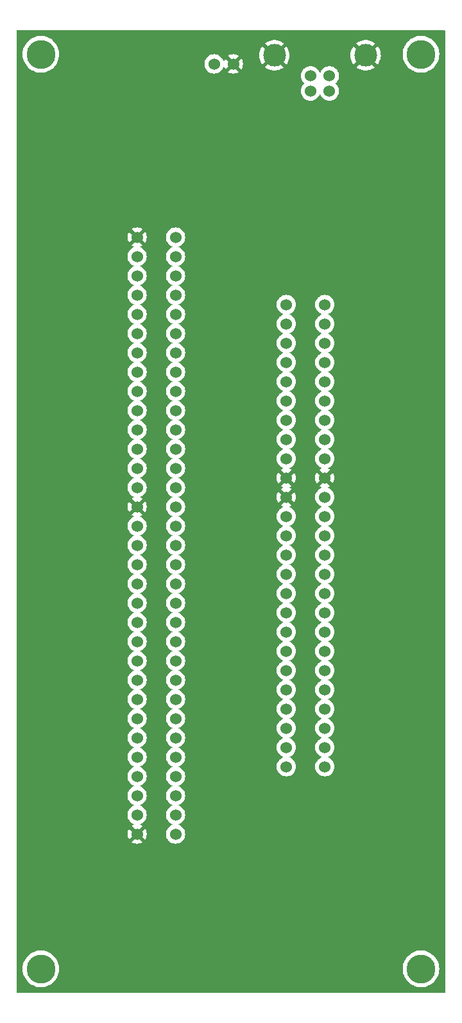
<source format=gbl>
G04 #@! TF.GenerationSoftware,KiCad,Pcbnew,(6.0.5)*
G04 #@! TF.CreationDate,2022-11-07T18:45:20-05:00*
G04 #@! TF.ProjectId,power-pcb,706f7765-722d-4706-9362-2e6b69636164,0.1*
G04 #@! TF.SameCoordinates,Original*
G04 #@! TF.FileFunction,Copper,L2,Bot*
G04 #@! TF.FilePolarity,Positive*
%FSLAX45Y45*%
G04 Gerber Fmt 4.5, Leading zero omitted, Abs format (unit mm)*
G04 Created by KiCad (PCBNEW (6.0.5)) date 2022-11-07 18:45:20*
%MOMM*%
%LPD*%
G01*
G04 APERTURE LIST*
G04 #@! TA.AperFunction,ComponentPad*
%ADD10C,1.524000*%
G04 #@! TD*
G04 #@! TA.AperFunction,ComponentPad*
%ADD11C,3.000000*%
G04 #@! TD*
G04 #@! TA.AperFunction,ComponentPad*
%ADD12C,3.810000*%
G04 #@! TD*
G04 APERTURE END LIST*
D10*
X15750000Y-4221500D03*
X16000000Y-4221500D03*
X15750000Y-4421500D03*
X16000000Y-4421500D03*
D11*
X16477000Y-3950500D03*
X15273000Y-3950500D03*
D10*
X15430500Y-7239000D03*
X15938500Y-7239000D03*
X15430500Y-7493000D03*
X15938500Y-7493000D03*
X15430500Y-7747000D03*
X15938500Y-7747000D03*
X15430500Y-8001000D03*
X15938500Y-8001000D03*
X15430500Y-8255000D03*
X15938500Y-8255000D03*
X15430500Y-8509000D03*
X15938500Y-8509000D03*
X15430500Y-8763000D03*
X15938500Y-8763000D03*
X15430500Y-9017000D03*
X15938500Y-9017000D03*
X15430500Y-9271000D03*
X15938500Y-9271000D03*
X15430500Y-9525000D03*
X15938500Y-9525000D03*
X15430500Y-9779000D03*
X15938500Y-9779000D03*
X15430500Y-10033000D03*
X15938500Y-10033000D03*
X15430500Y-10287000D03*
X15938500Y-10287000D03*
X15430500Y-10541000D03*
X15938500Y-10541000D03*
X15430500Y-10795000D03*
X15938500Y-10795000D03*
X15430500Y-11049000D03*
X15938500Y-11049000D03*
X15430500Y-11303000D03*
X15938500Y-11303000D03*
X15430500Y-11557000D03*
X15938500Y-11557000D03*
X15430500Y-11811000D03*
X15938500Y-11811000D03*
X15430500Y-12065000D03*
X15938500Y-12065000D03*
X15430500Y-12319000D03*
X15938500Y-12319000D03*
X15430500Y-12573000D03*
X15938500Y-12573000D03*
X15430500Y-12827000D03*
X15938500Y-12827000D03*
X15430500Y-13081000D03*
X15938500Y-13081000D03*
X15430500Y-13335000D03*
X15938500Y-13335000D03*
D12*
X12192000Y-16002000D03*
X17208500Y-16002000D03*
X12192000Y-3937000D03*
D10*
X14478000Y-4064000D03*
X14732000Y-4064000D03*
D12*
X17208500Y-3937000D03*
D10*
X13462000Y-14224000D03*
X13462000Y-13970000D03*
X13462000Y-13716000D03*
X13462000Y-13462000D03*
X13462000Y-13208000D03*
X13462000Y-12954000D03*
X13462000Y-12700000D03*
X13462000Y-12446000D03*
X13462000Y-12192000D03*
X13462000Y-11938000D03*
X13462000Y-11684000D03*
X13462000Y-11430000D03*
X13462000Y-11176000D03*
X13462000Y-10922000D03*
X13462000Y-10668000D03*
X13462000Y-10414000D03*
X13462000Y-10160000D03*
X13462000Y-9906000D03*
X13462000Y-9652000D03*
X13462000Y-9398000D03*
X13462000Y-9144000D03*
X13462000Y-8890000D03*
X13462000Y-8636000D03*
X13462000Y-8382000D03*
X13462000Y-8128000D03*
X13462000Y-7874000D03*
X13462000Y-7620000D03*
X13462000Y-7366000D03*
X13462000Y-7112000D03*
X13462000Y-6858000D03*
X13462000Y-6604000D03*
X13462000Y-6350000D03*
X13970000Y-14224000D03*
X13970000Y-13970000D03*
X13970000Y-13716000D03*
X13970000Y-13462000D03*
X13970000Y-13208000D03*
X13970000Y-12954000D03*
X13970000Y-12700000D03*
X13970000Y-12446000D03*
X13970000Y-12192000D03*
X13970000Y-11938000D03*
X13970000Y-11684000D03*
X13970000Y-11430000D03*
X13970000Y-11176000D03*
X13970000Y-10922000D03*
X13970000Y-10668000D03*
X13970000Y-10414000D03*
X13970000Y-10160000D03*
X13970000Y-9906000D03*
X13970000Y-9652000D03*
X13970000Y-9398000D03*
X13970000Y-9144000D03*
X13970000Y-8890000D03*
X13970000Y-8636000D03*
X13970000Y-8382000D03*
X13970000Y-8128000D03*
X13970000Y-7874000D03*
X13970000Y-7620000D03*
X13970000Y-7366000D03*
X13970000Y-7112000D03*
X13970000Y-6858000D03*
X13970000Y-6604000D03*
X13970000Y-6350000D03*
G04 #@! TA.AperFunction,Conductor*
G36*
X17522860Y-3621556D02*
G01*
X17525867Y-3626764D01*
X17526000Y-3628290D01*
X17526000Y-16310710D01*
X17523944Y-16316360D01*
X17518736Y-16319366D01*
X17517210Y-16319500D01*
X11883290Y-16319500D01*
X11877640Y-16317443D01*
X11874633Y-16312236D01*
X11874500Y-16310710D01*
X11874500Y-16002000D01*
X11950173Y-16002000D01*
X11952080Y-16032309D01*
X11957770Y-16062140D01*
X11967155Y-16091022D01*
X11980085Y-16118501D01*
X11980234Y-16118736D01*
X11996210Y-16143910D01*
X11996210Y-16143910D01*
X11996358Y-16144142D01*
X12015716Y-16167542D01*
X12015916Y-16167731D01*
X12015917Y-16167731D01*
X12025774Y-16176988D01*
X12037853Y-16188331D01*
X12062422Y-16206181D01*
X12089035Y-16220812D01*
X12089291Y-16220913D01*
X12089292Y-16220914D01*
X12106165Y-16227594D01*
X12117271Y-16231991D01*
X12117539Y-16232060D01*
X12117540Y-16232060D01*
X12146418Y-16239475D01*
X12146686Y-16239544D01*
X12146959Y-16239578D01*
X12146960Y-16239578D01*
X12165161Y-16241878D01*
X12176815Y-16243350D01*
X12207184Y-16243350D01*
X12218838Y-16241878D01*
X12237040Y-16239578D01*
X12237041Y-16239578D01*
X12237314Y-16239544D01*
X12237581Y-16239475D01*
X12266460Y-16232060D01*
X12266461Y-16232060D01*
X12266729Y-16231991D01*
X12277835Y-16227594D01*
X12294708Y-16220914D01*
X12294709Y-16220913D01*
X12294965Y-16220812D01*
X12321577Y-16206181D01*
X12346146Y-16188331D01*
X12358226Y-16176988D01*
X12368083Y-16167731D01*
X12368084Y-16167731D01*
X12368284Y-16167542D01*
X12387642Y-16144142D01*
X12387790Y-16143910D01*
X12387790Y-16143910D01*
X12403766Y-16118736D01*
X12403915Y-16118501D01*
X12416845Y-16091022D01*
X12426230Y-16062140D01*
X12431920Y-16032309D01*
X12433827Y-16002000D01*
X16966673Y-16002000D01*
X16968580Y-16032309D01*
X16974270Y-16062140D01*
X16983655Y-16091022D01*
X16996585Y-16118501D01*
X16996734Y-16118736D01*
X17012710Y-16143910D01*
X17012710Y-16143910D01*
X17012858Y-16144142D01*
X17032216Y-16167542D01*
X17032416Y-16167731D01*
X17032417Y-16167731D01*
X17042274Y-16176988D01*
X17054354Y-16188331D01*
X17078923Y-16206181D01*
X17105535Y-16220812D01*
X17105791Y-16220913D01*
X17105792Y-16220914D01*
X17122665Y-16227594D01*
X17133771Y-16231991D01*
X17134039Y-16232060D01*
X17134040Y-16232060D01*
X17162919Y-16239475D01*
X17163186Y-16239544D01*
X17163459Y-16239578D01*
X17163460Y-16239578D01*
X17181662Y-16241878D01*
X17193316Y-16243350D01*
X17223685Y-16243350D01*
X17235339Y-16241878D01*
X17253540Y-16239578D01*
X17253541Y-16239578D01*
X17253814Y-16239544D01*
X17254082Y-16239475D01*
X17282960Y-16232060D01*
X17282961Y-16232060D01*
X17283229Y-16231991D01*
X17294335Y-16227594D01*
X17311208Y-16220914D01*
X17311209Y-16220913D01*
X17311465Y-16220812D01*
X17338078Y-16206181D01*
X17362647Y-16188331D01*
X17374726Y-16176988D01*
X17384583Y-16167731D01*
X17384584Y-16167731D01*
X17384784Y-16167542D01*
X17404142Y-16144142D01*
X17404290Y-16143910D01*
X17404290Y-16143910D01*
X17420266Y-16118736D01*
X17420415Y-16118501D01*
X17433345Y-16091022D01*
X17442730Y-16062140D01*
X17448420Y-16032309D01*
X17450327Y-16002000D01*
X17448420Y-15971691D01*
X17442730Y-15941860D01*
X17433345Y-15912977D01*
X17420415Y-15885499D01*
X17416533Y-15879382D01*
X17404290Y-15860090D01*
X17404290Y-15860090D01*
X17404142Y-15859857D01*
X17384784Y-15836458D01*
X17384584Y-15836269D01*
X17384583Y-15836269D01*
X17374726Y-15827012D01*
X17362647Y-15815669D01*
X17338078Y-15797818D01*
X17311465Y-15783188D01*
X17311209Y-15783087D01*
X17311208Y-15783086D01*
X17294335Y-15776406D01*
X17283229Y-15772009D01*
X17282961Y-15771940D01*
X17282960Y-15771940D01*
X17254082Y-15764525D01*
X17254081Y-15764525D01*
X17253814Y-15764456D01*
X17253541Y-15764422D01*
X17253540Y-15764422D01*
X17235339Y-15762122D01*
X17223685Y-15760650D01*
X17193316Y-15760650D01*
X17181662Y-15762122D01*
X17163460Y-15764422D01*
X17163459Y-15764422D01*
X17163186Y-15764456D01*
X17162919Y-15764525D01*
X17162919Y-15764525D01*
X17134040Y-15771940D01*
X17134039Y-15771940D01*
X17133771Y-15772009D01*
X17122665Y-15776406D01*
X17105792Y-15783086D01*
X17105791Y-15783087D01*
X17105535Y-15783188D01*
X17078923Y-15797818D01*
X17054354Y-15815669D01*
X17042274Y-15827012D01*
X17032417Y-15836269D01*
X17032416Y-15836269D01*
X17032216Y-15836458D01*
X17012858Y-15859857D01*
X17012710Y-15860090D01*
X17012710Y-15860090D01*
X17000467Y-15879382D01*
X16996585Y-15885499D01*
X16983655Y-15912977D01*
X16974270Y-15941860D01*
X16968580Y-15971691D01*
X16966673Y-16002000D01*
X12433827Y-16002000D01*
X12431920Y-15971691D01*
X12426230Y-15941860D01*
X12416845Y-15912977D01*
X12403915Y-15885499D01*
X12400033Y-15879382D01*
X12387790Y-15860090D01*
X12387790Y-15860090D01*
X12387642Y-15859857D01*
X12368284Y-15836458D01*
X12368084Y-15836269D01*
X12368083Y-15836269D01*
X12358226Y-15827012D01*
X12346146Y-15815669D01*
X12321577Y-15797818D01*
X12294965Y-15783188D01*
X12294709Y-15783087D01*
X12294708Y-15783086D01*
X12277835Y-15776406D01*
X12266729Y-15772009D01*
X12266461Y-15771940D01*
X12266460Y-15771940D01*
X12237581Y-15764525D01*
X12237581Y-15764525D01*
X12237314Y-15764456D01*
X12237041Y-15764422D01*
X12237040Y-15764422D01*
X12218838Y-15762122D01*
X12207184Y-15760650D01*
X12176815Y-15760650D01*
X12165161Y-15762122D01*
X12146960Y-15764422D01*
X12146959Y-15764422D01*
X12146686Y-15764456D01*
X12146419Y-15764525D01*
X12146418Y-15764525D01*
X12117540Y-15771940D01*
X12117539Y-15771940D01*
X12117271Y-15772009D01*
X12106165Y-15776406D01*
X12089292Y-15783086D01*
X12089291Y-15783087D01*
X12089035Y-15783188D01*
X12062422Y-15797818D01*
X12037853Y-15815669D01*
X12025774Y-15827012D01*
X12015917Y-15836269D01*
X12015916Y-15836269D01*
X12015716Y-15836458D01*
X11996358Y-15859857D01*
X11996210Y-15860090D01*
X11996210Y-15860090D01*
X11983967Y-15879382D01*
X11980085Y-15885499D01*
X11967155Y-15912977D01*
X11957770Y-15941860D01*
X11952080Y-15971691D01*
X11950173Y-16002000D01*
X11874500Y-16002000D01*
X11874500Y-14330031D01*
X13392501Y-14330031D01*
X13392615Y-14330454D01*
X13397943Y-14334185D01*
X13398606Y-14334568D01*
X13418049Y-14343634D01*
X13418768Y-14343896D01*
X13439492Y-14349449D01*
X13440244Y-14349582D01*
X13461618Y-14351452D01*
X13462382Y-14351452D01*
X13483756Y-14349582D01*
X13484508Y-14349449D01*
X13505232Y-14343896D01*
X13505951Y-14343634D01*
X13525394Y-14334568D01*
X13526057Y-14334185D01*
X13530791Y-14330870D01*
X13531516Y-14329836D01*
X13531477Y-14329398D01*
X13463096Y-14261017D01*
X13461951Y-14260483D01*
X13461250Y-14260671D01*
X13393035Y-14328886D01*
X13392501Y-14330031D01*
X11874500Y-14330031D01*
X11874500Y-14224382D01*
X13334548Y-14224382D01*
X13336418Y-14245756D01*
X13336551Y-14246508D01*
X13342104Y-14267232D01*
X13342365Y-14267951D01*
X13351432Y-14287394D01*
X13351815Y-14288057D01*
X13355130Y-14292791D01*
X13356164Y-14293516D01*
X13356602Y-14293477D01*
X13424983Y-14225096D01*
X13425471Y-14224049D01*
X13498483Y-14224049D01*
X13498671Y-14224750D01*
X13566886Y-14292965D01*
X13568031Y-14293499D01*
X13568454Y-14293385D01*
X13572185Y-14288057D01*
X13572568Y-14287394D01*
X13581634Y-14267951D01*
X13581896Y-14267232D01*
X13587449Y-14246508D01*
X13587582Y-14245756D01*
X13589452Y-14224382D01*
X13589452Y-14224000D01*
X13842465Y-14224000D01*
X13844402Y-14246146D01*
X13850156Y-14267620D01*
X13859551Y-14287768D01*
X13872302Y-14305978D01*
X13888022Y-14321698D01*
X13906232Y-14334449D01*
X13926380Y-14343844D01*
X13938550Y-14347105D01*
X13947483Y-14349499D01*
X13947484Y-14349499D01*
X13947854Y-14349598D01*
X13948235Y-14349631D01*
X13948235Y-14349631D01*
X13969618Y-14351502D01*
X13970000Y-14351535D01*
X13970382Y-14351502D01*
X13991765Y-14349631D01*
X13991765Y-14349631D01*
X13992146Y-14349598D01*
X13992516Y-14349499D01*
X13992517Y-14349499D01*
X14001450Y-14347105D01*
X14013620Y-14343844D01*
X14033768Y-14334449D01*
X14051978Y-14321698D01*
X14067698Y-14305978D01*
X14080449Y-14287768D01*
X14089844Y-14267620D01*
X14095598Y-14246146D01*
X14097535Y-14224000D01*
X14095598Y-14201854D01*
X14089844Y-14180380D01*
X14080449Y-14160232D01*
X14067698Y-14142022D01*
X14051978Y-14126302D01*
X14033768Y-14113551D01*
X14015357Y-14104966D01*
X14011106Y-14100715D01*
X14010582Y-14094725D01*
X14014031Y-14089800D01*
X14015357Y-14089034D01*
X14033419Y-14080611D01*
X14033768Y-14080449D01*
X14051978Y-14067698D01*
X14067698Y-14051978D01*
X14080449Y-14033768D01*
X14089844Y-14013620D01*
X14095598Y-13992146D01*
X14097535Y-13970000D01*
X14095598Y-13947854D01*
X14089844Y-13926380D01*
X14080449Y-13906232D01*
X14067698Y-13888022D01*
X14051978Y-13872302D01*
X14033768Y-13859551D01*
X14015357Y-13850966D01*
X14011106Y-13846715D01*
X14010582Y-13840725D01*
X14014031Y-13835800D01*
X14015357Y-13835034D01*
X14033419Y-13826611D01*
X14033768Y-13826449D01*
X14051978Y-13813698D01*
X14067698Y-13797978D01*
X14080449Y-13779768D01*
X14089844Y-13759620D01*
X14095598Y-13738146D01*
X14097535Y-13716000D01*
X14095598Y-13693854D01*
X14089844Y-13672380D01*
X14080449Y-13652232D01*
X14067698Y-13634022D01*
X14051978Y-13618302D01*
X14033768Y-13605551D01*
X14015357Y-13596966D01*
X14011106Y-13592715D01*
X14010582Y-13586725D01*
X14014031Y-13581800D01*
X14015357Y-13581034D01*
X14033419Y-13572611D01*
X14033768Y-13572449D01*
X14051978Y-13559698D01*
X14067698Y-13543978D01*
X14080449Y-13525768D01*
X14089844Y-13505620D01*
X14095598Y-13484146D01*
X14097535Y-13462000D01*
X14097502Y-13461618D01*
X14095631Y-13440235D01*
X14095631Y-13440235D01*
X14095598Y-13439854D01*
X14089844Y-13418380D01*
X14089044Y-13416664D01*
X14080611Y-13398581D01*
X14080611Y-13398580D01*
X14080449Y-13398232D01*
X14067698Y-13380022D01*
X14051978Y-13364302D01*
X14033768Y-13351551D01*
X14015357Y-13342966D01*
X14011106Y-13338715D01*
X14010781Y-13335000D01*
X15302965Y-13335000D01*
X15302998Y-13335382D01*
X15303662Y-13342966D01*
X15304902Y-13357146D01*
X15310656Y-13378620D01*
X15310818Y-13378967D01*
X15310818Y-13378968D01*
X15319655Y-13397918D01*
X15320051Y-13398768D01*
X15332802Y-13416978D01*
X15348522Y-13432698D01*
X15366732Y-13445449D01*
X15386880Y-13454844D01*
X15399050Y-13458105D01*
X15407983Y-13460499D01*
X15407984Y-13460499D01*
X15408354Y-13460598D01*
X15408735Y-13460631D01*
X15408735Y-13460631D01*
X15430118Y-13462502D01*
X15430500Y-13462535D01*
X15430882Y-13462502D01*
X15452265Y-13460631D01*
X15452265Y-13460631D01*
X15452646Y-13460598D01*
X15453016Y-13460499D01*
X15453017Y-13460499D01*
X15461950Y-13458105D01*
X15474120Y-13454844D01*
X15494268Y-13445449D01*
X15512478Y-13432698D01*
X15528198Y-13416978D01*
X15540949Y-13398768D01*
X15541345Y-13397918D01*
X15550182Y-13378968D01*
X15550182Y-13378967D01*
X15550344Y-13378620D01*
X15556098Y-13357146D01*
X15557338Y-13342966D01*
X15558002Y-13335382D01*
X15558035Y-13335000D01*
X15810965Y-13335000D01*
X15810998Y-13335382D01*
X15811662Y-13342966D01*
X15812902Y-13357146D01*
X15818656Y-13378620D01*
X15818818Y-13378967D01*
X15818818Y-13378968D01*
X15827655Y-13397918D01*
X15828051Y-13398768D01*
X15840802Y-13416978D01*
X15856522Y-13432698D01*
X15874732Y-13445449D01*
X15894880Y-13454844D01*
X15907050Y-13458105D01*
X15915983Y-13460499D01*
X15915984Y-13460499D01*
X15916354Y-13460598D01*
X15916735Y-13460631D01*
X15916735Y-13460631D01*
X15938118Y-13462502D01*
X15938500Y-13462535D01*
X15938882Y-13462502D01*
X15960265Y-13460631D01*
X15960265Y-13460631D01*
X15960646Y-13460598D01*
X15961016Y-13460499D01*
X15961017Y-13460499D01*
X15969950Y-13458105D01*
X15982120Y-13454844D01*
X16002268Y-13445449D01*
X16020478Y-13432698D01*
X16036198Y-13416978D01*
X16048949Y-13398768D01*
X16049345Y-13397918D01*
X16058182Y-13378968D01*
X16058182Y-13378967D01*
X16058344Y-13378620D01*
X16064098Y-13357146D01*
X16065338Y-13342966D01*
X16066002Y-13335382D01*
X16066035Y-13335000D01*
X16065710Y-13331285D01*
X16064131Y-13313235D01*
X16064131Y-13313235D01*
X16064098Y-13312854D01*
X16058344Y-13291380D01*
X16057544Y-13289664D01*
X16049111Y-13271581D01*
X16049111Y-13271580D01*
X16048949Y-13271232D01*
X16036198Y-13253022D01*
X16020478Y-13237302D01*
X16002268Y-13224551D01*
X15983857Y-13215966D01*
X15979606Y-13211715D01*
X15979082Y-13205725D01*
X15982531Y-13200800D01*
X15983857Y-13200034D01*
X16001919Y-13191611D01*
X16002268Y-13191449D01*
X16020478Y-13178698D01*
X16036198Y-13162978D01*
X16048949Y-13144768D01*
X16049345Y-13143918D01*
X16058182Y-13124968D01*
X16058182Y-13124967D01*
X16058344Y-13124620D01*
X16064098Y-13103146D01*
X16065338Y-13088966D01*
X16066002Y-13081382D01*
X16066035Y-13081000D01*
X16065710Y-13077285D01*
X16064131Y-13059235D01*
X16064131Y-13059235D01*
X16064098Y-13058854D01*
X16058344Y-13037380D01*
X16057544Y-13035664D01*
X16049111Y-13017581D01*
X16049111Y-13017580D01*
X16048949Y-13017232D01*
X16036198Y-12999022D01*
X16020478Y-12983302D01*
X16002268Y-12970551D01*
X15983857Y-12961966D01*
X15979606Y-12957715D01*
X15979082Y-12951725D01*
X15982531Y-12946800D01*
X15983857Y-12946034D01*
X16001919Y-12937611D01*
X16002268Y-12937449D01*
X16020478Y-12924698D01*
X16036198Y-12908978D01*
X16048949Y-12890768D01*
X16049345Y-12889918D01*
X16058182Y-12870968D01*
X16058182Y-12870967D01*
X16058344Y-12870620D01*
X16064098Y-12849146D01*
X16065338Y-12834966D01*
X16066002Y-12827382D01*
X16066035Y-12827000D01*
X16065710Y-12823285D01*
X16064131Y-12805235D01*
X16064131Y-12805235D01*
X16064098Y-12804854D01*
X16058344Y-12783380D01*
X16057544Y-12781664D01*
X16049111Y-12763581D01*
X16049111Y-12763580D01*
X16048949Y-12763232D01*
X16036198Y-12745022D01*
X16020478Y-12729302D01*
X16002268Y-12716551D01*
X15983857Y-12707966D01*
X15979606Y-12703715D01*
X15979082Y-12697725D01*
X15982531Y-12692800D01*
X15983857Y-12692034D01*
X16001919Y-12683611D01*
X16002268Y-12683449D01*
X16020478Y-12670698D01*
X16036198Y-12654978D01*
X16048949Y-12636768D01*
X16049345Y-12635918D01*
X16058182Y-12616968D01*
X16058182Y-12616967D01*
X16058344Y-12616620D01*
X16064098Y-12595146D01*
X16065338Y-12580966D01*
X16066002Y-12573382D01*
X16066035Y-12573000D01*
X16065710Y-12569285D01*
X16064131Y-12551235D01*
X16064131Y-12551235D01*
X16064098Y-12550854D01*
X16058344Y-12529380D01*
X16057544Y-12527664D01*
X16049111Y-12509581D01*
X16049111Y-12509580D01*
X16048949Y-12509232D01*
X16036198Y-12491022D01*
X16020478Y-12475302D01*
X16002268Y-12462551D01*
X15983857Y-12453966D01*
X15979606Y-12449715D01*
X15979082Y-12443725D01*
X15982531Y-12438800D01*
X15983857Y-12438034D01*
X16001919Y-12429611D01*
X16002268Y-12429449D01*
X16020478Y-12416698D01*
X16036198Y-12400978D01*
X16048949Y-12382768D01*
X16049345Y-12381918D01*
X16058182Y-12362968D01*
X16058182Y-12362967D01*
X16058344Y-12362620D01*
X16064098Y-12341146D01*
X16065338Y-12326966D01*
X16066002Y-12319382D01*
X16066035Y-12319000D01*
X16065710Y-12315285D01*
X16064131Y-12297235D01*
X16064131Y-12297235D01*
X16064098Y-12296854D01*
X16058344Y-12275380D01*
X16057544Y-12273664D01*
X16049111Y-12255581D01*
X16049111Y-12255580D01*
X16048949Y-12255232D01*
X16036198Y-12237022D01*
X16020478Y-12221302D01*
X16002268Y-12208551D01*
X15983857Y-12199966D01*
X15979606Y-12195715D01*
X15979082Y-12189725D01*
X15982531Y-12184800D01*
X15983857Y-12184034D01*
X16001919Y-12175611D01*
X16002268Y-12175449D01*
X16020478Y-12162698D01*
X16036198Y-12146978D01*
X16048949Y-12128768D01*
X16049345Y-12127918D01*
X16058182Y-12108968D01*
X16058182Y-12108967D01*
X16058344Y-12108620D01*
X16064098Y-12087146D01*
X16065338Y-12072966D01*
X16066002Y-12065382D01*
X16066035Y-12065000D01*
X16065710Y-12061285D01*
X16064131Y-12043235D01*
X16064131Y-12043235D01*
X16064098Y-12042854D01*
X16058344Y-12021380D01*
X16057544Y-12019664D01*
X16049111Y-12001581D01*
X16049111Y-12001580D01*
X16048949Y-12001232D01*
X16036198Y-11983022D01*
X16020478Y-11967302D01*
X16002268Y-11954551D01*
X15983857Y-11945966D01*
X15979606Y-11941715D01*
X15979082Y-11935725D01*
X15982531Y-11930800D01*
X15983857Y-11930034D01*
X16001919Y-11921611D01*
X16002268Y-11921449D01*
X16020478Y-11908698D01*
X16036198Y-11892978D01*
X16048949Y-11874768D01*
X16049345Y-11873918D01*
X16058182Y-11854968D01*
X16058182Y-11854967D01*
X16058344Y-11854620D01*
X16064098Y-11833146D01*
X16065338Y-11818966D01*
X16066002Y-11811382D01*
X16066035Y-11811000D01*
X16065710Y-11807285D01*
X16064131Y-11789235D01*
X16064131Y-11789235D01*
X16064098Y-11788854D01*
X16058344Y-11767380D01*
X16057544Y-11765664D01*
X16049111Y-11747581D01*
X16049111Y-11747580D01*
X16048949Y-11747232D01*
X16036198Y-11729022D01*
X16020478Y-11713302D01*
X16002268Y-11700551D01*
X15983857Y-11691966D01*
X15979606Y-11687715D01*
X15979082Y-11681725D01*
X15982531Y-11676800D01*
X15983857Y-11676034D01*
X16001919Y-11667611D01*
X16002268Y-11667449D01*
X16020478Y-11654698D01*
X16036198Y-11638978D01*
X16048949Y-11620768D01*
X16049345Y-11619918D01*
X16058182Y-11600968D01*
X16058182Y-11600967D01*
X16058344Y-11600620D01*
X16064098Y-11579146D01*
X16065338Y-11564966D01*
X16066002Y-11557382D01*
X16066035Y-11557000D01*
X16065710Y-11553285D01*
X16064131Y-11535235D01*
X16064131Y-11535235D01*
X16064098Y-11534854D01*
X16058344Y-11513380D01*
X16057544Y-11511664D01*
X16049111Y-11493581D01*
X16049111Y-11493580D01*
X16048949Y-11493232D01*
X16036198Y-11475022D01*
X16020478Y-11459302D01*
X16002268Y-11446551D01*
X15983857Y-11437966D01*
X15979606Y-11433715D01*
X15979082Y-11427725D01*
X15982531Y-11422800D01*
X15983857Y-11422034D01*
X16001919Y-11413611D01*
X16002268Y-11413449D01*
X16020478Y-11400698D01*
X16036198Y-11384978D01*
X16048949Y-11366768D01*
X16049345Y-11365918D01*
X16058182Y-11346968D01*
X16058182Y-11346967D01*
X16058344Y-11346620D01*
X16064098Y-11325146D01*
X16065338Y-11310966D01*
X16066002Y-11303382D01*
X16066035Y-11303000D01*
X16065710Y-11299285D01*
X16064131Y-11281235D01*
X16064131Y-11281235D01*
X16064098Y-11280854D01*
X16058344Y-11259380D01*
X16057544Y-11257664D01*
X16049111Y-11239581D01*
X16049111Y-11239580D01*
X16048949Y-11239232D01*
X16036198Y-11221022D01*
X16020478Y-11205302D01*
X16002268Y-11192551D01*
X15983857Y-11183966D01*
X15979606Y-11179715D01*
X15979082Y-11173725D01*
X15982531Y-11168800D01*
X15983857Y-11168034D01*
X16001919Y-11159611D01*
X16002268Y-11159449D01*
X16020478Y-11146698D01*
X16036198Y-11130978D01*
X16048949Y-11112768D01*
X16049345Y-11111918D01*
X16058182Y-11092968D01*
X16058182Y-11092968D01*
X16058344Y-11092620D01*
X16064098Y-11071146D01*
X16065338Y-11056966D01*
X16066002Y-11049382D01*
X16066035Y-11049000D01*
X16065710Y-11045285D01*
X16064131Y-11027235D01*
X16064131Y-11027235D01*
X16064098Y-11026854D01*
X16058344Y-11005380D01*
X16057544Y-11003664D01*
X16049111Y-10985581D01*
X16049111Y-10985580D01*
X16048949Y-10985232D01*
X16036198Y-10967022D01*
X16020478Y-10951302D01*
X16002268Y-10938551D01*
X15983857Y-10929966D01*
X15979606Y-10925715D01*
X15979082Y-10919725D01*
X15982531Y-10914800D01*
X15983857Y-10914034D01*
X16001919Y-10905611D01*
X16002268Y-10905449D01*
X16020478Y-10892698D01*
X16036198Y-10876978D01*
X16048949Y-10858768D01*
X16049345Y-10857918D01*
X16058182Y-10838968D01*
X16058182Y-10838968D01*
X16058344Y-10838620D01*
X16064098Y-10817146D01*
X16065338Y-10802966D01*
X16066002Y-10795382D01*
X16066035Y-10795000D01*
X16065710Y-10791285D01*
X16064131Y-10773235D01*
X16064131Y-10773235D01*
X16064098Y-10772854D01*
X16058344Y-10751380D01*
X16057544Y-10749664D01*
X16049111Y-10731581D01*
X16049111Y-10731580D01*
X16048949Y-10731232D01*
X16036198Y-10713022D01*
X16020478Y-10697302D01*
X16002268Y-10684551D01*
X15983857Y-10675966D01*
X15979606Y-10671715D01*
X15979082Y-10665725D01*
X15982531Y-10660800D01*
X15983857Y-10660034D01*
X16001919Y-10651611D01*
X16002268Y-10651449D01*
X16020478Y-10638698D01*
X16036198Y-10622978D01*
X16048949Y-10604768D01*
X16049345Y-10603918D01*
X16058182Y-10584968D01*
X16058182Y-10584968D01*
X16058344Y-10584620D01*
X16064098Y-10563146D01*
X16065338Y-10548966D01*
X16066002Y-10541382D01*
X16066035Y-10541000D01*
X16065710Y-10537285D01*
X16064131Y-10519235D01*
X16064131Y-10519235D01*
X16064098Y-10518854D01*
X16058344Y-10497380D01*
X16057544Y-10495664D01*
X16049111Y-10477581D01*
X16049111Y-10477580D01*
X16048949Y-10477232D01*
X16036198Y-10459022D01*
X16020478Y-10443302D01*
X16002268Y-10430551D01*
X15983857Y-10421966D01*
X15979606Y-10417715D01*
X15979082Y-10411725D01*
X15982531Y-10406800D01*
X15983857Y-10406034D01*
X16001919Y-10397611D01*
X16002268Y-10397449D01*
X16020478Y-10384698D01*
X16036198Y-10368978D01*
X16048949Y-10350768D01*
X16049345Y-10349918D01*
X16058182Y-10330968D01*
X16058182Y-10330968D01*
X16058344Y-10330620D01*
X16064098Y-10309146D01*
X16065338Y-10294966D01*
X16066002Y-10287382D01*
X16066035Y-10287000D01*
X16065710Y-10283285D01*
X16064131Y-10265235D01*
X16064131Y-10265235D01*
X16064098Y-10264854D01*
X16058344Y-10243380D01*
X16057544Y-10241664D01*
X16049111Y-10223581D01*
X16049111Y-10223580D01*
X16048949Y-10223232D01*
X16036198Y-10205022D01*
X16020478Y-10189302D01*
X16002268Y-10176551D01*
X15983857Y-10167966D01*
X15979606Y-10163715D01*
X15979082Y-10157725D01*
X15982531Y-10152800D01*
X15983857Y-10152034D01*
X16001919Y-10143611D01*
X16002268Y-10143449D01*
X16020478Y-10130698D01*
X16036198Y-10114978D01*
X16048949Y-10096768D01*
X16049345Y-10095918D01*
X16058182Y-10076968D01*
X16058182Y-10076968D01*
X16058344Y-10076620D01*
X16064098Y-10055146D01*
X16065338Y-10040966D01*
X16066002Y-10033382D01*
X16066035Y-10033000D01*
X16065708Y-10029258D01*
X16064131Y-10011235D01*
X16064131Y-10011235D01*
X16064098Y-10010854D01*
X16058344Y-9989380D01*
X16051818Y-9975385D01*
X16049111Y-9969581D01*
X16049111Y-9969580D01*
X16048949Y-9969232D01*
X16036198Y-9951022D01*
X16020478Y-9935302D01*
X16002268Y-9922551D01*
X15983857Y-9913966D01*
X15979606Y-9909715D01*
X15979082Y-9903725D01*
X15982531Y-9898800D01*
X15983857Y-9898034D01*
X16001919Y-9889611D01*
X16002268Y-9889449D01*
X16020478Y-9876698D01*
X16036198Y-9860978D01*
X16048949Y-9842768D01*
X16049345Y-9841918D01*
X16058182Y-9822968D01*
X16058182Y-9822968D01*
X16058344Y-9822620D01*
X16064098Y-9801146D01*
X16064145Y-9800602D01*
X16066002Y-9779382D01*
X16066035Y-9779000D01*
X16065710Y-9775285D01*
X16064131Y-9757235D01*
X16064131Y-9757235D01*
X16064098Y-9756854D01*
X16058344Y-9735380D01*
X16057544Y-9733664D01*
X16049111Y-9715581D01*
X16049111Y-9715580D01*
X16048949Y-9715232D01*
X16036198Y-9697022D01*
X16020478Y-9681302D01*
X16002268Y-9668551D01*
X15983798Y-9659939D01*
X15979547Y-9655687D01*
X15979023Y-9649697D01*
X15982471Y-9644772D01*
X15983798Y-9644006D01*
X16001894Y-9635568D01*
X16002557Y-9635185D01*
X16007291Y-9631871D01*
X16008016Y-9630836D01*
X16007977Y-9630398D01*
X15939596Y-9562017D01*
X15938451Y-9561483D01*
X15937750Y-9561671D01*
X15869535Y-9629886D01*
X15869001Y-9631031D01*
X15869115Y-9631455D01*
X15874443Y-9635185D01*
X15875106Y-9635568D01*
X15893202Y-9644006D01*
X15897453Y-9648258D01*
X15897977Y-9654247D01*
X15894529Y-9659173D01*
X15893202Y-9659939D01*
X15875081Y-9668389D01*
X15875080Y-9668389D01*
X15874732Y-9668551D01*
X15869622Y-9672130D01*
X15856836Y-9681082D01*
X15856836Y-9681083D01*
X15856522Y-9681302D01*
X15840802Y-9697022D01*
X15828051Y-9715232D01*
X15827889Y-9715580D01*
X15827889Y-9715581D01*
X15819456Y-9733664D01*
X15818656Y-9735380D01*
X15812902Y-9756854D01*
X15812869Y-9757235D01*
X15812869Y-9757235D01*
X15811290Y-9775285D01*
X15810965Y-9779000D01*
X15810998Y-9779382D01*
X15812855Y-9800602D01*
X15812902Y-9801146D01*
X15818656Y-9822620D01*
X15818818Y-9822968D01*
X15818818Y-9822968D01*
X15827655Y-9841918D01*
X15828051Y-9842768D01*
X15840802Y-9860978D01*
X15856522Y-9876698D01*
X15874732Y-9889449D01*
X15875081Y-9889611D01*
X15893142Y-9898034D01*
X15897394Y-9902285D01*
X15897918Y-9908275D01*
X15894469Y-9913200D01*
X15893142Y-9913966D01*
X15875081Y-9922389D01*
X15875080Y-9922389D01*
X15874732Y-9922551D01*
X15874418Y-9922771D01*
X15856836Y-9935082D01*
X15856836Y-9935083D01*
X15856522Y-9935302D01*
X15840802Y-9951022D01*
X15828051Y-9969232D01*
X15827889Y-9969580D01*
X15827889Y-9969581D01*
X15825182Y-9975385D01*
X15818656Y-9989380D01*
X15812902Y-10010854D01*
X15812869Y-10011235D01*
X15812869Y-10011235D01*
X15811292Y-10029258D01*
X15810965Y-10033000D01*
X15810998Y-10033382D01*
X15811662Y-10040966D01*
X15812902Y-10055146D01*
X15818656Y-10076620D01*
X15818818Y-10076968D01*
X15818818Y-10076968D01*
X15827655Y-10095918D01*
X15828051Y-10096768D01*
X15840802Y-10114978D01*
X15856522Y-10130698D01*
X15874732Y-10143449D01*
X15875081Y-10143611D01*
X15893142Y-10152034D01*
X15897394Y-10156285D01*
X15897918Y-10162275D01*
X15894469Y-10167200D01*
X15893142Y-10167966D01*
X15875081Y-10176389D01*
X15875080Y-10176389D01*
X15874732Y-10176551D01*
X15874418Y-10176771D01*
X15856836Y-10189082D01*
X15856836Y-10189083D01*
X15856522Y-10189302D01*
X15840802Y-10205022D01*
X15828051Y-10223232D01*
X15827889Y-10223580D01*
X15827889Y-10223581D01*
X15819456Y-10241664D01*
X15818656Y-10243380D01*
X15812902Y-10264854D01*
X15812869Y-10265235D01*
X15812869Y-10265235D01*
X15811290Y-10283285D01*
X15810965Y-10287000D01*
X15810998Y-10287382D01*
X15811662Y-10294966D01*
X15812902Y-10309146D01*
X15818656Y-10330620D01*
X15818818Y-10330968D01*
X15818818Y-10330968D01*
X15827655Y-10349918D01*
X15828051Y-10350768D01*
X15840802Y-10368978D01*
X15856522Y-10384698D01*
X15874732Y-10397449D01*
X15875081Y-10397611D01*
X15893142Y-10406034D01*
X15897394Y-10410285D01*
X15897918Y-10416275D01*
X15894469Y-10421200D01*
X15893142Y-10421966D01*
X15875081Y-10430389D01*
X15875080Y-10430389D01*
X15874732Y-10430551D01*
X15874418Y-10430771D01*
X15856836Y-10443082D01*
X15856836Y-10443083D01*
X15856522Y-10443302D01*
X15840802Y-10459022D01*
X15828051Y-10477232D01*
X15827889Y-10477580D01*
X15827889Y-10477581D01*
X15819456Y-10495664D01*
X15818656Y-10497380D01*
X15812902Y-10518854D01*
X15812869Y-10519235D01*
X15812869Y-10519235D01*
X15811290Y-10537285D01*
X15810965Y-10541000D01*
X15810998Y-10541382D01*
X15811662Y-10548966D01*
X15812902Y-10563146D01*
X15818656Y-10584620D01*
X15818818Y-10584968D01*
X15818818Y-10584968D01*
X15827655Y-10603918D01*
X15828051Y-10604768D01*
X15840802Y-10622978D01*
X15856522Y-10638698D01*
X15874732Y-10651449D01*
X15875081Y-10651611D01*
X15893142Y-10660034D01*
X15897394Y-10664285D01*
X15897918Y-10670275D01*
X15894469Y-10675200D01*
X15893142Y-10675966D01*
X15875081Y-10684389D01*
X15875080Y-10684389D01*
X15874732Y-10684551D01*
X15874418Y-10684771D01*
X15856836Y-10697082D01*
X15856836Y-10697083D01*
X15856522Y-10697302D01*
X15840802Y-10713022D01*
X15828051Y-10731232D01*
X15827889Y-10731580D01*
X15827889Y-10731581D01*
X15819456Y-10749664D01*
X15818656Y-10751380D01*
X15812902Y-10772854D01*
X15812869Y-10773235D01*
X15812869Y-10773235D01*
X15811290Y-10791285D01*
X15810965Y-10795000D01*
X15810998Y-10795382D01*
X15811662Y-10802966D01*
X15812902Y-10817146D01*
X15818656Y-10838620D01*
X15818818Y-10838968D01*
X15818818Y-10838968D01*
X15827655Y-10857918D01*
X15828051Y-10858768D01*
X15840802Y-10876978D01*
X15856522Y-10892698D01*
X15874732Y-10905449D01*
X15875081Y-10905611D01*
X15893142Y-10914034D01*
X15897394Y-10918285D01*
X15897918Y-10924275D01*
X15894469Y-10929200D01*
X15893142Y-10929966D01*
X15875081Y-10938389D01*
X15875080Y-10938389D01*
X15874732Y-10938551D01*
X15874418Y-10938771D01*
X15856836Y-10951082D01*
X15856836Y-10951083D01*
X15856522Y-10951302D01*
X15840802Y-10967022D01*
X15828051Y-10985232D01*
X15827889Y-10985580D01*
X15827889Y-10985581D01*
X15819456Y-11003664D01*
X15818656Y-11005380D01*
X15812902Y-11026854D01*
X15812869Y-11027235D01*
X15812869Y-11027235D01*
X15811290Y-11045285D01*
X15810965Y-11049000D01*
X15810998Y-11049382D01*
X15811662Y-11056966D01*
X15812902Y-11071146D01*
X15818656Y-11092620D01*
X15818818Y-11092968D01*
X15818818Y-11092968D01*
X15827655Y-11111918D01*
X15828051Y-11112768D01*
X15840802Y-11130978D01*
X15856522Y-11146698D01*
X15874732Y-11159449D01*
X15875081Y-11159611D01*
X15893142Y-11168034D01*
X15897394Y-11172285D01*
X15897918Y-11178275D01*
X15894469Y-11183200D01*
X15893142Y-11183966D01*
X15875081Y-11192389D01*
X15875080Y-11192389D01*
X15874732Y-11192551D01*
X15874418Y-11192771D01*
X15856836Y-11205082D01*
X15856836Y-11205083D01*
X15856522Y-11205302D01*
X15840802Y-11221022D01*
X15828051Y-11239232D01*
X15827889Y-11239580D01*
X15827889Y-11239581D01*
X15819456Y-11257664D01*
X15818656Y-11259380D01*
X15812902Y-11280854D01*
X15812869Y-11281235D01*
X15812869Y-11281235D01*
X15811290Y-11299285D01*
X15810965Y-11303000D01*
X15810998Y-11303382D01*
X15811662Y-11310966D01*
X15812902Y-11325146D01*
X15818656Y-11346620D01*
X15818818Y-11346967D01*
X15818818Y-11346968D01*
X15827655Y-11365918D01*
X15828051Y-11366768D01*
X15840802Y-11384978D01*
X15856522Y-11400698D01*
X15874732Y-11413449D01*
X15875081Y-11413611D01*
X15893142Y-11422034D01*
X15897394Y-11426285D01*
X15897918Y-11432275D01*
X15894469Y-11437200D01*
X15893142Y-11437966D01*
X15875081Y-11446389D01*
X15875080Y-11446389D01*
X15874732Y-11446551D01*
X15874418Y-11446771D01*
X15856836Y-11459082D01*
X15856836Y-11459083D01*
X15856522Y-11459302D01*
X15840802Y-11475022D01*
X15828051Y-11493232D01*
X15827889Y-11493580D01*
X15827889Y-11493581D01*
X15819456Y-11511664D01*
X15818656Y-11513380D01*
X15812902Y-11534854D01*
X15812869Y-11535235D01*
X15812869Y-11535235D01*
X15811290Y-11553285D01*
X15810965Y-11557000D01*
X15810998Y-11557382D01*
X15811662Y-11564966D01*
X15812902Y-11579146D01*
X15818656Y-11600620D01*
X15818818Y-11600967D01*
X15818818Y-11600968D01*
X15827655Y-11619918D01*
X15828051Y-11620768D01*
X15840802Y-11638978D01*
X15856522Y-11654698D01*
X15874732Y-11667449D01*
X15875081Y-11667611D01*
X15893142Y-11676034D01*
X15897394Y-11680285D01*
X15897918Y-11686275D01*
X15894469Y-11691200D01*
X15893142Y-11691966D01*
X15875081Y-11700389D01*
X15875080Y-11700389D01*
X15874732Y-11700551D01*
X15874418Y-11700771D01*
X15856836Y-11713082D01*
X15856836Y-11713083D01*
X15856522Y-11713302D01*
X15840802Y-11729022D01*
X15828051Y-11747232D01*
X15827889Y-11747580D01*
X15827889Y-11747581D01*
X15819456Y-11765664D01*
X15818656Y-11767380D01*
X15812902Y-11788854D01*
X15812869Y-11789235D01*
X15812869Y-11789235D01*
X15811290Y-11807285D01*
X15810965Y-11811000D01*
X15810998Y-11811382D01*
X15811662Y-11818966D01*
X15812902Y-11833146D01*
X15818656Y-11854620D01*
X15818818Y-11854967D01*
X15818818Y-11854968D01*
X15827655Y-11873918D01*
X15828051Y-11874768D01*
X15840802Y-11892978D01*
X15856522Y-11908698D01*
X15874732Y-11921449D01*
X15875081Y-11921611D01*
X15893142Y-11930034D01*
X15897394Y-11934285D01*
X15897918Y-11940275D01*
X15894469Y-11945200D01*
X15893142Y-11945966D01*
X15875081Y-11954389D01*
X15875080Y-11954389D01*
X15874732Y-11954551D01*
X15874418Y-11954771D01*
X15856836Y-11967082D01*
X15856836Y-11967083D01*
X15856522Y-11967302D01*
X15840802Y-11983022D01*
X15828051Y-12001232D01*
X15827889Y-12001580D01*
X15827889Y-12001581D01*
X15819456Y-12019664D01*
X15818656Y-12021380D01*
X15812902Y-12042854D01*
X15812869Y-12043235D01*
X15812869Y-12043235D01*
X15811290Y-12061285D01*
X15810965Y-12065000D01*
X15810998Y-12065382D01*
X15811662Y-12072966D01*
X15812902Y-12087146D01*
X15818656Y-12108620D01*
X15818818Y-12108967D01*
X15818818Y-12108968D01*
X15827655Y-12127918D01*
X15828051Y-12128768D01*
X15840802Y-12146978D01*
X15856522Y-12162698D01*
X15874732Y-12175449D01*
X15875081Y-12175611D01*
X15893142Y-12184034D01*
X15897394Y-12188285D01*
X15897918Y-12194275D01*
X15894469Y-12199200D01*
X15893142Y-12199966D01*
X15875081Y-12208389D01*
X15875080Y-12208389D01*
X15874732Y-12208551D01*
X15874418Y-12208771D01*
X15856836Y-12221082D01*
X15856836Y-12221083D01*
X15856522Y-12221302D01*
X15840802Y-12237022D01*
X15828051Y-12255232D01*
X15827889Y-12255580D01*
X15827889Y-12255581D01*
X15819456Y-12273664D01*
X15818656Y-12275380D01*
X15812902Y-12296854D01*
X15812869Y-12297235D01*
X15812869Y-12297235D01*
X15811290Y-12315285D01*
X15810965Y-12319000D01*
X15810998Y-12319382D01*
X15811662Y-12326966D01*
X15812902Y-12341146D01*
X15818656Y-12362620D01*
X15818818Y-12362967D01*
X15818818Y-12362968D01*
X15827655Y-12381918D01*
X15828051Y-12382768D01*
X15840802Y-12400978D01*
X15856522Y-12416698D01*
X15874732Y-12429449D01*
X15875081Y-12429611D01*
X15893142Y-12438034D01*
X15897394Y-12442285D01*
X15897918Y-12448275D01*
X15894469Y-12453200D01*
X15893142Y-12453966D01*
X15875081Y-12462389D01*
X15875080Y-12462389D01*
X15874732Y-12462551D01*
X15874418Y-12462771D01*
X15856836Y-12475082D01*
X15856836Y-12475083D01*
X15856522Y-12475302D01*
X15840802Y-12491022D01*
X15828051Y-12509232D01*
X15827889Y-12509580D01*
X15827889Y-12509581D01*
X15819456Y-12527664D01*
X15818656Y-12529380D01*
X15812902Y-12550854D01*
X15812869Y-12551235D01*
X15812869Y-12551235D01*
X15811290Y-12569285D01*
X15810965Y-12573000D01*
X15810998Y-12573382D01*
X15811662Y-12580966D01*
X15812902Y-12595146D01*
X15818656Y-12616620D01*
X15818818Y-12616967D01*
X15818818Y-12616968D01*
X15827655Y-12635918D01*
X15828051Y-12636768D01*
X15840802Y-12654978D01*
X15856522Y-12670698D01*
X15874732Y-12683449D01*
X15875081Y-12683611D01*
X15893142Y-12692034D01*
X15897394Y-12696285D01*
X15897918Y-12702275D01*
X15894469Y-12707200D01*
X15893142Y-12707966D01*
X15875081Y-12716389D01*
X15875080Y-12716389D01*
X15874732Y-12716551D01*
X15874418Y-12716771D01*
X15856836Y-12729082D01*
X15856836Y-12729083D01*
X15856522Y-12729302D01*
X15840802Y-12745022D01*
X15828051Y-12763232D01*
X15827889Y-12763580D01*
X15827889Y-12763581D01*
X15819456Y-12781664D01*
X15818656Y-12783380D01*
X15812902Y-12804854D01*
X15812869Y-12805235D01*
X15812869Y-12805235D01*
X15811290Y-12823285D01*
X15810965Y-12827000D01*
X15810998Y-12827382D01*
X15811662Y-12834966D01*
X15812902Y-12849146D01*
X15818656Y-12870620D01*
X15818818Y-12870967D01*
X15818818Y-12870968D01*
X15827655Y-12889918D01*
X15828051Y-12890768D01*
X15840802Y-12908978D01*
X15856522Y-12924698D01*
X15874732Y-12937449D01*
X15875081Y-12937611D01*
X15893142Y-12946034D01*
X15897394Y-12950285D01*
X15897918Y-12956275D01*
X15894469Y-12961200D01*
X15893142Y-12961966D01*
X15875081Y-12970389D01*
X15875080Y-12970389D01*
X15874732Y-12970551D01*
X15874418Y-12970771D01*
X15856836Y-12983082D01*
X15856836Y-12983083D01*
X15856522Y-12983302D01*
X15840802Y-12999022D01*
X15828051Y-13017232D01*
X15827889Y-13017580D01*
X15827889Y-13017581D01*
X15819456Y-13035664D01*
X15818656Y-13037380D01*
X15812902Y-13058854D01*
X15812869Y-13059235D01*
X15812869Y-13059235D01*
X15811290Y-13077285D01*
X15810965Y-13081000D01*
X15810998Y-13081382D01*
X15811662Y-13088966D01*
X15812902Y-13103146D01*
X15818656Y-13124620D01*
X15818818Y-13124967D01*
X15818818Y-13124968D01*
X15827655Y-13143918D01*
X15828051Y-13144768D01*
X15840802Y-13162978D01*
X15856522Y-13178698D01*
X15874732Y-13191449D01*
X15875081Y-13191611D01*
X15893142Y-13200034D01*
X15897394Y-13204285D01*
X15897918Y-13210275D01*
X15894469Y-13215200D01*
X15893142Y-13215966D01*
X15875081Y-13224389D01*
X15875080Y-13224389D01*
X15874732Y-13224551D01*
X15874418Y-13224771D01*
X15856836Y-13237082D01*
X15856836Y-13237083D01*
X15856522Y-13237302D01*
X15840802Y-13253022D01*
X15828051Y-13271232D01*
X15827889Y-13271580D01*
X15827889Y-13271581D01*
X15819456Y-13289664D01*
X15818656Y-13291380D01*
X15812902Y-13312854D01*
X15812869Y-13313235D01*
X15812869Y-13313235D01*
X15811290Y-13331285D01*
X15810965Y-13335000D01*
X15558035Y-13335000D01*
X15557710Y-13331285D01*
X15556131Y-13313235D01*
X15556131Y-13313235D01*
X15556098Y-13312854D01*
X15550344Y-13291380D01*
X15549544Y-13289664D01*
X15541111Y-13271581D01*
X15541111Y-13271580D01*
X15540949Y-13271232D01*
X15528198Y-13253022D01*
X15512478Y-13237302D01*
X15494268Y-13224551D01*
X15475857Y-13215966D01*
X15471606Y-13211715D01*
X15471082Y-13205725D01*
X15474531Y-13200800D01*
X15475857Y-13200034D01*
X15493919Y-13191611D01*
X15494268Y-13191449D01*
X15512478Y-13178698D01*
X15528198Y-13162978D01*
X15540949Y-13144768D01*
X15541345Y-13143918D01*
X15550182Y-13124968D01*
X15550182Y-13124967D01*
X15550344Y-13124620D01*
X15556098Y-13103146D01*
X15557338Y-13088966D01*
X15558002Y-13081382D01*
X15558035Y-13081000D01*
X15557710Y-13077285D01*
X15556131Y-13059235D01*
X15556131Y-13059235D01*
X15556098Y-13058854D01*
X15550344Y-13037380D01*
X15549544Y-13035664D01*
X15541111Y-13017581D01*
X15541111Y-13017580D01*
X15540949Y-13017232D01*
X15528198Y-12999022D01*
X15512478Y-12983302D01*
X15494268Y-12970551D01*
X15475857Y-12961966D01*
X15471606Y-12957715D01*
X15471082Y-12951725D01*
X15474531Y-12946800D01*
X15475857Y-12946034D01*
X15493919Y-12937611D01*
X15494268Y-12937449D01*
X15512478Y-12924698D01*
X15528198Y-12908978D01*
X15540949Y-12890768D01*
X15541345Y-12889918D01*
X15550182Y-12870968D01*
X15550182Y-12870967D01*
X15550344Y-12870620D01*
X15556098Y-12849146D01*
X15557338Y-12834966D01*
X15558002Y-12827382D01*
X15558035Y-12827000D01*
X15557710Y-12823285D01*
X15556131Y-12805235D01*
X15556131Y-12805235D01*
X15556098Y-12804854D01*
X15550344Y-12783380D01*
X15549544Y-12781664D01*
X15541111Y-12763581D01*
X15541111Y-12763580D01*
X15540949Y-12763232D01*
X15528198Y-12745022D01*
X15512478Y-12729302D01*
X15494268Y-12716551D01*
X15475857Y-12707966D01*
X15471606Y-12703715D01*
X15471082Y-12697725D01*
X15474531Y-12692800D01*
X15475857Y-12692034D01*
X15493919Y-12683611D01*
X15494268Y-12683449D01*
X15512478Y-12670698D01*
X15528198Y-12654978D01*
X15540949Y-12636768D01*
X15541345Y-12635918D01*
X15550182Y-12616968D01*
X15550182Y-12616967D01*
X15550344Y-12616620D01*
X15556098Y-12595146D01*
X15557338Y-12580966D01*
X15558002Y-12573382D01*
X15558035Y-12573000D01*
X15557710Y-12569285D01*
X15556131Y-12551235D01*
X15556131Y-12551235D01*
X15556098Y-12550854D01*
X15550344Y-12529380D01*
X15549544Y-12527664D01*
X15541111Y-12509581D01*
X15541111Y-12509580D01*
X15540949Y-12509232D01*
X15528198Y-12491022D01*
X15512478Y-12475302D01*
X15494268Y-12462551D01*
X15475857Y-12453966D01*
X15471606Y-12449715D01*
X15471082Y-12443725D01*
X15474531Y-12438800D01*
X15475857Y-12438034D01*
X15493919Y-12429611D01*
X15494268Y-12429449D01*
X15512478Y-12416698D01*
X15528198Y-12400978D01*
X15540949Y-12382768D01*
X15541345Y-12381918D01*
X15550182Y-12362968D01*
X15550182Y-12362967D01*
X15550344Y-12362620D01*
X15556098Y-12341146D01*
X15557338Y-12326966D01*
X15558002Y-12319382D01*
X15558035Y-12319000D01*
X15557710Y-12315285D01*
X15556131Y-12297235D01*
X15556131Y-12297235D01*
X15556098Y-12296854D01*
X15550344Y-12275380D01*
X15549544Y-12273664D01*
X15541111Y-12255581D01*
X15541111Y-12255580D01*
X15540949Y-12255232D01*
X15528198Y-12237022D01*
X15512478Y-12221302D01*
X15494268Y-12208551D01*
X15475857Y-12199966D01*
X15471606Y-12195715D01*
X15471082Y-12189725D01*
X15474531Y-12184800D01*
X15475857Y-12184034D01*
X15493919Y-12175611D01*
X15494268Y-12175449D01*
X15512478Y-12162698D01*
X15528198Y-12146978D01*
X15540949Y-12128768D01*
X15541345Y-12127918D01*
X15550182Y-12108968D01*
X15550182Y-12108967D01*
X15550344Y-12108620D01*
X15556098Y-12087146D01*
X15557338Y-12072966D01*
X15558002Y-12065382D01*
X15558035Y-12065000D01*
X15557710Y-12061285D01*
X15556131Y-12043235D01*
X15556131Y-12043235D01*
X15556098Y-12042854D01*
X15550344Y-12021380D01*
X15549544Y-12019664D01*
X15541111Y-12001581D01*
X15541111Y-12001580D01*
X15540949Y-12001232D01*
X15528198Y-11983022D01*
X15512478Y-11967302D01*
X15494268Y-11954551D01*
X15475857Y-11945966D01*
X15471606Y-11941715D01*
X15471082Y-11935725D01*
X15474531Y-11930800D01*
X15475857Y-11930034D01*
X15493919Y-11921611D01*
X15494268Y-11921449D01*
X15512478Y-11908698D01*
X15528198Y-11892978D01*
X15540949Y-11874768D01*
X15541345Y-11873918D01*
X15550182Y-11854968D01*
X15550182Y-11854967D01*
X15550344Y-11854620D01*
X15556098Y-11833146D01*
X15557338Y-11818966D01*
X15558002Y-11811382D01*
X15558035Y-11811000D01*
X15557710Y-11807285D01*
X15556131Y-11789235D01*
X15556131Y-11789235D01*
X15556098Y-11788854D01*
X15550344Y-11767380D01*
X15549544Y-11765664D01*
X15541111Y-11747581D01*
X15541111Y-11747580D01*
X15540949Y-11747232D01*
X15528198Y-11729022D01*
X15512478Y-11713302D01*
X15494268Y-11700551D01*
X15475857Y-11691966D01*
X15471606Y-11687715D01*
X15471082Y-11681725D01*
X15474531Y-11676800D01*
X15475857Y-11676034D01*
X15493919Y-11667611D01*
X15494268Y-11667449D01*
X15512478Y-11654698D01*
X15528198Y-11638978D01*
X15540949Y-11620768D01*
X15541345Y-11619918D01*
X15550182Y-11600968D01*
X15550182Y-11600967D01*
X15550344Y-11600620D01*
X15556098Y-11579146D01*
X15557338Y-11564966D01*
X15558002Y-11557382D01*
X15558035Y-11557000D01*
X15557710Y-11553285D01*
X15556131Y-11535235D01*
X15556131Y-11535235D01*
X15556098Y-11534854D01*
X15550344Y-11513380D01*
X15549544Y-11511664D01*
X15541111Y-11493581D01*
X15541111Y-11493580D01*
X15540949Y-11493232D01*
X15528198Y-11475022D01*
X15512478Y-11459302D01*
X15494268Y-11446551D01*
X15475857Y-11437966D01*
X15471606Y-11433715D01*
X15471082Y-11427725D01*
X15474531Y-11422800D01*
X15475857Y-11422034D01*
X15493919Y-11413611D01*
X15494268Y-11413449D01*
X15512478Y-11400698D01*
X15528198Y-11384978D01*
X15540949Y-11366768D01*
X15541345Y-11365918D01*
X15550182Y-11346968D01*
X15550182Y-11346967D01*
X15550344Y-11346620D01*
X15556098Y-11325146D01*
X15557338Y-11310966D01*
X15558002Y-11303382D01*
X15558035Y-11303000D01*
X15557710Y-11299285D01*
X15556131Y-11281235D01*
X15556131Y-11281235D01*
X15556098Y-11280854D01*
X15550344Y-11259380D01*
X15549544Y-11257664D01*
X15541111Y-11239581D01*
X15541111Y-11239580D01*
X15540949Y-11239232D01*
X15528198Y-11221022D01*
X15512478Y-11205302D01*
X15494268Y-11192551D01*
X15475857Y-11183966D01*
X15471606Y-11179715D01*
X15471082Y-11173725D01*
X15474531Y-11168800D01*
X15475857Y-11168034D01*
X15493919Y-11159611D01*
X15494268Y-11159449D01*
X15512478Y-11146698D01*
X15528198Y-11130978D01*
X15540949Y-11112768D01*
X15541345Y-11111918D01*
X15550182Y-11092968D01*
X15550182Y-11092968D01*
X15550344Y-11092620D01*
X15556098Y-11071146D01*
X15557338Y-11056966D01*
X15558002Y-11049382D01*
X15558035Y-11049000D01*
X15557710Y-11045285D01*
X15556131Y-11027235D01*
X15556131Y-11027235D01*
X15556098Y-11026854D01*
X15550344Y-11005380D01*
X15549544Y-11003664D01*
X15541111Y-10985581D01*
X15541111Y-10985580D01*
X15540949Y-10985232D01*
X15528198Y-10967022D01*
X15512478Y-10951302D01*
X15494268Y-10938551D01*
X15475857Y-10929966D01*
X15471606Y-10925715D01*
X15471082Y-10919725D01*
X15474531Y-10914800D01*
X15475857Y-10914034D01*
X15493919Y-10905611D01*
X15494268Y-10905449D01*
X15512478Y-10892698D01*
X15528198Y-10876978D01*
X15540949Y-10858768D01*
X15541345Y-10857918D01*
X15550182Y-10838968D01*
X15550182Y-10838968D01*
X15550344Y-10838620D01*
X15556098Y-10817146D01*
X15557338Y-10802966D01*
X15558002Y-10795382D01*
X15558035Y-10795000D01*
X15557710Y-10791285D01*
X15556131Y-10773235D01*
X15556131Y-10773235D01*
X15556098Y-10772854D01*
X15550344Y-10751380D01*
X15549544Y-10749664D01*
X15541111Y-10731581D01*
X15541111Y-10731580D01*
X15540949Y-10731232D01*
X15528198Y-10713022D01*
X15512478Y-10697302D01*
X15494268Y-10684551D01*
X15475857Y-10675966D01*
X15471606Y-10671715D01*
X15471082Y-10665725D01*
X15474531Y-10660800D01*
X15475857Y-10660034D01*
X15493919Y-10651611D01*
X15494268Y-10651449D01*
X15512478Y-10638698D01*
X15528198Y-10622978D01*
X15540949Y-10604768D01*
X15541345Y-10603918D01*
X15550182Y-10584968D01*
X15550182Y-10584968D01*
X15550344Y-10584620D01*
X15556098Y-10563146D01*
X15557338Y-10548966D01*
X15558002Y-10541382D01*
X15558035Y-10541000D01*
X15557710Y-10537285D01*
X15556131Y-10519235D01*
X15556131Y-10519235D01*
X15556098Y-10518854D01*
X15550344Y-10497380D01*
X15549544Y-10495664D01*
X15541111Y-10477581D01*
X15541111Y-10477580D01*
X15540949Y-10477232D01*
X15528198Y-10459022D01*
X15512478Y-10443302D01*
X15494268Y-10430551D01*
X15475857Y-10421966D01*
X15471606Y-10417715D01*
X15471082Y-10411725D01*
X15474531Y-10406800D01*
X15475857Y-10406034D01*
X15493919Y-10397611D01*
X15494268Y-10397449D01*
X15512478Y-10384698D01*
X15528198Y-10368978D01*
X15540949Y-10350768D01*
X15541345Y-10349918D01*
X15550182Y-10330968D01*
X15550182Y-10330968D01*
X15550344Y-10330620D01*
X15556098Y-10309146D01*
X15557338Y-10294966D01*
X15558002Y-10287382D01*
X15558035Y-10287000D01*
X15557710Y-10283285D01*
X15556131Y-10265235D01*
X15556131Y-10265235D01*
X15556098Y-10264854D01*
X15550344Y-10243380D01*
X15549544Y-10241664D01*
X15541111Y-10223581D01*
X15541111Y-10223580D01*
X15540949Y-10223232D01*
X15528198Y-10205022D01*
X15512478Y-10189302D01*
X15494268Y-10176551D01*
X15475857Y-10167966D01*
X15471606Y-10163715D01*
X15471082Y-10157725D01*
X15474531Y-10152800D01*
X15475857Y-10152034D01*
X15493919Y-10143611D01*
X15494268Y-10143449D01*
X15512478Y-10130698D01*
X15528198Y-10114978D01*
X15540949Y-10096768D01*
X15541345Y-10095918D01*
X15550182Y-10076968D01*
X15550182Y-10076968D01*
X15550344Y-10076620D01*
X15556098Y-10055146D01*
X15557338Y-10040966D01*
X15558002Y-10033382D01*
X15558035Y-10033000D01*
X15557708Y-10029258D01*
X15556131Y-10011235D01*
X15556131Y-10011235D01*
X15556098Y-10010854D01*
X15550344Y-9989380D01*
X15543818Y-9975385D01*
X15541111Y-9969581D01*
X15541111Y-9969580D01*
X15540949Y-9969232D01*
X15528198Y-9951022D01*
X15512478Y-9935302D01*
X15494268Y-9922551D01*
X15475798Y-9913939D01*
X15471547Y-9909687D01*
X15471023Y-9903697D01*
X15474471Y-9898772D01*
X15475798Y-9898006D01*
X15493894Y-9889568D01*
X15494557Y-9889185D01*
X15499291Y-9885871D01*
X15500016Y-9884836D01*
X15499977Y-9884398D01*
X15431596Y-9816017D01*
X15430451Y-9815483D01*
X15429750Y-9815671D01*
X15361535Y-9883886D01*
X15361001Y-9885031D01*
X15361115Y-9885455D01*
X15366443Y-9889185D01*
X15367106Y-9889568D01*
X15385202Y-9898006D01*
X15389453Y-9902258D01*
X15389977Y-9908247D01*
X15386529Y-9913173D01*
X15385202Y-9913939D01*
X15367081Y-9922389D01*
X15367080Y-9922389D01*
X15366732Y-9922551D01*
X15366418Y-9922771D01*
X15348836Y-9935082D01*
X15348836Y-9935083D01*
X15348522Y-9935302D01*
X15332802Y-9951022D01*
X15320051Y-9969232D01*
X15319889Y-9969580D01*
X15319889Y-9969581D01*
X15317182Y-9975385D01*
X15310656Y-9989380D01*
X15304902Y-10010854D01*
X15304869Y-10011235D01*
X15304869Y-10011235D01*
X15303292Y-10029258D01*
X15302965Y-10033000D01*
X15302998Y-10033382D01*
X15303662Y-10040966D01*
X15304902Y-10055146D01*
X15310656Y-10076620D01*
X15310818Y-10076968D01*
X15310818Y-10076968D01*
X15319655Y-10095918D01*
X15320051Y-10096768D01*
X15332802Y-10114978D01*
X15348522Y-10130698D01*
X15366732Y-10143449D01*
X15367081Y-10143611D01*
X15385142Y-10152034D01*
X15389394Y-10156285D01*
X15389918Y-10162275D01*
X15386469Y-10167200D01*
X15385142Y-10167966D01*
X15367081Y-10176389D01*
X15367080Y-10176389D01*
X15366732Y-10176551D01*
X15366418Y-10176771D01*
X15348836Y-10189082D01*
X15348836Y-10189083D01*
X15348522Y-10189302D01*
X15332802Y-10205022D01*
X15320051Y-10223232D01*
X15319889Y-10223580D01*
X15319889Y-10223581D01*
X15311456Y-10241664D01*
X15310656Y-10243380D01*
X15304902Y-10264854D01*
X15304869Y-10265235D01*
X15304869Y-10265235D01*
X15303290Y-10283285D01*
X15302965Y-10287000D01*
X15302998Y-10287382D01*
X15303662Y-10294966D01*
X15304902Y-10309146D01*
X15310656Y-10330620D01*
X15310818Y-10330968D01*
X15310818Y-10330968D01*
X15319655Y-10349918D01*
X15320051Y-10350768D01*
X15332802Y-10368978D01*
X15348522Y-10384698D01*
X15366732Y-10397449D01*
X15367081Y-10397611D01*
X15385142Y-10406034D01*
X15389394Y-10410285D01*
X15389918Y-10416275D01*
X15386469Y-10421200D01*
X15385142Y-10421966D01*
X15367081Y-10430389D01*
X15367080Y-10430389D01*
X15366732Y-10430551D01*
X15366418Y-10430771D01*
X15348836Y-10443082D01*
X15348836Y-10443083D01*
X15348522Y-10443302D01*
X15332802Y-10459022D01*
X15320051Y-10477232D01*
X15319889Y-10477580D01*
X15319889Y-10477581D01*
X15311456Y-10495664D01*
X15310656Y-10497380D01*
X15304902Y-10518854D01*
X15304869Y-10519235D01*
X15304869Y-10519235D01*
X15303290Y-10537285D01*
X15302965Y-10541000D01*
X15302998Y-10541382D01*
X15303662Y-10548966D01*
X15304902Y-10563146D01*
X15310656Y-10584620D01*
X15310818Y-10584968D01*
X15310818Y-10584968D01*
X15319655Y-10603918D01*
X15320051Y-10604768D01*
X15332802Y-10622978D01*
X15348522Y-10638698D01*
X15366732Y-10651449D01*
X15367081Y-10651611D01*
X15385142Y-10660034D01*
X15389394Y-10664285D01*
X15389918Y-10670275D01*
X15386469Y-10675200D01*
X15385142Y-10675966D01*
X15367081Y-10684389D01*
X15367080Y-10684389D01*
X15366732Y-10684551D01*
X15366418Y-10684771D01*
X15348836Y-10697082D01*
X15348836Y-10697083D01*
X15348522Y-10697302D01*
X15332802Y-10713022D01*
X15320051Y-10731232D01*
X15319889Y-10731580D01*
X15319889Y-10731581D01*
X15311456Y-10749664D01*
X15310656Y-10751380D01*
X15304902Y-10772854D01*
X15304869Y-10773235D01*
X15304869Y-10773235D01*
X15303290Y-10791285D01*
X15302965Y-10795000D01*
X15302998Y-10795382D01*
X15303662Y-10802966D01*
X15304902Y-10817146D01*
X15310656Y-10838620D01*
X15310818Y-10838968D01*
X15310818Y-10838968D01*
X15319655Y-10857918D01*
X15320051Y-10858768D01*
X15332802Y-10876978D01*
X15348522Y-10892698D01*
X15366732Y-10905449D01*
X15367081Y-10905611D01*
X15385142Y-10914034D01*
X15389394Y-10918285D01*
X15389918Y-10924275D01*
X15386469Y-10929200D01*
X15385142Y-10929966D01*
X15367081Y-10938389D01*
X15367080Y-10938389D01*
X15366732Y-10938551D01*
X15366418Y-10938771D01*
X15348836Y-10951082D01*
X15348836Y-10951083D01*
X15348522Y-10951302D01*
X15332802Y-10967022D01*
X15320051Y-10985232D01*
X15319889Y-10985580D01*
X15319889Y-10985581D01*
X15311456Y-11003664D01*
X15310656Y-11005380D01*
X15304902Y-11026854D01*
X15304869Y-11027235D01*
X15304869Y-11027235D01*
X15303290Y-11045285D01*
X15302965Y-11049000D01*
X15302998Y-11049382D01*
X15303662Y-11056966D01*
X15304902Y-11071146D01*
X15310656Y-11092620D01*
X15310818Y-11092968D01*
X15310818Y-11092968D01*
X15319655Y-11111918D01*
X15320051Y-11112768D01*
X15332802Y-11130978D01*
X15348522Y-11146698D01*
X15366732Y-11159449D01*
X15367081Y-11159611D01*
X15385142Y-11168034D01*
X15389394Y-11172285D01*
X15389918Y-11178275D01*
X15386469Y-11183200D01*
X15385142Y-11183966D01*
X15367081Y-11192389D01*
X15367080Y-11192389D01*
X15366732Y-11192551D01*
X15366418Y-11192771D01*
X15348836Y-11205082D01*
X15348836Y-11205083D01*
X15348522Y-11205302D01*
X15332802Y-11221022D01*
X15320051Y-11239232D01*
X15319889Y-11239580D01*
X15319889Y-11239581D01*
X15311456Y-11257664D01*
X15310656Y-11259380D01*
X15304902Y-11280854D01*
X15304869Y-11281235D01*
X15304869Y-11281235D01*
X15303290Y-11299285D01*
X15302965Y-11303000D01*
X15302998Y-11303382D01*
X15303662Y-11310966D01*
X15304902Y-11325146D01*
X15310656Y-11346620D01*
X15310818Y-11346967D01*
X15310818Y-11346968D01*
X15319655Y-11365918D01*
X15320051Y-11366768D01*
X15332802Y-11384978D01*
X15348522Y-11400698D01*
X15366732Y-11413449D01*
X15367081Y-11413611D01*
X15385142Y-11422034D01*
X15389394Y-11426285D01*
X15389918Y-11432275D01*
X15386469Y-11437200D01*
X15385142Y-11437966D01*
X15367081Y-11446389D01*
X15367080Y-11446389D01*
X15366732Y-11446551D01*
X15366418Y-11446771D01*
X15348836Y-11459082D01*
X15348836Y-11459083D01*
X15348522Y-11459302D01*
X15332802Y-11475022D01*
X15320051Y-11493232D01*
X15319889Y-11493580D01*
X15319889Y-11493581D01*
X15311456Y-11511664D01*
X15310656Y-11513380D01*
X15304902Y-11534854D01*
X15304869Y-11535235D01*
X15304869Y-11535235D01*
X15303290Y-11553285D01*
X15302965Y-11557000D01*
X15302998Y-11557382D01*
X15303662Y-11564966D01*
X15304902Y-11579146D01*
X15310656Y-11600620D01*
X15310818Y-11600967D01*
X15310818Y-11600968D01*
X15319655Y-11619918D01*
X15320051Y-11620768D01*
X15332802Y-11638978D01*
X15348522Y-11654698D01*
X15366732Y-11667449D01*
X15367081Y-11667611D01*
X15385142Y-11676034D01*
X15389394Y-11680285D01*
X15389918Y-11686275D01*
X15386469Y-11691200D01*
X15385142Y-11691966D01*
X15367081Y-11700389D01*
X15367080Y-11700389D01*
X15366732Y-11700551D01*
X15366418Y-11700771D01*
X15348836Y-11713082D01*
X15348836Y-11713083D01*
X15348522Y-11713302D01*
X15332802Y-11729022D01*
X15320051Y-11747232D01*
X15319889Y-11747580D01*
X15319889Y-11747581D01*
X15311456Y-11765664D01*
X15310656Y-11767380D01*
X15304902Y-11788854D01*
X15304869Y-11789235D01*
X15304869Y-11789235D01*
X15303290Y-11807285D01*
X15302965Y-11811000D01*
X15302998Y-11811382D01*
X15303662Y-11818966D01*
X15304902Y-11833146D01*
X15310656Y-11854620D01*
X15310818Y-11854967D01*
X15310818Y-11854968D01*
X15319655Y-11873918D01*
X15320051Y-11874768D01*
X15332802Y-11892978D01*
X15348522Y-11908698D01*
X15366732Y-11921449D01*
X15367081Y-11921611D01*
X15385142Y-11930034D01*
X15389394Y-11934285D01*
X15389918Y-11940275D01*
X15386469Y-11945200D01*
X15385142Y-11945966D01*
X15367081Y-11954389D01*
X15367080Y-11954389D01*
X15366732Y-11954551D01*
X15366418Y-11954771D01*
X15348836Y-11967082D01*
X15348836Y-11967083D01*
X15348522Y-11967302D01*
X15332802Y-11983022D01*
X15320051Y-12001232D01*
X15319889Y-12001580D01*
X15319889Y-12001581D01*
X15311456Y-12019664D01*
X15310656Y-12021380D01*
X15304902Y-12042854D01*
X15304869Y-12043235D01*
X15304869Y-12043235D01*
X15303290Y-12061285D01*
X15302965Y-12065000D01*
X15302998Y-12065382D01*
X15303662Y-12072966D01*
X15304902Y-12087146D01*
X15310656Y-12108620D01*
X15310818Y-12108967D01*
X15310818Y-12108968D01*
X15319655Y-12127918D01*
X15320051Y-12128768D01*
X15332802Y-12146978D01*
X15348522Y-12162698D01*
X15366732Y-12175449D01*
X15367081Y-12175611D01*
X15385142Y-12184034D01*
X15389394Y-12188285D01*
X15389918Y-12194275D01*
X15386469Y-12199200D01*
X15385142Y-12199966D01*
X15367081Y-12208389D01*
X15367080Y-12208389D01*
X15366732Y-12208551D01*
X15366418Y-12208771D01*
X15348836Y-12221082D01*
X15348836Y-12221083D01*
X15348522Y-12221302D01*
X15332802Y-12237022D01*
X15320051Y-12255232D01*
X15319889Y-12255580D01*
X15319889Y-12255581D01*
X15311456Y-12273664D01*
X15310656Y-12275380D01*
X15304902Y-12296854D01*
X15304869Y-12297235D01*
X15304869Y-12297235D01*
X15303290Y-12315285D01*
X15302965Y-12319000D01*
X15302998Y-12319382D01*
X15303662Y-12326966D01*
X15304902Y-12341146D01*
X15310656Y-12362620D01*
X15310818Y-12362967D01*
X15310818Y-12362968D01*
X15319655Y-12381918D01*
X15320051Y-12382768D01*
X15332802Y-12400978D01*
X15348522Y-12416698D01*
X15366732Y-12429449D01*
X15367081Y-12429611D01*
X15385142Y-12438034D01*
X15389394Y-12442285D01*
X15389918Y-12448275D01*
X15386469Y-12453200D01*
X15385142Y-12453966D01*
X15367081Y-12462389D01*
X15367080Y-12462389D01*
X15366732Y-12462551D01*
X15366418Y-12462771D01*
X15348836Y-12475082D01*
X15348836Y-12475083D01*
X15348522Y-12475302D01*
X15332802Y-12491022D01*
X15320051Y-12509232D01*
X15319889Y-12509580D01*
X15319889Y-12509581D01*
X15311456Y-12527664D01*
X15310656Y-12529380D01*
X15304902Y-12550854D01*
X15304869Y-12551235D01*
X15304869Y-12551235D01*
X15303290Y-12569285D01*
X15302965Y-12573000D01*
X15302998Y-12573382D01*
X15303662Y-12580966D01*
X15304902Y-12595146D01*
X15310656Y-12616620D01*
X15310818Y-12616967D01*
X15310818Y-12616968D01*
X15319655Y-12635918D01*
X15320051Y-12636768D01*
X15332802Y-12654978D01*
X15348522Y-12670698D01*
X15366732Y-12683449D01*
X15367081Y-12683611D01*
X15385142Y-12692034D01*
X15389394Y-12696285D01*
X15389918Y-12702275D01*
X15386469Y-12707200D01*
X15385142Y-12707966D01*
X15367081Y-12716389D01*
X15367080Y-12716389D01*
X15366732Y-12716551D01*
X15366418Y-12716771D01*
X15348836Y-12729082D01*
X15348836Y-12729083D01*
X15348522Y-12729302D01*
X15332802Y-12745022D01*
X15320051Y-12763232D01*
X15319889Y-12763580D01*
X15319889Y-12763581D01*
X15311456Y-12781664D01*
X15310656Y-12783380D01*
X15304902Y-12804854D01*
X15304869Y-12805235D01*
X15304869Y-12805235D01*
X15303290Y-12823285D01*
X15302965Y-12827000D01*
X15302998Y-12827382D01*
X15303662Y-12834966D01*
X15304902Y-12849146D01*
X15310656Y-12870620D01*
X15310818Y-12870967D01*
X15310818Y-12870968D01*
X15319655Y-12889918D01*
X15320051Y-12890768D01*
X15332802Y-12908978D01*
X15348522Y-12924698D01*
X15366732Y-12937449D01*
X15367081Y-12937611D01*
X15385142Y-12946034D01*
X15389394Y-12950285D01*
X15389918Y-12956275D01*
X15386469Y-12961200D01*
X15385142Y-12961966D01*
X15367081Y-12970389D01*
X15367080Y-12970389D01*
X15366732Y-12970551D01*
X15366418Y-12970771D01*
X15348836Y-12983082D01*
X15348836Y-12983083D01*
X15348522Y-12983302D01*
X15332802Y-12999022D01*
X15320051Y-13017232D01*
X15319889Y-13017580D01*
X15319889Y-13017581D01*
X15311456Y-13035664D01*
X15310656Y-13037380D01*
X15304902Y-13058854D01*
X15304869Y-13059235D01*
X15304869Y-13059235D01*
X15303290Y-13077285D01*
X15302965Y-13081000D01*
X15302998Y-13081382D01*
X15303662Y-13088966D01*
X15304902Y-13103146D01*
X15310656Y-13124620D01*
X15310818Y-13124967D01*
X15310818Y-13124968D01*
X15319655Y-13143918D01*
X15320051Y-13144768D01*
X15332802Y-13162978D01*
X15348522Y-13178698D01*
X15366732Y-13191449D01*
X15367081Y-13191611D01*
X15385142Y-13200034D01*
X15389394Y-13204285D01*
X15389918Y-13210275D01*
X15386469Y-13215200D01*
X15385142Y-13215966D01*
X15367081Y-13224389D01*
X15367080Y-13224389D01*
X15366732Y-13224551D01*
X15366418Y-13224771D01*
X15348836Y-13237082D01*
X15348836Y-13237083D01*
X15348522Y-13237302D01*
X15332802Y-13253022D01*
X15320051Y-13271232D01*
X15319889Y-13271580D01*
X15319889Y-13271581D01*
X15311456Y-13289664D01*
X15310656Y-13291380D01*
X15304902Y-13312854D01*
X15304869Y-13313235D01*
X15304869Y-13313235D01*
X15303290Y-13331285D01*
X15302965Y-13335000D01*
X14010781Y-13335000D01*
X14010582Y-13332725D01*
X14014031Y-13327800D01*
X14015357Y-13327034D01*
X14033419Y-13318611D01*
X14033768Y-13318449D01*
X14051978Y-13305698D01*
X14067698Y-13289978D01*
X14080449Y-13271768D01*
X14080845Y-13270918D01*
X14089682Y-13251968D01*
X14089682Y-13251967D01*
X14089844Y-13251620D01*
X14095598Y-13230146D01*
X14096838Y-13215966D01*
X14097502Y-13208382D01*
X14097535Y-13208000D01*
X14097210Y-13204285D01*
X14095631Y-13186235D01*
X14095631Y-13186235D01*
X14095598Y-13185854D01*
X14089844Y-13164380D01*
X14089044Y-13162664D01*
X14080611Y-13144581D01*
X14080611Y-13144580D01*
X14080449Y-13144232D01*
X14067698Y-13126022D01*
X14051978Y-13110302D01*
X14033768Y-13097551D01*
X14015357Y-13088966D01*
X14011106Y-13084715D01*
X14010582Y-13078725D01*
X14014031Y-13073800D01*
X14015357Y-13073034D01*
X14033419Y-13064611D01*
X14033768Y-13064449D01*
X14051978Y-13051698D01*
X14067698Y-13035978D01*
X14080449Y-13017768D01*
X14080845Y-13016918D01*
X14089682Y-12997968D01*
X14089682Y-12997967D01*
X14089844Y-12997620D01*
X14095598Y-12976146D01*
X14096838Y-12961966D01*
X14097502Y-12954382D01*
X14097535Y-12954000D01*
X14097210Y-12950285D01*
X14095631Y-12932235D01*
X14095631Y-12932235D01*
X14095598Y-12931854D01*
X14089844Y-12910380D01*
X14089044Y-12908664D01*
X14080611Y-12890581D01*
X14080611Y-12890580D01*
X14080449Y-12890232D01*
X14067698Y-12872022D01*
X14051978Y-12856302D01*
X14033768Y-12843551D01*
X14015357Y-12834966D01*
X14011106Y-12830715D01*
X14010582Y-12824725D01*
X14014031Y-12819800D01*
X14015357Y-12819034D01*
X14033419Y-12810611D01*
X14033768Y-12810449D01*
X14051978Y-12797698D01*
X14067698Y-12781978D01*
X14080449Y-12763768D01*
X14080845Y-12762918D01*
X14089682Y-12743968D01*
X14089682Y-12743967D01*
X14089844Y-12743620D01*
X14095598Y-12722146D01*
X14096838Y-12707966D01*
X14097502Y-12700382D01*
X14097535Y-12700000D01*
X14097210Y-12696285D01*
X14095631Y-12678235D01*
X14095631Y-12678235D01*
X14095598Y-12677854D01*
X14089844Y-12656380D01*
X14089044Y-12654664D01*
X14080611Y-12636581D01*
X14080611Y-12636580D01*
X14080449Y-12636232D01*
X14067698Y-12618022D01*
X14051978Y-12602302D01*
X14033768Y-12589551D01*
X14015357Y-12580966D01*
X14011106Y-12576715D01*
X14010582Y-12570725D01*
X14014031Y-12565800D01*
X14015357Y-12565034D01*
X14033419Y-12556611D01*
X14033768Y-12556449D01*
X14051978Y-12543698D01*
X14067698Y-12527978D01*
X14080449Y-12509768D01*
X14080845Y-12508918D01*
X14089682Y-12489968D01*
X14089682Y-12489967D01*
X14089844Y-12489620D01*
X14095598Y-12468146D01*
X14096838Y-12453966D01*
X14097502Y-12446382D01*
X14097535Y-12446000D01*
X14097210Y-12442285D01*
X14095631Y-12424235D01*
X14095631Y-12424235D01*
X14095598Y-12423854D01*
X14089844Y-12402380D01*
X14089044Y-12400664D01*
X14080611Y-12382581D01*
X14080611Y-12382580D01*
X14080449Y-12382232D01*
X14067698Y-12364022D01*
X14051978Y-12348302D01*
X14033768Y-12335551D01*
X14015357Y-12326966D01*
X14011106Y-12322715D01*
X14010582Y-12316725D01*
X14014031Y-12311800D01*
X14015357Y-12311034D01*
X14033419Y-12302611D01*
X14033768Y-12302449D01*
X14051978Y-12289698D01*
X14067698Y-12273978D01*
X14080449Y-12255768D01*
X14080845Y-12254918D01*
X14089682Y-12235968D01*
X14089682Y-12235967D01*
X14089844Y-12235620D01*
X14095598Y-12214146D01*
X14096838Y-12199966D01*
X14097502Y-12192382D01*
X14097535Y-12192000D01*
X14097210Y-12188285D01*
X14095631Y-12170235D01*
X14095631Y-12170235D01*
X14095598Y-12169854D01*
X14089844Y-12148380D01*
X14089044Y-12146664D01*
X14080611Y-12128581D01*
X14080611Y-12128580D01*
X14080449Y-12128232D01*
X14067698Y-12110022D01*
X14051978Y-12094302D01*
X14033768Y-12081551D01*
X14015357Y-12072966D01*
X14011106Y-12068715D01*
X14010582Y-12062725D01*
X14014031Y-12057800D01*
X14015357Y-12057034D01*
X14033419Y-12048611D01*
X14033768Y-12048449D01*
X14051978Y-12035698D01*
X14067698Y-12019978D01*
X14080449Y-12001768D01*
X14080845Y-12000918D01*
X14089682Y-11981968D01*
X14089682Y-11981967D01*
X14089844Y-11981620D01*
X14095598Y-11960146D01*
X14096838Y-11945966D01*
X14097502Y-11938382D01*
X14097535Y-11938000D01*
X14097210Y-11934285D01*
X14095631Y-11916235D01*
X14095631Y-11916235D01*
X14095598Y-11915854D01*
X14089844Y-11894380D01*
X14089044Y-11892664D01*
X14080611Y-11874581D01*
X14080611Y-11874580D01*
X14080449Y-11874232D01*
X14067698Y-11856022D01*
X14051978Y-11840302D01*
X14033768Y-11827551D01*
X14015357Y-11818966D01*
X14011106Y-11814715D01*
X14010582Y-11808725D01*
X14014031Y-11803800D01*
X14015357Y-11803034D01*
X14033419Y-11794611D01*
X14033768Y-11794449D01*
X14051978Y-11781698D01*
X14067698Y-11765978D01*
X14080449Y-11747768D01*
X14080845Y-11746918D01*
X14089682Y-11727968D01*
X14089682Y-11727967D01*
X14089844Y-11727620D01*
X14095598Y-11706146D01*
X14096838Y-11691966D01*
X14097502Y-11684382D01*
X14097535Y-11684000D01*
X14097210Y-11680285D01*
X14095631Y-11662235D01*
X14095631Y-11662235D01*
X14095598Y-11661854D01*
X14089844Y-11640380D01*
X14089044Y-11638664D01*
X14080611Y-11620581D01*
X14080611Y-11620580D01*
X14080449Y-11620232D01*
X14067698Y-11602022D01*
X14051978Y-11586302D01*
X14033768Y-11573551D01*
X14015357Y-11564966D01*
X14011106Y-11560715D01*
X14010582Y-11554725D01*
X14014031Y-11549800D01*
X14015357Y-11549034D01*
X14033419Y-11540611D01*
X14033768Y-11540449D01*
X14051978Y-11527698D01*
X14067698Y-11511978D01*
X14080449Y-11493768D01*
X14080845Y-11492918D01*
X14089682Y-11473968D01*
X14089682Y-11473967D01*
X14089844Y-11473620D01*
X14095598Y-11452146D01*
X14096838Y-11437966D01*
X14097502Y-11430382D01*
X14097535Y-11430000D01*
X14097210Y-11426285D01*
X14095631Y-11408235D01*
X14095631Y-11408235D01*
X14095598Y-11407854D01*
X14089844Y-11386380D01*
X14089044Y-11384664D01*
X14080611Y-11366581D01*
X14080611Y-11366580D01*
X14080449Y-11366232D01*
X14067698Y-11348022D01*
X14051978Y-11332302D01*
X14033768Y-11319551D01*
X14015357Y-11310966D01*
X14011106Y-11306715D01*
X14010582Y-11300725D01*
X14014031Y-11295800D01*
X14015357Y-11295034D01*
X14033419Y-11286611D01*
X14033768Y-11286449D01*
X14051978Y-11273698D01*
X14067698Y-11257978D01*
X14080449Y-11239768D01*
X14080845Y-11238918D01*
X14089682Y-11219968D01*
X14089682Y-11219967D01*
X14089844Y-11219620D01*
X14095598Y-11198146D01*
X14096838Y-11183966D01*
X14097502Y-11176382D01*
X14097535Y-11176000D01*
X14097210Y-11172285D01*
X14095631Y-11154235D01*
X14095631Y-11154235D01*
X14095598Y-11153854D01*
X14089844Y-11132380D01*
X14089044Y-11130664D01*
X14080611Y-11112581D01*
X14080611Y-11112580D01*
X14080449Y-11112232D01*
X14067698Y-11094022D01*
X14051978Y-11078302D01*
X14033768Y-11065551D01*
X14015357Y-11056966D01*
X14011106Y-11052715D01*
X14010582Y-11046725D01*
X14014031Y-11041800D01*
X14015357Y-11041034D01*
X14033419Y-11032611D01*
X14033768Y-11032449D01*
X14051978Y-11019698D01*
X14067698Y-11003978D01*
X14080449Y-10985768D01*
X14080845Y-10984918D01*
X14089682Y-10965968D01*
X14089682Y-10965968D01*
X14089844Y-10965620D01*
X14095598Y-10944146D01*
X14096838Y-10929966D01*
X14097502Y-10922382D01*
X14097535Y-10922000D01*
X14097210Y-10918285D01*
X14095631Y-10900235D01*
X14095631Y-10900235D01*
X14095598Y-10899854D01*
X14089844Y-10878380D01*
X14089044Y-10876664D01*
X14080611Y-10858581D01*
X14080611Y-10858580D01*
X14080449Y-10858232D01*
X14067698Y-10840022D01*
X14051978Y-10824302D01*
X14033768Y-10811551D01*
X14015357Y-10802966D01*
X14011106Y-10798715D01*
X14010582Y-10792725D01*
X14014031Y-10787800D01*
X14015357Y-10787034D01*
X14033419Y-10778611D01*
X14033768Y-10778449D01*
X14051978Y-10765698D01*
X14067698Y-10749978D01*
X14080449Y-10731768D01*
X14080845Y-10730918D01*
X14089682Y-10711968D01*
X14089682Y-10711968D01*
X14089844Y-10711620D01*
X14095598Y-10690146D01*
X14096838Y-10675966D01*
X14097502Y-10668382D01*
X14097535Y-10668000D01*
X14097210Y-10664285D01*
X14095631Y-10646235D01*
X14095631Y-10646235D01*
X14095598Y-10645854D01*
X14089844Y-10624380D01*
X14089044Y-10622664D01*
X14080611Y-10604581D01*
X14080611Y-10604580D01*
X14080449Y-10604232D01*
X14067698Y-10586022D01*
X14051978Y-10570302D01*
X14033768Y-10557551D01*
X14015357Y-10548966D01*
X14011106Y-10544715D01*
X14010582Y-10538725D01*
X14014031Y-10533800D01*
X14015357Y-10533034D01*
X14033419Y-10524611D01*
X14033768Y-10524449D01*
X14051978Y-10511698D01*
X14067698Y-10495978D01*
X14080449Y-10477768D01*
X14080845Y-10476918D01*
X14089682Y-10457968D01*
X14089682Y-10457968D01*
X14089844Y-10457620D01*
X14095598Y-10436146D01*
X14096838Y-10421966D01*
X14097502Y-10414382D01*
X14097535Y-10414000D01*
X14097210Y-10410285D01*
X14095631Y-10392235D01*
X14095631Y-10392235D01*
X14095598Y-10391854D01*
X14089844Y-10370380D01*
X14089044Y-10368664D01*
X14080611Y-10350581D01*
X14080611Y-10350580D01*
X14080449Y-10350232D01*
X14067698Y-10332022D01*
X14051978Y-10316302D01*
X14033768Y-10303551D01*
X14015357Y-10294966D01*
X14011106Y-10290715D01*
X14010582Y-10284725D01*
X14014031Y-10279800D01*
X14015357Y-10279034D01*
X14033419Y-10270611D01*
X14033768Y-10270449D01*
X14051978Y-10257698D01*
X14067698Y-10241978D01*
X14080449Y-10223768D01*
X14080845Y-10222918D01*
X14089682Y-10203968D01*
X14089682Y-10203968D01*
X14089844Y-10203620D01*
X14095598Y-10182146D01*
X14096838Y-10167966D01*
X14097502Y-10160382D01*
X14097535Y-10160000D01*
X14097210Y-10156285D01*
X14095631Y-10138235D01*
X14095631Y-10138235D01*
X14095598Y-10137854D01*
X14089844Y-10116380D01*
X14089044Y-10114664D01*
X14080611Y-10096581D01*
X14080611Y-10096580D01*
X14080449Y-10096232D01*
X14067698Y-10078022D01*
X14051978Y-10062302D01*
X14033768Y-10049551D01*
X14015357Y-10040966D01*
X14011106Y-10036715D01*
X14010582Y-10030725D01*
X14014031Y-10025800D01*
X14015357Y-10025034D01*
X14033419Y-10016611D01*
X14033768Y-10016449D01*
X14051978Y-10003698D01*
X14067698Y-9987978D01*
X14080449Y-9969768D01*
X14080845Y-9968918D01*
X14089682Y-9949968D01*
X14089682Y-9949968D01*
X14089844Y-9949620D01*
X14095598Y-9928146D01*
X14096838Y-9913966D01*
X14097502Y-9906382D01*
X14097535Y-9906000D01*
X14097208Y-9902258D01*
X14095631Y-9884235D01*
X14095631Y-9884235D01*
X14095598Y-9883854D01*
X14089844Y-9862380D01*
X14083318Y-9848385D01*
X14080611Y-9842581D01*
X14080611Y-9842580D01*
X14080449Y-9842232D01*
X14067698Y-9824022D01*
X14051978Y-9808302D01*
X14033768Y-9795551D01*
X14015357Y-9786966D01*
X14011106Y-9782715D01*
X14010814Y-9779382D01*
X15303048Y-9779382D01*
X15304918Y-9800756D01*
X15305051Y-9801508D01*
X15310604Y-9822232D01*
X15310865Y-9822951D01*
X15319932Y-9842394D01*
X15320315Y-9843057D01*
X15323630Y-9847791D01*
X15324664Y-9848516D01*
X15325102Y-9848477D01*
X15393483Y-9780096D01*
X15393971Y-9779049D01*
X15466983Y-9779049D01*
X15467171Y-9779750D01*
X15535386Y-9847965D01*
X15536531Y-9848499D01*
X15536954Y-9848385D01*
X15540685Y-9843057D01*
X15541068Y-9842394D01*
X15550134Y-9822951D01*
X15550396Y-9822232D01*
X15555949Y-9801508D01*
X15556082Y-9800756D01*
X15557952Y-9779382D01*
X15557952Y-9778618D01*
X15556082Y-9757244D01*
X15555949Y-9756492D01*
X15550396Y-9735768D01*
X15550134Y-9735049D01*
X15541068Y-9715606D01*
X15540685Y-9714943D01*
X15537370Y-9710209D01*
X15536336Y-9709484D01*
X15535898Y-9709523D01*
X15467517Y-9777904D01*
X15466983Y-9779049D01*
X15393971Y-9779049D01*
X15394017Y-9778951D01*
X15393829Y-9778250D01*
X15325614Y-9710035D01*
X15324469Y-9709501D01*
X15324045Y-9709615D01*
X15320315Y-9714943D01*
X15319932Y-9715606D01*
X15310865Y-9735049D01*
X15310604Y-9735768D01*
X15305051Y-9756492D01*
X15304918Y-9757244D01*
X15303048Y-9778618D01*
X15303048Y-9779382D01*
X14010814Y-9779382D01*
X14010582Y-9776725D01*
X14014031Y-9771800D01*
X14015357Y-9771034D01*
X14033419Y-9762611D01*
X14033768Y-9762449D01*
X14051978Y-9749698D01*
X14067698Y-9733978D01*
X14080449Y-9715768D01*
X14080845Y-9714918D01*
X14089682Y-9695968D01*
X14089682Y-9695968D01*
X14089844Y-9695620D01*
X14095598Y-9674146D01*
X14095645Y-9673602D01*
X14095684Y-9673164D01*
X15360984Y-9673164D01*
X15361023Y-9673602D01*
X15429404Y-9741983D01*
X15430549Y-9742517D01*
X15431250Y-9742329D01*
X15499465Y-9674114D01*
X15499999Y-9672969D01*
X15499885Y-9672546D01*
X15494557Y-9668815D01*
X15493894Y-9668432D01*
X15475739Y-9659966D01*
X15471488Y-9655715D01*
X15470963Y-9649725D01*
X15474412Y-9644800D01*
X15475739Y-9644034D01*
X15493894Y-9635568D01*
X15494557Y-9635185D01*
X15499291Y-9631871D01*
X15500016Y-9630836D01*
X15499977Y-9630398D01*
X15431596Y-9562017D01*
X15430451Y-9561483D01*
X15429750Y-9561671D01*
X15361535Y-9629886D01*
X15361001Y-9631031D01*
X15361115Y-9631455D01*
X15366443Y-9635185D01*
X15367106Y-9635568D01*
X15385261Y-9644034D01*
X15389512Y-9648285D01*
X15390036Y-9654275D01*
X15386588Y-9659200D01*
X15385261Y-9659966D01*
X15367106Y-9668432D01*
X15366443Y-9668815D01*
X15361709Y-9672130D01*
X15360984Y-9673164D01*
X14095684Y-9673164D01*
X14097502Y-9652382D01*
X14097535Y-9652000D01*
X14096903Y-9644772D01*
X14095631Y-9630235D01*
X14095631Y-9630235D01*
X14095598Y-9629854D01*
X14089844Y-9608380D01*
X14083318Y-9594385D01*
X14080611Y-9588581D01*
X14080611Y-9588580D01*
X14080449Y-9588232D01*
X14067698Y-9570022D01*
X14051978Y-9554302D01*
X14033768Y-9541551D01*
X14015357Y-9532966D01*
X14011106Y-9528715D01*
X14010814Y-9525382D01*
X15303048Y-9525382D01*
X15304918Y-9546756D01*
X15305051Y-9547508D01*
X15310604Y-9568232D01*
X15310865Y-9568951D01*
X15319932Y-9588394D01*
X15320315Y-9589057D01*
X15323630Y-9593791D01*
X15324664Y-9594516D01*
X15325102Y-9594477D01*
X15393483Y-9526096D01*
X15393971Y-9525049D01*
X15466983Y-9525049D01*
X15467171Y-9525750D01*
X15535386Y-9593965D01*
X15536531Y-9594499D01*
X15536954Y-9594385D01*
X15540685Y-9589057D01*
X15541068Y-9588394D01*
X15550134Y-9568951D01*
X15550396Y-9568232D01*
X15555949Y-9547508D01*
X15556082Y-9546756D01*
X15557952Y-9525382D01*
X15811048Y-9525382D01*
X15812918Y-9546756D01*
X15813051Y-9547508D01*
X15818604Y-9568232D01*
X15818865Y-9568951D01*
X15827932Y-9588394D01*
X15828315Y-9589057D01*
X15831630Y-9593791D01*
X15832664Y-9594516D01*
X15833102Y-9594477D01*
X15901483Y-9526096D01*
X15901971Y-9525049D01*
X15974983Y-9525049D01*
X15975171Y-9525750D01*
X16043386Y-9593965D01*
X16044531Y-9594499D01*
X16044954Y-9594385D01*
X16048685Y-9589057D01*
X16049068Y-9588394D01*
X16058134Y-9568951D01*
X16058396Y-9568232D01*
X16063949Y-9547508D01*
X16064082Y-9546756D01*
X16065952Y-9525382D01*
X16065952Y-9524618D01*
X16064082Y-9503244D01*
X16063949Y-9502492D01*
X16058396Y-9481768D01*
X16058134Y-9481049D01*
X16049068Y-9461606D01*
X16048685Y-9460943D01*
X16045370Y-9456209D01*
X16044336Y-9455484D01*
X16043898Y-9455523D01*
X15975517Y-9523904D01*
X15974983Y-9525049D01*
X15901971Y-9525049D01*
X15902017Y-9524951D01*
X15901829Y-9524250D01*
X15833614Y-9456035D01*
X15832469Y-9455501D01*
X15832045Y-9455615D01*
X15828315Y-9460943D01*
X15827932Y-9461606D01*
X15818865Y-9481049D01*
X15818604Y-9481768D01*
X15813051Y-9502492D01*
X15812918Y-9503244D01*
X15811048Y-9524618D01*
X15811048Y-9525382D01*
X15557952Y-9525382D01*
X15557952Y-9524618D01*
X15556082Y-9503244D01*
X15555949Y-9502492D01*
X15550396Y-9481768D01*
X15550134Y-9481049D01*
X15541068Y-9461606D01*
X15540685Y-9460943D01*
X15537370Y-9456209D01*
X15536336Y-9455484D01*
X15535898Y-9455523D01*
X15467517Y-9523904D01*
X15466983Y-9525049D01*
X15393971Y-9525049D01*
X15394017Y-9524951D01*
X15393829Y-9524250D01*
X15325614Y-9456035D01*
X15324469Y-9455501D01*
X15324045Y-9455615D01*
X15320315Y-9460943D01*
X15319932Y-9461606D01*
X15310865Y-9481049D01*
X15310604Y-9481768D01*
X15305051Y-9502492D01*
X15304918Y-9503244D01*
X15303048Y-9524618D01*
X15303048Y-9525382D01*
X14010814Y-9525382D01*
X14010582Y-9522725D01*
X14014031Y-9517800D01*
X14015357Y-9517034D01*
X14033419Y-9508611D01*
X14033768Y-9508449D01*
X14051978Y-9495698D01*
X14067698Y-9479978D01*
X14080449Y-9461768D01*
X14083041Y-9456209D01*
X14089682Y-9441968D01*
X14089682Y-9441968D01*
X14089844Y-9441620D01*
X14095598Y-9420146D01*
X14095645Y-9419602D01*
X14097502Y-9398382D01*
X14097535Y-9398000D01*
X14097213Y-9394313D01*
X14095631Y-9376235D01*
X14095631Y-9376235D01*
X14095598Y-9375854D01*
X14089844Y-9354380D01*
X14089044Y-9352664D01*
X14080611Y-9334581D01*
X14080611Y-9334580D01*
X14080449Y-9334232D01*
X14067698Y-9316022D01*
X14051978Y-9300302D01*
X14033768Y-9287551D01*
X14015357Y-9278966D01*
X14011106Y-9274715D01*
X14010781Y-9271000D01*
X15302965Y-9271000D01*
X15302998Y-9271382D01*
X15303662Y-9278966D01*
X15304902Y-9293146D01*
X15310656Y-9314620D01*
X15310818Y-9314968D01*
X15310818Y-9314968D01*
X15319655Y-9333918D01*
X15320051Y-9334768D01*
X15332802Y-9352978D01*
X15348522Y-9368698D01*
X15366732Y-9381449D01*
X15367081Y-9381611D01*
X15385202Y-9390061D01*
X15389453Y-9394313D01*
X15389977Y-9400303D01*
X15386529Y-9405228D01*
X15385202Y-9405994D01*
X15367106Y-9414432D01*
X15366443Y-9414815D01*
X15361709Y-9418130D01*
X15360984Y-9419164D01*
X15361023Y-9419602D01*
X15429404Y-9487983D01*
X15430549Y-9488517D01*
X15431250Y-9488329D01*
X15499465Y-9420114D01*
X15499999Y-9418969D01*
X15499885Y-9418546D01*
X15494557Y-9414815D01*
X15493894Y-9414432D01*
X15475798Y-9405994D01*
X15471547Y-9401742D01*
X15471023Y-9395753D01*
X15474471Y-9390827D01*
X15475798Y-9390061D01*
X15493919Y-9381611D01*
X15494268Y-9381449D01*
X15512478Y-9368698D01*
X15528198Y-9352978D01*
X15540949Y-9334768D01*
X15541345Y-9333918D01*
X15550182Y-9314968D01*
X15550182Y-9314968D01*
X15550344Y-9314620D01*
X15556098Y-9293146D01*
X15557338Y-9278966D01*
X15558002Y-9271382D01*
X15558035Y-9271000D01*
X15810965Y-9271000D01*
X15810998Y-9271382D01*
X15811662Y-9278966D01*
X15812902Y-9293146D01*
X15818656Y-9314620D01*
X15818818Y-9314968D01*
X15818818Y-9314968D01*
X15827655Y-9333918D01*
X15828051Y-9334768D01*
X15840802Y-9352978D01*
X15856522Y-9368698D01*
X15874732Y-9381449D01*
X15875081Y-9381611D01*
X15893202Y-9390061D01*
X15897453Y-9394313D01*
X15897977Y-9400303D01*
X15894529Y-9405228D01*
X15893202Y-9405994D01*
X15875106Y-9414432D01*
X15874443Y-9414815D01*
X15869709Y-9418130D01*
X15868984Y-9419164D01*
X15869023Y-9419602D01*
X15937404Y-9487983D01*
X15938549Y-9488517D01*
X15939250Y-9488329D01*
X16007465Y-9420114D01*
X16007999Y-9418969D01*
X16007885Y-9418546D01*
X16002557Y-9414815D01*
X16001894Y-9414432D01*
X15983798Y-9405994D01*
X15979547Y-9401742D01*
X15979023Y-9395753D01*
X15982471Y-9390827D01*
X15983798Y-9390061D01*
X16001919Y-9381611D01*
X16002268Y-9381449D01*
X16020478Y-9368698D01*
X16036198Y-9352978D01*
X16048949Y-9334768D01*
X16049345Y-9333918D01*
X16058182Y-9314968D01*
X16058182Y-9314968D01*
X16058344Y-9314620D01*
X16064098Y-9293146D01*
X16065338Y-9278966D01*
X16066002Y-9271382D01*
X16066035Y-9271000D01*
X16065710Y-9267285D01*
X16064131Y-9249235D01*
X16064131Y-9249235D01*
X16064098Y-9248854D01*
X16058344Y-9227380D01*
X16057544Y-9225664D01*
X16049111Y-9207581D01*
X16049111Y-9207580D01*
X16048949Y-9207232D01*
X16036198Y-9189022D01*
X16020478Y-9173302D01*
X16002268Y-9160551D01*
X15983857Y-9151966D01*
X15979606Y-9147715D01*
X15979082Y-9141725D01*
X15982531Y-9136800D01*
X15983857Y-9136034D01*
X16001919Y-9127611D01*
X16002268Y-9127449D01*
X16020478Y-9114698D01*
X16036198Y-9098978D01*
X16048949Y-9080768D01*
X16049345Y-9079918D01*
X16058182Y-9060968D01*
X16058182Y-9060968D01*
X16058344Y-9060620D01*
X16064098Y-9039146D01*
X16065338Y-9024966D01*
X16066002Y-9017382D01*
X16066035Y-9017000D01*
X16065710Y-9013285D01*
X16064131Y-8995235D01*
X16064131Y-8995235D01*
X16064098Y-8994854D01*
X16058344Y-8973380D01*
X16057544Y-8971664D01*
X16049111Y-8953581D01*
X16049111Y-8953580D01*
X16048949Y-8953232D01*
X16036198Y-8935022D01*
X16020478Y-8919302D01*
X16002268Y-8906551D01*
X15983857Y-8897966D01*
X15979606Y-8893715D01*
X15979082Y-8887725D01*
X15982531Y-8882800D01*
X15983857Y-8882034D01*
X16001919Y-8873611D01*
X16002268Y-8873449D01*
X16020478Y-8860698D01*
X16036198Y-8844978D01*
X16048949Y-8826768D01*
X16049345Y-8825918D01*
X16058182Y-8806968D01*
X16058182Y-8806968D01*
X16058344Y-8806620D01*
X16064098Y-8785146D01*
X16065338Y-8770966D01*
X16066002Y-8763382D01*
X16066035Y-8763000D01*
X16065710Y-8759285D01*
X16064131Y-8741235D01*
X16064131Y-8741235D01*
X16064098Y-8740854D01*
X16058344Y-8719380D01*
X16057544Y-8717664D01*
X16049111Y-8699581D01*
X16049111Y-8699580D01*
X16048949Y-8699232D01*
X16036198Y-8681022D01*
X16020478Y-8665302D01*
X16002268Y-8652551D01*
X15983857Y-8643966D01*
X15979606Y-8639715D01*
X15979082Y-8633725D01*
X15982531Y-8628800D01*
X15983857Y-8628034D01*
X16001919Y-8619611D01*
X16002268Y-8619449D01*
X16020478Y-8606698D01*
X16036198Y-8590978D01*
X16048949Y-8572768D01*
X16049345Y-8571918D01*
X16058182Y-8552968D01*
X16058182Y-8552968D01*
X16058344Y-8552620D01*
X16064098Y-8531146D01*
X16065338Y-8516966D01*
X16066002Y-8509382D01*
X16066035Y-8509000D01*
X16065710Y-8505285D01*
X16064131Y-8487235D01*
X16064131Y-8487235D01*
X16064098Y-8486854D01*
X16058344Y-8465380D01*
X16057544Y-8463664D01*
X16049111Y-8445581D01*
X16049111Y-8445580D01*
X16048949Y-8445232D01*
X16036198Y-8427022D01*
X16020478Y-8411302D01*
X16002268Y-8398551D01*
X15983857Y-8389966D01*
X15979606Y-8385715D01*
X15979082Y-8379725D01*
X15982531Y-8374800D01*
X15983857Y-8374034D01*
X16001919Y-8365611D01*
X16002268Y-8365449D01*
X16020478Y-8352698D01*
X16036198Y-8336978D01*
X16048949Y-8318768D01*
X16049345Y-8317918D01*
X16058182Y-8298968D01*
X16058182Y-8298967D01*
X16058344Y-8298620D01*
X16064098Y-8277146D01*
X16065338Y-8262966D01*
X16066002Y-8255382D01*
X16066035Y-8255000D01*
X16065710Y-8251285D01*
X16064131Y-8233235D01*
X16064131Y-8233235D01*
X16064098Y-8232854D01*
X16058344Y-8211380D01*
X16057544Y-8209664D01*
X16049111Y-8191581D01*
X16049111Y-8191580D01*
X16048949Y-8191232D01*
X16036198Y-8173022D01*
X16020478Y-8157302D01*
X16002268Y-8144551D01*
X15983857Y-8135966D01*
X15979606Y-8131715D01*
X15979082Y-8125725D01*
X15982531Y-8120800D01*
X15983857Y-8120034D01*
X16001919Y-8111611D01*
X16002268Y-8111449D01*
X16020478Y-8098698D01*
X16036198Y-8082978D01*
X16048949Y-8064768D01*
X16049345Y-8063918D01*
X16058182Y-8044968D01*
X16058182Y-8044967D01*
X16058344Y-8044620D01*
X16064098Y-8023146D01*
X16065338Y-8008966D01*
X16066002Y-8001382D01*
X16066035Y-8001000D01*
X16065710Y-7997285D01*
X16064131Y-7979235D01*
X16064131Y-7979235D01*
X16064098Y-7978854D01*
X16058344Y-7957380D01*
X16057544Y-7955664D01*
X16049111Y-7937581D01*
X16049111Y-7937580D01*
X16048949Y-7937232D01*
X16036198Y-7919022D01*
X16020478Y-7903302D01*
X16002268Y-7890551D01*
X15983857Y-7881966D01*
X15979606Y-7877715D01*
X15979082Y-7871725D01*
X15982531Y-7866800D01*
X15983857Y-7866034D01*
X16001919Y-7857611D01*
X16002268Y-7857449D01*
X16020478Y-7844698D01*
X16036198Y-7828978D01*
X16048949Y-7810768D01*
X16049345Y-7809918D01*
X16058182Y-7790968D01*
X16058182Y-7790967D01*
X16058344Y-7790620D01*
X16064098Y-7769146D01*
X16065338Y-7754966D01*
X16066002Y-7747382D01*
X16066035Y-7747000D01*
X16065710Y-7743285D01*
X16064131Y-7725235D01*
X16064131Y-7725235D01*
X16064098Y-7724854D01*
X16058344Y-7703380D01*
X16057544Y-7701664D01*
X16049111Y-7683581D01*
X16049111Y-7683580D01*
X16048949Y-7683232D01*
X16036198Y-7665022D01*
X16020478Y-7649302D01*
X16002268Y-7636551D01*
X15983857Y-7627966D01*
X15979606Y-7623715D01*
X15979082Y-7617725D01*
X15982531Y-7612800D01*
X15983857Y-7612034D01*
X16001919Y-7603611D01*
X16002268Y-7603449D01*
X16020478Y-7590698D01*
X16036198Y-7574978D01*
X16048949Y-7556768D01*
X16049345Y-7555918D01*
X16058182Y-7536968D01*
X16058182Y-7536967D01*
X16058344Y-7536620D01*
X16064098Y-7515146D01*
X16065338Y-7500966D01*
X16066002Y-7493382D01*
X16066035Y-7493000D01*
X16065710Y-7489285D01*
X16064131Y-7471235D01*
X16064131Y-7471235D01*
X16064098Y-7470854D01*
X16058344Y-7449380D01*
X16057544Y-7447664D01*
X16049111Y-7429581D01*
X16049111Y-7429580D01*
X16048949Y-7429232D01*
X16036198Y-7411022D01*
X16020478Y-7395302D01*
X16002268Y-7382551D01*
X15983857Y-7373966D01*
X15979606Y-7369715D01*
X15979082Y-7363725D01*
X15982531Y-7358800D01*
X15983857Y-7358034D01*
X16001919Y-7349611D01*
X16002268Y-7349449D01*
X16020478Y-7336698D01*
X16036198Y-7320978D01*
X16048949Y-7302768D01*
X16049345Y-7301918D01*
X16058182Y-7282968D01*
X16058182Y-7282967D01*
X16058344Y-7282620D01*
X16064098Y-7261146D01*
X16065338Y-7246966D01*
X16066002Y-7239382D01*
X16066035Y-7239000D01*
X16065710Y-7235285D01*
X16064131Y-7217235D01*
X16064131Y-7217235D01*
X16064098Y-7216854D01*
X16058344Y-7195380D01*
X16057544Y-7193664D01*
X16049111Y-7175581D01*
X16049111Y-7175580D01*
X16048949Y-7175232D01*
X16036198Y-7157022D01*
X16020478Y-7141302D01*
X16002268Y-7128551D01*
X15982120Y-7119156D01*
X15969950Y-7115895D01*
X15961017Y-7113501D01*
X15961016Y-7113501D01*
X15960646Y-7113402D01*
X15960265Y-7113369D01*
X15960265Y-7113369D01*
X15938882Y-7111498D01*
X15938500Y-7111465D01*
X15938118Y-7111498D01*
X15916735Y-7113369D01*
X15916735Y-7113369D01*
X15916354Y-7113402D01*
X15915984Y-7113501D01*
X15915983Y-7113501D01*
X15907050Y-7115895D01*
X15894880Y-7119156D01*
X15894532Y-7119318D01*
X15894532Y-7119318D01*
X15875081Y-7128389D01*
X15875080Y-7128389D01*
X15874732Y-7128551D01*
X15874418Y-7128771D01*
X15856836Y-7141082D01*
X15856836Y-7141083D01*
X15856522Y-7141302D01*
X15840802Y-7157022D01*
X15828051Y-7175232D01*
X15827889Y-7175580D01*
X15827889Y-7175581D01*
X15819456Y-7193664D01*
X15818656Y-7195380D01*
X15812902Y-7216854D01*
X15812869Y-7217235D01*
X15812869Y-7217235D01*
X15811290Y-7235285D01*
X15810965Y-7239000D01*
X15810998Y-7239382D01*
X15811662Y-7246966D01*
X15812902Y-7261146D01*
X15818656Y-7282620D01*
X15818818Y-7282967D01*
X15818818Y-7282968D01*
X15827655Y-7301918D01*
X15828051Y-7302768D01*
X15840802Y-7320978D01*
X15856522Y-7336698D01*
X15874732Y-7349449D01*
X15875081Y-7349611D01*
X15893142Y-7358034D01*
X15897394Y-7362285D01*
X15897918Y-7368275D01*
X15894469Y-7373200D01*
X15893142Y-7373966D01*
X15875081Y-7382389D01*
X15875080Y-7382389D01*
X15874732Y-7382551D01*
X15874418Y-7382771D01*
X15856836Y-7395082D01*
X15856836Y-7395083D01*
X15856522Y-7395302D01*
X15840802Y-7411022D01*
X15828051Y-7429232D01*
X15827889Y-7429580D01*
X15827889Y-7429581D01*
X15819456Y-7447664D01*
X15818656Y-7449380D01*
X15812902Y-7470854D01*
X15812869Y-7471235D01*
X15812869Y-7471235D01*
X15811290Y-7489285D01*
X15810965Y-7493000D01*
X15810998Y-7493382D01*
X15811662Y-7500966D01*
X15812902Y-7515146D01*
X15818656Y-7536620D01*
X15818818Y-7536967D01*
X15818818Y-7536968D01*
X15827655Y-7555918D01*
X15828051Y-7556768D01*
X15840802Y-7574978D01*
X15856522Y-7590698D01*
X15874732Y-7603449D01*
X15875081Y-7603611D01*
X15893142Y-7612034D01*
X15897394Y-7616285D01*
X15897918Y-7622275D01*
X15894469Y-7627200D01*
X15893142Y-7627966D01*
X15875081Y-7636389D01*
X15875080Y-7636389D01*
X15874732Y-7636551D01*
X15874418Y-7636771D01*
X15856836Y-7649082D01*
X15856836Y-7649083D01*
X15856522Y-7649302D01*
X15840802Y-7665022D01*
X15828051Y-7683232D01*
X15827889Y-7683580D01*
X15827889Y-7683581D01*
X15819456Y-7701664D01*
X15818656Y-7703380D01*
X15812902Y-7724854D01*
X15812869Y-7725235D01*
X15812869Y-7725235D01*
X15811290Y-7743285D01*
X15810965Y-7747000D01*
X15810998Y-7747382D01*
X15811662Y-7754966D01*
X15812902Y-7769146D01*
X15818656Y-7790620D01*
X15818818Y-7790967D01*
X15818818Y-7790968D01*
X15827655Y-7809918D01*
X15828051Y-7810768D01*
X15840802Y-7828978D01*
X15856522Y-7844698D01*
X15874732Y-7857449D01*
X15875081Y-7857611D01*
X15893142Y-7866034D01*
X15897394Y-7870285D01*
X15897918Y-7876275D01*
X15894469Y-7881200D01*
X15893142Y-7881966D01*
X15875081Y-7890389D01*
X15875080Y-7890389D01*
X15874732Y-7890551D01*
X15874418Y-7890771D01*
X15856836Y-7903082D01*
X15856836Y-7903083D01*
X15856522Y-7903302D01*
X15840802Y-7919022D01*
X15828051Y-7937232D01*
X15827889Y-7937580D01*
X15827889Y-7937581D01*
X15819456Y-7955664D01*
X15818656Y-7957380D01*
X15812902Y-7978854D01*
X15812869Y-7979235D01*
X15812869Y-7979235D01*
X15811290Y-7997285D01*
X15810965Y-8001000D01*
X15810998Y-8001382D01*
X15811662Y-8008966D01*
X15812902Y-8023146D01*
X15818656Y-8044620D01*
X15818818Y-8044967D01*
X15818818Y-8044968D01*
X15827655Y-8063918D01*
X15828051Y-8064768D01*
X15840802Y-8082978D01*
X15856522Y-8098698D01*
X15874732Y-8111449D01*
X15875081Y-8111611D01*
X15893142Y-8120034D01*
X15897394Y-8124285D01*
X15897918Y-8130275D01*
X15894469Y-8135200D01*
X15893142Y-8135966D01*
X15875081Y-8144389D01*
X15875080Y-8144389D01*
X15874732Y-8144551D01*
X15874418Y-8144771D01*
X15856836Y-8157082D01*
X15856836Y-8157083D01*
X15856522Y-8157302D01*
X15840802Y-8173022D01*
X15828051Y-8191232D01*
X15827889Y-8191580D01*
X15827889Y-8191581D01*
X15819456Y-8209664D01*
X15818656Y-8211380D01*
X15812902Y-8232854D01*
X15812869Y-8233235D01*
X15812869Y-8233235D01*
X15811290Y-8251285D01*
X15810965Y-8255000D01*
X15810998Y-8255382D01*
X15811662Y-8262966D01*
X15812902Y-8277146D01*
X15818656Y-8298620D01*
X15818818Y-8298967D01*
X15818818Y-8298968D01*
X15827655Y-8317918D01*
X15828051Y-8318768D01*
X15840802Y-8336978D01*
X15856522Y-8352698D01*
X15874732Y-8365449D01*
X15875081Y-8365611D01*
X15893142Y-8374034D01*
X15897394Y-8378285D01*
X15897918Y-8384275D01*
X15894469Y-8389200D01*
X15893142Y-8389966D01*
X15875081Y-8398389D01*
X15875080Y-8398389D01*
X15874732Y-8398551D01*
X15874418Y-8398771D01*
X15856836Y-8411082D01*
X15856836Y-8411083D01*
X15856522Y-8411302D01*
X15840802Y-8427022D01*
X15828051Y-8445232D01*
X15827889Y-8445580D01*
X15827889Y-8445581D01*
X15819456Y-8463664D01*
X15818656Y-8465380D01*
X15812902Y-8486854D01*
X15812869Y-8487235D01*
X15812869Y-8487235D01*
X15811290Y-8505285D01*
X15810965Y-8509000D01*
X15810998Y-8509382D01*
X15811662Y-8516966D01*
X15812902Y-8531146D01*
X15818656Y-8552620D01*
X15818818Y-8552968D01*
X15818818Y-8552968D01*
X15827655Y-8571918D01*
X15828051Y-8572768D01*
X15840802Y-8590978D01*
X15856522Y-8606698D01*
X15874732Y-8619449D01*
X15875081Y-8619611D01*
X15893142Y-8628034D01*
X15897394Y-8632285D01*
X15897918Y-8638275D01*
X15894469Y-8643200D01*
X15893142Y-8643966D01*
X15875081Y-8652389D01*
X15875080Y-8652389D01*
X15874732Y-8652551D01*
X15874418Y-8652771D01*
X15856836Y-8665082D01*
X15856836Y-8665083D01*
X15856522Y-8665302D01*
X15840802Y-8681022D01*
X15828051Y-8699232D01*
X15827889Y-8699580D01*
X15827889Y-8699581D01*
X15819456Y-8717664D01*
X15818656Y-8719380D01*
X15812902Y-8740854D01*
X15812869Y-8741235D01*
X15812869Y-8741235D01*
X15811290Y-8759285D01*
X15810965Y-8763000D01*
X15810998Y-8763382D01*
X15811662Y-8770966D01*
X15812902Y-8785146D01*
X15818656Y-8806620D01*
X15818818Y-8806968D01*
X15818818Y-8806968D01*
X15827655Y-8825918D01*
X15828051Y-8826768D01*
X15840802Y-8844978D01*
X15856522Y-8860698D01*
X15874732Y-8873449D01*
X15875081Y-8873611D01*
X15893142Y-8882034D01*
X15897394Y-8886285D01*
X15897918Y-8892275D01*
X15894469Y-8897200D01*
X15893142Y-8897966D01*
X15875081Y-8906389D01*
X15875080Y-8906389D01*
X15874732Y-8906551D01*
X15874418Y-8906771D01*
X15856836Y-8919082D01*
X15856836Y-8919083D01*
X15856522Y-8919302D01*
X15840802Y-8935022D01*
X15828051Y-8953232D01*
X15827889Y-8953580D01*
X15827889Y-8953581D01*
X15819456Y-8971664D01*
X15818656Y-8973380D01*
X15812902Y-8994854D01*
X15812869Y-8995235D01*
X15812869Y-8995235D01*
X15811290Y-9013285D01*
X15810965Y-9017000D01*
X15810998Y-9017382D01*
X15811662Y-9024966D01*
X15812902Y-9039146D01*
X15818656Y-9060620D01*
X15818818Y-9060968D01*
X15818818Y-9060968D01*
X15827655Y-9079918D01*
X15828051Y-9080768D01*
X15840802Y-9098978D01*
X15856522Y-9114698D01*
X15874732Y-9127449D01*
X15875081Y-9127611D01*
X15893142Y-9136034D01*
X15897394Y-9140285D01*
X15897918Y-9146275D01*
X15894469Y-9151200D01*
X15893142Y-9151966D01*
X15875081Y-9160389D01*
X15875080Y-9160389D01*
X15874732Y-9160551D01*
X15874418Y-9160771D01*
X15856836Y-9173082D01*
X15856836Y-9173083D01*
X15856522Y-9173302D01*
X15840802Y-9189022D01*
X15828051Y-9207232D01*
X15827889Y-9207580D01*
X15827889Y-9207581D01*
X15819456Y-9225664D01*
X15818656Y-9227380D01*
X15812902Y-9248854D01*
X15812869Y-9249235D01*
X15812869Y-9249235D01*
X15811290Y-9267285D01*
X15810965Y-9271000D01*
X15558035Y-9271000D01*
X15557710Y-9267285D01*
X15556131Y-9249235D01*
X15556131Y-9249235D01*
X15556098Y-9248854D01*
X15550344Y-9227380D01*
X15549544Y-9225664D01*
X15541111Y-9207581D01*
X15541111Y-9207580D01*
X15540949Y-9207232D01*
X15528198Y-9189022D01*
X15512478Y-9173302D01*
X15494268Y-9160551D01*
X15475857Y-9151966D01*
X15471606Y-9147715D01*
X15471082Y-9141725D01*
X15474531Y-9136800D01*
X15475857Y-9136034D01*
X15493919Y-9127611D01*
X15494268Y-9127449D01*
X15512478Y-9114698D01*
X15528198Y-9098978D01*
X15540949Y-9080768D01*
X15541345Y-9079918D01*
X15550182Y-9060968D01*
X15550182Y-9060968D01*
X15550344Y-9060620D01*
X15556098Y-9039146D01*
X15557338Y-9024966D01*
X15558002Y-9017382D01*
X15558035Y-9017000D01*
X15557710Y-9013285D01*
X15556131Y-8995235D01*
X15556131Y-8995235D01*
X15556098Y-8994854D01*
X15550344Y-8973380D01*
X15549544Y-8971664D01*
X15541111Y-8953581D01*
X15541111Y-8953580D01*
X15540949Y-8953232D01*
X15528198Y-8935022D01*
X15512478Y-8919302D01*
X15494268Y-8906551D01*
X15475857Y-8897966D01*
X15471606Y-8893715D01*
X15471082Y-8887725D01*
X15474531Y-8882800D01*
X15475857Y-8882034D01*
X15493919Y-8873611D01*
X15494268Y-8873449D01*
X15512478Y-8860698D01*
X15528198Y-8844978D01*
X15540949Y-8826768D01*
X15541345Y-8825918D01*
X15550182Y-8806968D01*
X15550182Y-8806968D01*
X15550344Y-8806620D01*
X15556098Y-8785146D01*
X15557338Y-8770966D01*
X15558002Y-8763382D01*
X15558035Y-8763000D01*
X15557710Y-8759285D01*
X15556131Y-8741235D01*
X15556131Y-8741235D01*
X15556098Y-8740854D01*
X15550344Y-8719380D01*
X15549544Y-8717664D01*
X15541111Y-8699581D01*
X15541111Y-8699580D01*
X15540949Y-8699232D01*
X15528198Y-8681022D01*
X15512478Y-8665302D01*
X15494268Y-8652551D01*
X15475857Y-8643966D01*
X15471606Y-8639715D01*
X15471082Y-8633725D01*
X15474531Y-8628800D01*
X15475857Y-8628034D01*
X15493919Y-8619611D01*
X15494268Y-8619449D01*
X15512478Y-8606698D01*
X15528198Y-8590978D01*
X15540949Y-8572768D01*
X15541345Y-8571918D01*
X15550182Y-8552968D01*
X15550182Y-8552968D01*
X15550344Y-8552620D01*
X15556098Y-8531146D01*
X15557338Y-8516966D01*
X15558002Y-8509382D01*
X15558035Y-8509000D01*
X15557710Y-8505285D01*
X15556131Y-8487235D01*
X15556131Y-8487235D01*
X15556098Y-8486854D01*
X15550344Y-8465380D01*
X15549544Y-8463664D01*
X15541111Y-8445581D01*
X15541111Y-8445580D01*
X15540949Y-8445232D01*
X15528198Y-8427022D01*
X15512478Y-8411302D01*
X15494268Y-8398551D01*
X15475857Y-8389966D01*
X15471606Y-8385715D01*
X15471082Y-8379725D01*
X15474531Y-8374800D01*
X15475857Y-8374034D01*
X15493919Y-8365611D01*
X15494268Y-8365449D01*
X15512478Y-8352698D01*
X15528198Y-8336978D01*
X15540949Y-8318768D01*
X15541345Y-8317918D01*
X15550182Y-8298968D01*
X15550182Y-8298967D01*
X15550344Y-8298620D01*
X15556098Y-8277146D01*
X15557338Y-8262966D01*
X15558002Y-8255382D01*
X15558035Y-8255000D01*
X15557710Y-8251285D01*
X15556131Y-8233235D01*
X15556131Y-8233235D01*
X15556098Y-8232854D01*
X15550344Y-8211380D01*
X15549544Y-8209664D01*
X15541111Y-8191581D01*
X15541111Y-8191580D01*
X15540949Y-8191232D01*
X15528198Y-8173022D01*
X15512478Y-8157302D01*
X15494268Y-8144551D01*
X15475857Y-8135966D01*
X15471606Y-8131715D01*
X15471082Y-8125725D01*
X15474531Y-8120800D01*
X15475857Y-8120034D01*
X15493919Y-8111611D01*
X15494268Y-8111449D01*
X15512478Y-8098698D01*
X15528198Y-8082978D01*
X15540949Y-8064768D01*
X15541345Y-8063918D01*
X15550182Y-8044968D01*
X15550182Y-8044967D01*
X15550344Y-8044620D01*
X15556098Y-8023146D01*
X15557338Y-8008966D01*
X15558002Y-8001382D01*
X15558035Y-8001000D01*
X15557710Y-7997285D01*
X15556131Y-7979235D01*
X15556131Y-7979235D01*
X15556098Y-7978854D01*
X15550344Y-7957380D01*
X15549544Y-7955664D01*
X15541111Y-7937581D01*
X15541111Y-7937580D01*
X15540949Y-7937232D01*
X15528198Y-7919022D01*
X15512478Y-7903302D01*
X15494268Y-7890551D01*
X15475857Y-7881966D01*
X15471606Y-7877715D01*
X15471082Y-7871725D01*
X15474531Y-7866800D01*
X15475857Y-7866034D01*
X15493919Y-7857611D01*
X15494268Y-7857449D01*
X15512478Y-7844698D01*
X15528198Y-7828978D01*
X15540949Y-7810768D01*
X15541345Y-7809918D01*
X15550182Y-7790968D01*
X15550182Y-7790967D01*
X15550344Y-7790620D01*
X15556098Y-7769146D01*
X15557338Y-7754966D01*
X15558002Y-7747382D01*
X15558035Y-7747000D01*
X15557710Y-7743285D01*
X15556131Y-7725235D01*
X15556131Y-7725235D01*
X15556098Y-7724854D01*
X15550344Y-7703380D01*
X15549544Y-7701664D01*
X15541111Y-7683581D01*
X15541111Y-7683580D01*
X15540949Y-7683232D01*
X15528198Y-7665022D01*
X15512478Y-7649302D01*
X15494268Y-7636551D01*
X15475857Y-7627966D01*
X15471606Y-7623715D01*
X15471082Y-7617725D01*
X15474531Y-7612800D01*
X15475857Y-7612034D01*
X15493919Y-7603611D01*
X15494268Y-7603449D01*
X15512478Y-7590698D01*
X15528198Y-7574978D01*
X15540949Y-7556768D01*
X15541345Y-7555918D01*
X15550182Y-7536968D01*
X15550182Y-7536967D01*
X15550344Y-7536620D01*
X15556098Y-7515146D01*
X15557338Y-7500966D01*
X15558002Y-7493382D01*
X15558035Y-7493000D01*
X15557710Y-7489285D01*
X15556131Y-7471235D01*
X15556131Y-7471235D01*
X15556098Y-7470854D01*
X15550344Y-7449380D01*
X15549544Y-7447664D01*
X15541111Y-7429581D01*
X15541111Y-7429580D01*
X15540949Y-7429232D01*
X15528198Y-7411022D01*
X15512478Y-7395302D01*
X15494268Y-7382551D01*
X15475857Y-7373966D01*
X15471606Y-7369715D01*
X15471082Y-7363725D01*
X15474531Y-7358800D01*
X15475857Y-7358034D01*
X15493919Y-7349611D01*
X15494268Y-7349449D01*
X15512478Y-7336698D01*
X15528198Y-7320978D01*
X15540949Y-7302768D01*
X15541345Y-7301918D01*
X15550182Y-7282968D01*
X15550182Y-7282967D01*
X15550344Y-7282620D01*
X15556098Y-7261146D01*
X15557338Y-7246966D01*
X15558002Y-7239382D01*
X15558035Y-7239000D01*
X15557710Y-7235285D01*
X15556131Y-7217235D01*
X15556131Y-7217235D01*
X15556098Y-7216854D01*
X15550344Y-7195380D01*
X15549544Y-7193664D01*
X15541111Y-7175581D01*
X15541111Y-7175580D01*
X15540949Y-7175232D01*
X15528198Y-7157022D01*
X15512478Y-7141302D01*
X15494268Y-7128551D01*
X15474120Y-7119156D01*
X15461950Y-7115895D01*
X15453017Y-7113501D01*
X15453016Y-7113501D01*
X15452646Y-7113402D01*
X15452265Y-7113369D01*
X15452265Y-7113369D01*
X15430882Y-7111498D01*
X15430500Y-7111465D01*
X15430118Y-7111498D01*
X15408735Y-7113369D01*
X15408735Y-7113369D01*
X15408354Y-7113402D01*
X15407984Y-7113501D01*
X15407983Y-7113501D01*
X15399050Y-7115895D01*
X15386880Y-7119156D01*
X15386532Y-7119318D01*
X15386532Y-7119318D01*
X15367081Y-7128389D01*
X15367080Y-7128389D01*
X15366732Y-7128551D01*
X15366418Y-7128771D01*
X15348836Y-7141082D01*
X15348836Y-7141083D01*
X15348522Y-7141302D01*
X15332802Y-7157022D01*
X15320051Y-7175232D01*
X15319889Y-7175580D01*
X15319889Y-7175581D01*
X15311456Y-7193664D01*
X15310656Y-7195380D01*
X15304902Y-7216854D01*
X15304869Y-7217235D01*
X15304869Y-7217235D01*
X15303290Y-7235285D01*
X15302965Y-7239000D01*
X15302998Y-7239382D01*
X15303662Y-7246966D01*
X15304902Y-7261146D01*
X15310656Y-7282620D01*
X15310818Y-7282967D01*
X15310818Y-7282968D01*
X15319655Y-7301918D01*
X15320051Y-7302768D01*
X15332802Y-7320978D01*
X15348522Y-7336698D01*
X15366732Y-7349449D01*
X15367081Y-7349611D01*
X15385142Y-7358034D01*
X15389394Y-7362285D01*
X15389918Y-7368275D01*
X15386469Y-7373200D01*
X15385142Y-7373966D01*
X15367081Y-7382389D01*
X15367080Y-7382389D01*
X15366732Y-7382551D01*
X15366418Y-7382771D01*
X15348836Y-7395082D01*
X15348836Y-7395083D01*
X15348522Y-7395302D01*
X15332802Y-7411022D01*
X15320051Y-7429232D01*
X15319889Y-7429580D01*
X15319889Y-7429581D01*
X15311456Y-7447664D01*
X15310656Y-7449380D01*
X15304902Y-7470854D01*
X15304869Y-7471235D01*
X15304869Y-7471235D01*
X15303290Y-7489285D01*
X15302965Y-7493000D01*
X15302998Y-7493382D01*
X15303662Y-7500966D01*
X15304902Y-7515146D01*
X15310656Y-7536620D01*
X15310818Y-7536967D01*
X15310818Y-7536968D01*
X15319655Y-7555918D01*
X15320051Y-7556768D01*
X15332802Y-7574978D01*
X15348522Y-7590698D01*
X15366732Y-7603449D01*
X15367081Y-7603611D01*
X15385142Y-7612034D01*
X15389394Y-7616285D01*
X15389918Y-7622275D01*
X15386469Y-7627200D01*
X15385142Y-7627966D01*
X15367081Y-7636389D01*
X15367080Y-7636389D01*
X15366732Y-7636551D01*
X15366418Y-7636771D01*
X15348836Y-7649082D01*
X15348836Y-7649083D01*
X15348522Y-7649302D01*
X15332802Y-7665022D01*
X15320051Y-7683232D01*
X15319889Y-7683580D01*
X15319889Y-7683581D01*
X15311456Y-7701664D01*
X15310656Y-7703380D01*
X15304902Y-7724854D01*
X15304869Y-7725235D01*
X15304869Y-7725235D01*
X15303290Y-7743285D01*
X15302965Y-7747000D01*
X15302998Y-7747382D01*
X15303662Y-7754966D01*
X15304902Y-7769146D01*
X15310656Y-7790620D01*
X15310818Y-7790967D01*
X15310818Y-7790968D01*
X15319655Y-7809918D01*
X15320051Y-7810768D01*
X15332802Y-7828978D01*
X15348522Y-7844698D01*
X15366732Y-7857449D01*
X15367081Y-7857611D01*
X15385142Y-7866034D01*
X15389394Y-7870285D01*
X15389918Y-7876275D01*
X15386469Y-7881200D01*
X15385142Y-7881966D01*
X15367081Y-7890389D01*
X15367080Y-7890389D01*
X15366732Y-7890551D01*
X15366418Y-7890771D01*
X15348836Y-7903082D01*
X15348836Y-7903083D01*
X15348522Y-7903302D01*
X15332802Y-7919022D01*
X15320051Y-7937232D01*
X15319889Y-7937580D01*
X15319889Y-7937581D01*
X15311456Y-7955664D01*
X15310656Y-7957380D01*
X15304902Y-7978854D01*
X15304869Y-7979235D01*
X15304869Y-7979235D01*
X15303290Y-7997285D01*
X15302965Y-8001000D01*
X15302998Y-8001382D01*
X15303662Y-8008966D01*
X15304902Y-8023146D01*
X15310656Y-8044620D01*
X15310818Y-8044967D01*
X15310818Y-8044968D01*
X15319655Y-8063918D01*
X15320051Y-8064768D01*
X15332802Y-8082978D01*
X15348522Y-8098698D01*
X15366732Y-8111449D01*
X15367081Y-8111611D01*
X15385142Y-8120034D01*
X15389394Y-8124285D01*
X15389918Y-8130275D01*
X15386469Y-8135200D01*
X15385142Y-8135966D01*
X15367081Y-8144389D01*
X15367080Y-8144389D01*
X15366732Y-8144551D01*
X15366418Y-8144771D01*
X15348836Y-8157082D01*
X15348836Y-8157083D01*
X15348522Y-8157302D01*
X15332802Y-8173022D01*
X15320051Y-8191232D01*
X15319889Y-8191580D01*
X15319889Y-8191581D01*
X15311456Y-8209664D01*
X15310656Y-8211380D01*
X15304902Y-8232854D01*
X15304869Y-8233235D01*
X15304869Y-8233235D01*
X15303290Y-8251285D01*
X15302965Y-8255000D01*
X15302998Y-8255382D01*
X15303662Y-8262966D01*
X15304902Y-8277146D01*
X15310656Y-8298620D01*
X15310818Y-8298967D01*
X15310818Y-8298968D01*
X15319655Y-8317918D01*
X15320051Y-8318768D01*
X15332802Y-8336978D01*
X15348522Y-8352698D01*
X15366732Y-8365449D01*
X15367081Y-8365611D01*
X15385142Y-8374034D01*
X15389394Y-8378285D01*
X15389918Y-8384275D01*
X15386469Y-8389200D01*
X15385142Y-8389966D01*
X15367081Y-8398389D01*
X15367080Y-8398389D01*
X15366732Y-8398551D01*
X15366418Y-8398771D01*
X15348836Y-8411082D01*
X15348836Y-8411083D01*
X15348522Y-8411302D01*
X15332802Y-8427022D01*
X15320051Y-8445232D01*
X15319889Y-8445580D01*
X15319889Y-8445581D01*
X15311456Y-8463664D01*
X15310656Y-8465380D01*
X15304902Y-8486854D01*
X15304869Y-8487235D01*
X15304869Y-8487235D01*
X15303290Y-8505285D01*
X15302965Y-8509000D01*
X15302998Y-8509382D01*
X15303662Y-8516966D01*
X15304902Y-8531146D01*
X15310656Y-8552620D01*
X15310818Y-8552968D01*
X15310818Y-8552968D01*
X15319655Y-8571918D01*
X15320051Y-8572768D01*
X15332802Y-8590978D01*
X15348522Y-8606698D01*
X15366732Y-8619449D01*
X15367081Y-8619611D01*
X15385142Y-8628034D01*
X15389394Y-8632285D01*
X15389918Y-8638275D01*
X15386469Y-8643200D01*
X15385142Y-8643966D01*
X15367081Y-8652389D01*
X15367080Y-8652389D01*
X15366732Y-8652551D01*
X15366418Y-8652771D01*
X15348836Y-8665082D01*
X15348836Y-8665083D01*
X15348522Y-8665302D01*
X15332802Y-8681022D01*
X15320051Y-8699232D01*
X15319889Y-8699580D01*
X15319889Y-8699581D01*
X15311456Y-8717664D01*
X15310656Y-8719380D01*
X15304902Y-8740854D01*
X15304869Y-8741235D01*
X15304869Y-8741235D01*
X15303290Y-8759285D01*
X15302965Y-8763000D01*
X15302998Y-8763382D01*
X15303662Y-8770966D01*
X15304902Y-8785146D01*
X15310656Y-8806620D01*
X15310818Y-8806968D01*
X15310818Y-8806968D01*
X15319655Y-8825918D01*
X15320051Y-8826768D01*
X15332802Y-8844978D01*
X15348522Y-8860698D01*
X15366732Y-8873449D01*
X15367081Y-8873611D01*
X15385142Y-8882034D01*
X15389394Y-8886285D01*
X15389918Y-8892275D01*
X15386469Y-8897200D01*
X15385142Y-8897966D01*
X15367081Y-8906389D01*
X15367080Y-8906389D01*
X15366732Y-8906551D01*
X15366418Y-8906771D01*
X15348836Y-8919082D01*
X15348836Y-8919083D01*
X15348522Y-8919302D01*
X15332802Y-8935022D01*
X15320051Y-8953232D01*
X15319889Y-8953580D01*
X15319889Y-8953581D01*
X15311456Y-8971664D01*
X15310656Y-8973380D01*
X15304902Y-8994854D01*
X15304869Y-8995235D01*
X15304869Y-8995235D01*
X15303290Y-9013285D01*
X15302965Y-9017000D01*
X15302998Y-9017382D01*
X15303662Y-9024966D01*
X15304902Y-9039146D01*
X15310656Y-9060620D01*
X15310818Y-9060968D01*
X15310818Y-9060968D01*
X15319655Y-9079918D01*
X15320051Y-9080768D01*
X15332802Y-9098978D01*
X15348522Y-9114698D01*
X15366732Y-9127449D01*
X15367081Y-9127611D01*
X15385142Y-9136034D01*
X15389394Y-9140285D01*
X15389918Y-9146275D01*
X15386469Y-9151200D01*
X15385142Y-9151966D01*
X15367081Y-9160389D01*
X15367080Y-9160389D01*
X15366732Y-9160551D01*
X15366418Y-9160771D01*
X15348836Y-9173082D01*
X15348836Y-9173083D01*
X15348522Y-9173302D01*
X15332802Y-9189022D01*
X15320051Y-9207232D01*
X15319889Y-9207580D01*
X15319889Y-9207581D01*
X15311456Y-9225664D01*
X15310656Y-9227380D01*
X15304902Y-9248854D01*
X15304869Y-9249235D01*
X15304869Y-9249235D01*
X15303290Y-9267285D01*
X15302965Y-9271000D01*
X14010781Y-9271000D01*
X14010582Y-9268725D01*
X14014031Y-9263800D01*
X14015357Y-9263034D01*
X14033419Y-9254611D01*
X14033768Y-9254449D01*
X14051978Y-9241698D01*
X14067698Y-9225978D01*
X14080449Y-9207768D01*
X14080845Y-9206918D01*
X14089682Y-9187968D01*
X14089682Y-9187968D01*
X14089844Y-9187620D01*
X14095598Y-9166146D01*
X14096838Y-9151966D01*
X14097502Y-9144382D01*
X14097535Y-9144000D01*
X14097210Y-9140285D01*
X14095631Y-9122235D01*
X14095631Y-9122235D01*
X14095598Y-9121854D01*
X14089844Y-9100380D01*
X14089044Y-9098664D01*
X14080611Y-9080581D01*
X14080611Y-9080580D01*
X14080449Y-9080232D01*
X14067698Y-9062022D01*
X14051978Y-9046302D01*
X14033768Y-9033551D01*
X14015357Y-9024966D01*
X14011106Y-9020715D01*
X14010582Y-9014725D01*
X14014031Y-9009800D01*
X14015357Y-9009034D01*
X14033419Y-9000611D01*
X14033768Y-9000449D01*
X14051978Y-8987698D01*
X14067698Y-8971978D01*
X14080449Y-8953768D01*
X14080845Y-8952918D01*
X14089682Y-8933968D01*
X14089682Y-8933968D01*
X14089844Y-8933620D01*
X14095598Y-8912146D01*
X14096838Y-8897966D01*
X14097502Y-8890382D01*
X14097535Y-8890000D01*
X14097210Y-8886285D01*
X14095631Y-8868235D01*
X14095631Y-8868235D01*
X14095598Y-8867854D01*
X14089844Y-8846380D01*
X14089044Y-8844664D01*
X14080611Y-8826581D01*
X14080611Y-8826580D01*
X14080449Y-8826232D01*
X14067698Y-8808022D01*
X14051978Y-8792302D01*
X14033768Y-8779551D01*
X14015357Y-8770966D01*
X14011106Y-8766715D01*
X14010582Y-8760725D01*
X14014031Y-8755800D01*
X14015357Y-8755034D01*
X14033419Y-8746611D01*
X14033768Y-8746449D01*
X14051978Y-8733698D01*
X14067698Y-8717978D01*
X14080449Y-8699768D01*
X14080845Y-8698918D01*
X14089682Y-8679968D01*
X14089682Y-8679968D01*
X14089844Y-8679620D01*
X14095598Y-8658146D01*
X14096838Y-8643966D01*
X14097502Y-8636382D01*
X14097535Y-8636000D01*
X14097210Y-8632285D01*
X14095631Y-8614235D01*
X14095631Y-8614235D01*
X14095598Y-8613854D01*
X14089844Y-8592380D01*
X14089044Y-8590664D01*
X14080611Y-8572581D01*
X14080611Y-8572580D01*
X14080449Y-8572232D01*
X14067698Y-8554022D01*
X14051978Y-8538302D01*
X14033768Y-8525551D01*
X14015357Y-8516966D01*
X14011106Y-8512715D01*
X14010582Y-8506725D01*
X14014031Y-8501800D01*
X14015357Y-8501034D01*
X14033419Y-8492611D01*
X14033768Y-8492449D01*
X14051978Y-8479698D01*
X14067698Y-8463978D01*
X14080449Y-8445768D01*
X14080845Y-8444918D01*
X14089682Y-8425968D01*
X14089682Y-8425968D01*
X14089844Y-8425620D01*
X14095598Y-8404146D01*
X14096838Y-8389966D01*
X14097502Y-8382382D01*
X14097535Y-8382000D01*
X14097210Y-8378285D01*
X14095631Y-8360235D01*
X14095631Y-8360235D01*
X14095598Y-8359854D01*
X14089844Y-8338380D01*
X14089044Y-8336664D01*
X14080611Y-8318581D01*
X14080611Y-8318580D01*
X14080449Y-8318232D01*
X14067698Y-8300022D01*
X14051978Y-8284302D01*
X14033768Y-8271551D01*
X14015357Y-8262966D01*
X14011106Y-8258715D01*
X14010582Y-8252725D01*
X14014031Y-8247800D01*
X14015357Y-8247034D01*
X14033419Y-8238611D01*
X14033768Y-8238449D01*
X14051978Y-8225698D01*
X14067698Y-8209978D01*
X14080449Y-8191768D01*
X14080845Y-8190918D01*
X14089682Y-8171968D01*
X14089682Y-8171967D01*
X14089844Y-8171620D01*
X14095598Y-8150146D01*
X14096838Y-8135966D01*
X14097502Y-8128382D01*
X14097535Y-8128000D01*
X14097210Y-8124285D01*
X14095631Y-8106235D01*
X14095631Y-8106235D01*
X14095598Y-8105854D01*
X14089844Y-8084380D01*
X14089044Y-8082664D01*
X14080611Y-8064581D01*
X14080611Y-8064580D01*
X14080449Y-8064232D01*
X14067698Y-8046022D01*
X14051978Y-8030302D01*
X14033768Y-8017551D01*
X14015357Y-8008966D01*
X14011106Y-8004715D01*
X14010582Y-7998725D01*
X14014031Y-7993800D01*
X14015357Y-7993034D01*
X14033419Y-7984611D01*
X14033768Y-7984449D01*
X14051978Y-7971698D01*
X14067698Y-7955978D01*
X14080449Y-7937768D01*
X14080845Y-7936918D01*
X14089682Y-7917968D01*
X14089682Y-7917967D01*
X14089844Y-7917620D01*
X14095598Y-7896146D01*
X14096838Y-7881966D01*
X14097502Y-7874382D01*
X14097535Y-7874000D01*
X14097210Y-7870285D01*
X14095631Y-7852235D01*
X14095631Y-7852235D01*
X14095598Y-7851854D01*
X14089844Y-7830380D01*
X14089044Y-7828664D01*
X14080611Y-7810581D01*
X14080611Y-7810580D01*
X14080449Y-7810232D01*
X14067698Y-7792022D01*
X14051978Y-7776302D01*
X14033768Y-7763551D01*
X14015357Y-7754966D01*
X14011106Y-7750715D01*
X14010582Y-7744725D01*
X14014031Y-7739800D01*
X14015357Y-7739034D01*
X14033419Y-7730611D01*
X14033768Y-7730449D01*
X14051978Y-7717698D01*
X14067698Y-7701978D01*
X14080449Y-7683768D01*
X14080845Y-7682918D01*
X14089682Y-7663968D01*
X14089682Y-7663967D01*
X14089844Y-7663620D01*
X14095598Y-7642146D01*
X14096838Y-7627966D01*
X14097502Y-7620382D01*
X14097535Y-7620000D01*
X14097210Y-7616285D01*
X14095631Y-7598235D01*
X14095631Y-7598235D01*
X14095598Y-7597854D01*
X14089844Y-7576380D01*
X14089044Y-7574664D01*
X14080611Y-7556581D01*
X14080611Y-7556580D01*
X14080449Y-7556232D01*
X14067698Y-7538022D01*
X14051978Y-7522302D01*
X14033768Y-7509551D01*
X14015357Y-7500966D01*
X14011106Y-7496715D01*
X14010582Y-7490725D01*
X14014031Y-7485800D01*
X14015357Y-7485034D01*
X14033419Y-7476611D01*
X14033768Y-7476449D01*
X14051978Y-7463698D01*
X14067698Y-7447978D01*
X14080449Y-7429768D01*
X14080845Y-7428918D01*
X14089682Y-7409968D01*
X14089682Y-7409967D01*
X14089844Y-7409620D01*
X14095598Y-7388146D01*
X14096838Y-7373966D01*
X14097502Y-7366382D01*
X14097535Y-7366000D01*
X14097210Y-7362285D01*
X14095631Y-7344235D01*
X14095631Y-7344235D01*
X14095598Y-7343854D01*
X14089844Y-7322380D01*
X14089044Y-7320664D01*
X14080611Y-7302581D01*
X14080611Y-7302580D01*
X14080449Y-7302232D01*
X14067698Y-7284022D01*
X14051978Y-7268302D01*
X14033768Y-7255551D01*
X14015357Y-7246966D01*
X14011106Y-7242715D01*
X14010582Y-7236725D01*
X14014031Y-7231800D01*
X14015357Y-7231034D01*
X14033419Y-7222611D01*
X14033768Y-7222449D01*
X14051978Y-7209698D01*
X14067698Y-7193978D01*
X14080449Y-7175768D01*
X14080845Y-7174918D01*
X14089682Y-7155968D01*
X14089682Y-7155967D01*
X14089844Y-7155620D01*
X14095598Y-7134146D01*
X14096895Y-7119318D01*
X14097502Y-7112382D01*
X14097535Y-7112000D01*
X14095598Y-7089854D01*
X14089844Y-7068380D01*
X14080449Y-7048232D01*
X14067698Y-7030022D01*
X14051978Y-7014302D01*
X14033768Y-7001551D01*
X14015357Y-6992966D01*
X14011106Y-6988715D01*
X14010582Y-6982725D01*
X14014031Y-6977800D01*
X14015357Y-6977034D01*
X14033419Y-6968611D01*
X14033768Y-6968449D01*
X14051978Y-6955698D01*
X14067698Y-6939978D01*
X14080449Y-6921768D01*
X14089844Y-6901620D01*
X14095598Y-6880146D01*
X14097535Y-6858000D01*
X14095598Y-6835854D01*
X14089844Y-6814380D01*
X14080449Y-6794232D01*
X14067698Y-6776022D01*
X14051978Y-6760302D01*
X14033768Y-6747551D01*
X14015357Y-6738966D01*
X14011106Y-6734715D01*
X14010582Y-6728725D01*
X14014031Y-6723800D01*
X14015357Y-6723034D01*
X14033419Y-6714611D01*
X14033768Y-6714449D01*
X14051978Y-6701698D01*
X14067698Y-6685978D01*
X14080449Y-6667768D01*
X14089844Y-6647620D01*
X14095598Y-6626146D01*
X14097535Y-6604000D01*
X14095598Y-6581854D01*
X14089844Y-6560380D01*
X14080449Y-6540232D01*
X14067698Y-6522022D01*
X14051978Y-6506302D01*
X14033768Y-6493551D01*
X14015357Y-6484966D01*
X14011106Y-6480715D01*
X14010582Y-6474725D01*
X14014031Y-6469800D01*
X14015357Y-6469034D01*
X14033419Y-6460611D01*
X14033768Y-6460449D01*
X14051978Y-6447698D01*
X14067698Y-6431978D01*
X14080449Y-6413768D01*
X14089844Y-6393620D01*
X14095598Y-6372146D01*
X14097535Y-6350000D01*
X14095598Y-6327854D01*
X14089844Y-6306380D01*
X14080449Y-6286232D01*
X14067698Y-6268022D01*
X14051978Y-6252302D01*
X14033768Y-6239551D01*
X14013620Y-6230156D01*
X13992701Y-6224551D01*
X13992517Y-6224501D01*
X13992516Y-6224501D01*
X13992146Y-6224402D01*
X13991765Y-6224369D01*
X13991765Y-6224369D01*
X13970382Y-6222498D01*
X13970000Y-6222465D01*
X13969618Y-6222498D01*
X13948235Y-6224369D01*
X13948235Y-6224369D01*
X13947854Y-6224402D01*
X13947484Y-6224501D01*
X13947483Y-6224501D01*
X13947299Y-6224551D01*
X13926380Y-6230156D01*
X13926032Y-6230318D01*
X13926032Y-6230318D01*
X13906581Y-6239389D01*
X13906580Y-6239389D01*
X13906232Y-6239551D01*
X13901122Y-6243130D01*
X13888336Y-6252082D01*
X13888336Y-6252083D01*
X13888022Y-6252302D01*
X13872302Y-6268022D01*
X13859551Y-6286232D01*
X13850156Y-6306380D01*
X13844402Y-6327854D01*
X13842465Y-6350000D01*
X13844402Y-6372146D01*
X13850156Y-6393620D01*
X13859551Y-6413768D01*
X13872302Y-6431978D01*
X13888022Y-6447698D01*
X13906232Y-6460449D01*
X13906581Y-6460611D01*
X13924642Y-6469034D01*
X13928894Y-6473285D01*
X13929418Y-6479275D01*
X13925969Y-6484200D01*
X13924642Y-6484966D01*
X13906581Y-6493389D01*
X13906580Y-6493389D01*
X13906232Y-6493551D01*
X13905918Y-6493771D01*
X13888336Y-6506082D01*
X13888336Y-6506083D01*
X13888022Y-6506302D01*
X13872302Y-6522022D01*
X13859551Y-6540232D01*
X13850156Y-6560380D01*
X13844402Y-6581854D01*
X13842465Y-6604000D01*
X13844402Y-6626146D01*
X13850156Y-6647620D01*
X13859551Y-6667768D01*
X13872302Y-6685978D01*
X13888022Y-6701698D01*
X13906232Y-6714449D01*
X13906581Y-6714611D01*
X13924642Y-6723034D01*
X13928894Y-6727285D01*
X13929418Y-6733275D01*
X13925969Y-6738200D01*
X13924642Y-6738966D01*
X13906581Y-6747389D01*
X13906580Y-6747389D01*
X13906232Y-6747551D01*
X13905918Y-6747771D01*
X13888336Y-6760082D01*
X13888336Y-6760083D01*
X13888022Y-6760302D01*
X13872302Y-6776022D01*
X13859551Y-6794232D01*
X13850156Y-6814380D01*
X13844402Y-6835854D01*
X13842465Y-6858000D01*
X13844402Y-6880146D01*
X13850156Y-6901620D01*
X13859551Y-6921768D01*
X13872302Y-6939978D01*
X13888022Y-6955698D01*
X13906232Y-6968449D01*
X13906581Y-6968611D01*
X13924642Y-6977034D01*
X13928894Y-6981285D01*
X13929418Y-6987275D01*
X13925969Y-6992200D01*
X13924642Y-6992966D01*
X13906581Y-7001389D01*
X13906580Y-7001389D01*
X13906232Y-7001551D01*
X13905918Y-7001771D01*
X13888336Y-7014082D01*
X13888336Y-7014083D01*
X13888022Y-7014302D01*
X13872302Y-7030022D01*
X13859551Y-7048232D01*
X13850156Y-7068380D01*
X13844402Y-7089854D01*
X13842465Y-7112000D01*
X13842498Y-7112382D01*
X13843105Y-7119318D01*
X13844402Y-7134146D01*
X13850156Y-7155620D01*
X13850318Y-7155967D01*
X13850318Y-7155968D01*
X13859155Y-7174918D01*
X13859551Y-7175768D01*
X13872302Y-7193978D01*
X13888022Y-7209698D01*
X13906232Y-7222449D01*
X13906581Y-7222611D01*
X13924642Y-7231034D01*
X13928894Y-7235285D01*
X13929418Y-7241275D01*
X13925969Y-7246200D01*
X13924642Y-7246966D01*
X13906581Y-7255389D01*
X13906580Y-7255389D01*
X13906232Y-7255551D01*
X13905918Y-7255771D01*
X13888336Y-7268082D01*
X13888336Y-7268083D01*
X13888022Y-7268302D01*
X13872302Y-7284022D01*
X13859551Y-7302232D01*
X13859389Y-7302580D01*
X13859389Y-7302581D01*
X13850956Y-7320664D01*
X13850156Y-7322380D01*
X13844402Y-7343854D01*
X13844369Y-7344235D01*
X13844369Y-7344235D01*
X13842790Y-7362285D01*
X13842465Y-7366000D01*
X13842498Y-7366382D01*
X13843162Y-7373966D01*
X13844402Y-7388146D01*
X13850156Y-7409620D01*
X13850318Y-7409967D01*
X13850318Y-7409968D01*
X13859155Y-7428918D01*
X13859551Y-7429768D01*
X13872302Y-7447978D01*
X13888022Y-7463698D01*
X13906232Y-7476449D01*
X13906581Y-7476611D01*
X13924642Y-7485034D01*
X13928894Y-7489285D01*
X13929418Y-7495275D01*
X13925969Y-7500200D01*
X13924642Y-7500966D01*
X13906581Y-7509389D01*
X13906580Y-7509389D01*
X13906232Y-7509551D01*
X13905918Y-7509771D01*
X13888336Y-7522082D01*
X13888336Y-7522083D01*
X13888022Y-7522302D01*
X13872302Y-7538022D01*
X13859551Y-7556232D01*
X13859389Y-7556580D01*
X13859389Y-7556581D01*
X13850956Y-7574664D01*
X13850156Y-7576380D01*
X13844402Y-7597854D01*
X13844369Y-7598235D01*
X13844369Y-7598235D01*
X13842790Y-7616285D01*
X13842465Y-7620000D01*
X13842498Y-7620382D01*
X13843162Y-7627966D01*
X13844402Y-7642146D01*
X13850156Y-7663620D01*
X13850318Y-7663967D01*
X13850318Y-7663968D01*
X13859155Y-7682918D01*
X13859551Y-7683768D01*
X13872302Y-7701978D01*
X13888022Y-7717698D01*
X13906232Y-7730449D01*
X13906581Y-7730611D01*
X13924642Y-7739034D01*
X13928894Y-7743285D01*
X13929418Y-7749275D01*
X13925969Y-7754200D01*
X13924642Y-7754966D01*
X13906581Y-7763389D01*
X13906580Y-7763389D01*
X13906232Y-7763551D01*
X13905918Y-7763771D01*
X13888336Y-7776082D01*
X13888336Y-7776083D01*
X13888022Y-7776302D01*
X13872302Y-7792022D01*
X13859551Y-7810232D01*
X13859389Y-7810580D01*
X13859389Y-7810581D01*
X13850956Y-7828664D01*
X13850156Y-7830380D01*
X13844402Y-7851854D01*
X13844369Y-7852235D01*
X13844369Y-7852235D01*
X13842790Y-7870285D01*
X13842465Y-7874000D01*
X13842498Y-7874382D01*
X13843162Y-7881966D01*
X13844402Y-7896146D01*
X13850156Y-7917620D01*
X13850318Y-7917967D01*
X13850318Y-7917968D01*
X13859155Y-7936918D01*
X13859551Y-7937768D01*
X13872302Y-7955978D01*
X13888022Y-7971698D01*
X13906232Y-7984449D01*
X13906581Y-7984611D01*
X13924642Y-7993034D01*
X13928894Y-7997285D01*
X13929418Y-8003275D01*
X13925969Y-8008200D01*
X13924642Y-8008966D01*
X13906581Y-8017389D01*
X13906580Y-8017389D01*
X13906232Y-8017551D01*
X13905918Y-8017771D01*
X13888336Y-8030082D01*
X13888336Y-8030083D01*
X13888022Y-8030302D01*
X13872302Y-8046022D01*
X13859551Y-8064232D01*
X13859389Y-8064580D01*
X13859389Y-8064581D01*
X13850956Y-8082664D01*
X13850156Y-8084380D01*
X13844402Y-8105854D01*
X13844369Y-8106235D01*
X13844369Y-8106235D01*
X13842790Y-8124285D01*
X13842465Y-8128000D01*
X13842498Y-8128382D01*
X13843162Y-8135966D01*
X13844402Y-8150146D01*
X13850156Y-8171620D01*
X13850318Y-8171967D01*
X13850318Y-8171968D01*
X13859155Y-8190918D01*
X13859551Y-8191768D01*
X13872302Y-8209978D01*
X13888022Y-8225698D01*
X13906232Y-8238449D01*
X13906581Y-8238611D01*
X13924642Y-8247034D01*
X13928894Y-8251285D01*
X13929418Y-8257275D01*
X13925969Y-8262200D01*
X13924642Y-8262966D01*
X13906581Y-8271389D01*
X13906580Y-8271389D01*
X13906232Y-8271551D01*
X13905918Y-8271771D01*
X13888336Y-8284082D01*
X13888336Y-8284083D01*
X13888022Y-8284302D01*
X13872302Y-8300022D01*
X13859551Y-8318232D01*
X13859389Y-8318580D01*
X13859389Y-8318581D01*
X13850956Y-8336664D01*
X13850156Y-8338380D01*
X13844402Y-8359854D01*
X13844369Y-8360235D01*
X13844369Y-8360235D01*
X13842790Y-8378285D01*
X13842465Y-8382000D01*
X13842498Y-8382382D01*
X13843162Y-8389966D01*
X13844402Y-8404146D01*
X13850156Y-8425620D01*
X13850318Y-8425968D01*
X13850318Y-8425968D01*
X13859155Y-8444918D01*
X13859551Y-8445768D01*
X13872302Y-8463978D01*
X13888022Y-8479698D01*
X13906232Y-8492449D01*
X13906581Y-8492611D01*
X13924642Y-8501034D01*
X13928894Y-8505285D01*
X13929418Y-8511275D01*
X13925969Y-8516200D01*
X13924642Y-8516966D01*
X13906581Y-8525389D01*
X13906580Y-8525389D01*
X13906232Y-8525551D01*
X13905918Y-8525771D01*
X13888336Y-8538082D01*
X13888336Y-8538083D01*
X13888022Y-8538302D01*
X13872302Y-8554022D01*
X13859551Y-8572232D01*
X13859389Y-8572580D01*
X13859389Y-8572581D01*
X13850956Y-8590664D01*
X13850156Y-8592380D01*
X13844402Y-8613854D01*
X13844369Y-8614235D01*
X13844369Y-8614235D01*
X13842790Y-8632285D01*
X13842465Y-8636000D01*
X13842498Y-8636382D01*
X13843162Y-8643966D01*
X13844402Y-8658146D01*
X13850156Y-8679620D01*
X13850318Y-8679968D01*
X13850318Y-8679968D01*
X13859155Y-8698918D01*
X13859551Y-8699768D01*
X13872302Y-8717978D01*
X13888022Y-8733698D01*
X13906232Y-8746449D01*
X13906581Y-8746611D01*
X13924642Y-8755034D01*
X13928894Y-8759285D01*
X13929418Y-8765275D01*
X13925969Y-8770200D01*
X13924642Y-8770966D01*
X13906581Y-8779389D01*
X13906580Y-8779389D01*
X13906232Y-8779551D01*
X13905918Y-8779771D01*
X13888336Y-8792082D01*
X13888336Y-8792083D01*
X13888022Y-8792302D01*
X13872302Y-8808022D01*
X13859551Y-8826232D01*
X13859389Y-8826580D01*
X13859389Y-8826581D01*
X13850956Y-8844664D01*
X13850156Y-8846380D01*
X13844402Y-8867854D01*
X13844369Y-8868235D01*
X13844369Y-8868235D01*
X13842790Y-8886285D01*
X13842465Y-8890000D01*
X13842498Y-8890382D01*
X13843162Y-8897966D01*
X13844402Y-8912146D01*
X13850156Y-8933620D01*
X13850318Y-8933968D01*
X13850318Y-8933968D01*
X13859155Y-8952918D01*
X13859551Y-8953768D01*
X13872302Y-8971978D01*
X13888022Y-8987698D01*
X13906232Y-9000449D01*
X13906581Y-9000611D01*
X13924642Y-9009034D01*
X13928894Y-9013285D01*
X13929418Y-9019275D01*
X13925969Y-9024200D01*
X13924642Y-9024966D01*
X13906581Y-9033389D01*
X13906580Y-9033389D01*
X13906232Y-9033551D01*
X13905918Y-9033771D01*
X13888336Y-9046082D01*
X13888336Y-9046083D01*
X13888022Y-9046302D01*
X13872302Y-9062022D01*
X13859551Y-9080232D01*
X13859389Y-9080580D01*
X13859389Y-9080581D01*
X13850956Y-9098664D01*
X13850156Y-9100380D01*
X13844402Y-9121854D01*
X13844369Y-9122235D01*
X13844369Y-9122235D01*
X13842790Y-9140285D01*
X13842465Y-9144000D01*
X13842498Y-9144382D01*
X13843162Y-9151966D01*
X13844402Y-9166146D01*
X13850156Y-9187620D01*
X13850318Y-9187968D01*
X13850318Y-9187968D01*
X13859155Y-9206918D01*
X13859551Y-9207768D01*
X13872302Y-9225978D01*
X13888022Y-9241698D01*
X13906232Y-9254449D01*
X13906581Y-9254611D01*
X13924642Y-9263034D01*
X13928894Y-9267285D01*
X13929418Y-9273275D01*
X13925969Y-9278200D01*
X13924642Y-9278966D01*
X13906581Y-9287389D01*
X13906580Y-9287389D01*
X13906232Y-9287551D01*
X13905918Y-9287771D01*
X13888336Y-9300082D01*
X13888336Y-9300083D01*
X13888022Y-9300302D01*
X13872302Y-9316022D01*
X13859551Y-9334232D01*
X13859389Y-9334580D01*
X13859389Y-9334581D01*
X13850956Y-9352664D01*
X13850156Y-9354380D01*
X13844402Y-9375854D01*
X13844369Y-9376235D01*
X13844369Y-9376235D01*
X13842787Y-9394313D01*
X13842465Y-9398000D01*
X13842498Y-9398382D01*
X13844355Y-9419602D01*
X13844402Y-9420146D01*
X13850156Y-9441620D01*
X13850318Y-9441968D01*
X13850318Y-9441968D01*
X13856959Y-9456209D01*
X13859551Y-9461768D01*
X13872302Y-9479978D01*
X13888022Y-9495698D01*
X13906232Y-9508449D01*
X13906581Y-9508611D01*
X13924642Y-9517034D01*
X13928894Y-9521285D01*
X13929418Y-9527275D01*
X13925969Y-9532200D01*
X13924642Y-9532966D01*
X13906581Y-9541389D01*
X13906580Y-9541389D01*
X13906232Y-9541551D01*
X13905918Y-9541771D01*
X13888336Y-9554082D01*
X13888336Y-9554083D01*
X13888022Y-9554302D01*
X13872302Y-9570022D01*
X13859551Y-9588232D01*
X13859389Y-9588580D01*
X13859389Y-9588581D01*
X13856682Y-9594385D01*
X13850156Y-9608380D01*
X13844402Y-9629854D01*
X13844369Y-9630235D01*
X13844369Y-9630235D01*
X13843097Y-9644772D01*
X13842465Y-9652000D01*
X13842498Y-9652382D01*
X13844355Y-9673602D01*
X13844402Y-9674146D01*
X13850156Y-9695620D01*
X13850318Y-9695968D01*
X13850318Y-9695968D01*
X13859155Y-9714918D01*
X13859551Y-9715768D01*
X13872302Y-9733978D01*
X13888022Y-9749698D01*
X13906232Y-9762449D01*
X13906581Y-9762611D01*
X13924642Y-9771034D01*
X13928894Y-9775285D01*
X13929418Y-9781275D01*
X13925969Y-9786200D01*
X13924642Y-9786966D01*
X13906581Y-9795389D01*
X13906580Y-9795389D01*
X13906232Y-9795551D01*
X13901122Y-9799130D01*
X13888336Y-9808082D01*
X13888336Y-9808083D01*
X13888022Y-9808302D01*
X13872302Y-9824022D01*
X13859551Y-9842232D01*
X13859389Y-9842580D01*
X13859389Y-9842581D01*
X13856682Y-9848385D01*
X13850156Y-9862380D01*
X13844402Y-9883854D01*
X13844369Y-9884235D01*
X13844369Y-9884235D01*
X13842792Y-9902258D01*
X13842465Y-9906000D01*
X13842498Y-9906382D01*
X13843162Y-9913966D01*
X13844402Y-9928146D01*
X13850156Y-9949620D01*
X13850318Y-9949968D01*
X13850318Y-9949968D01*
X13859155Y-9968918D01*
X13859551Y-9969768D01*
X13872302Y-9987978D01*
X13888022Y-10003698D01*
X13906232Y-10016449D01*
X13906581Y-10016611D01*
X13924642Y-10025034D01*
X13928894Y-10029285D01*
X13929418Y-10035275D01*
X13925969Y-10040200D01*
X13924642Y-10040966D01*
X13906581Y-10049389D01*
X13906580Y-10049389D01*
X13906232Y-10049551D01*
X13905918Y-10049771D01*
X13888336Y-10062082D01*
X13888336Y-10062083D01*
X13888022Y-10062302D01*
X13872302Y-10078022D01*
X13859551Y-10096232D01*
X13859389Y-10096580D01*
X13859389Y-10096581D01*
X13850956Y-10114664D01*
X13850156Y-10116380D01*
X13844402Y-10137854D01*
X13844369Y-10138235D01*
X13844369Y-10138235D01*
X13842790Y-10156285D01*
X13842465Y-10160000D01*
X13842498Y-10160382D01*
X13843162Y-10167966D01*
X13844402Y-10182146D01*
X13850156Y-10203620D01*
X13850318Y-10203968D01*
X13850318Y-10203968D01*
X13859155Y-10222918D01*
X13859551Y-10223768D01*
X13872302Y-10241978D01*
X13888022Y-10257698D01*
X13906232Y-10270449D01*
X13906581Y-10270611D01*
X13924642Y-10279034D01*
X13928894Y-10283285D01*
X13929418Y-10289275D01*
X13925969Y-10294200D01*
X13924642Y-10294966D01*
X13906581Y-10303389D01*
X13906580Y-10303389D01*
X13906232Y-10303551D01*
X13905918Y-10303771D01*
X13888336Y-10316082D01*
X13888336Y-10316083D01*
X13888022Y-10316302D01*
X13872302Y-10332022D01*
X13859551Y-10350232D01*
X13859389Y-10350580D01*
X13859389Y-10350581D01*
X13850956Y-10368664D01*
X13850156Y-10370380D01*
X13844402Y-10391854D01*
X13844369Y-10392235D01*
X13844369Y-10392235D01*
X13842790Y-10410285D01*
X13842465Y-10414000D01*
X13842498Y-10414382D01*
X13843162Y-10421966D01*
X13844402Y-10436146D01*
X13850156Y-10457620D01*
X13850318Y-10457968D01*
X13850318Y-10457968D01*
X13859155Y-10476918D01*
X13859551Y-10477768D01*
X13872302Y-10495978D01*
X13888022Y-10511698D01*
X13906232Y-10524449D01*
X13906581Y-10524611D01*
X13924642Y-10533034D01*
X13928894Y-10537285D01*
X13929418Y-10543275D01*
X13925969Y-10548200D01*
X13924642Y-10548966D01*
X13906581Y-10557389D01*
X13906580Y-10557389D01*
X13906232Y-10557551D01*
X13905918Y-10557771D01*
X13888336Y-10570082D01*
X13888336Y-10570083D01*
X13888022Y-10570302D01*
X13872302Y-10586022D01*
X13859551Y-10604232D01*
X13859389Y-10604580D01*
X13859389Y-10604581D01*
X13850956Y-10622664D01*
X13850156Y-10624380D01*
X13844402Y-10645854D01*
X13844369Y-10646235D01*
X13844369Y-10646235D01*
X13842790Y-10664285D01*
X13842465Y-10668000D01*
X13842498Y-10668382D01*
X13843162Y-10675966D01*
X13844402Y-10690146D01*
X13850156Y-10711620D01*
X13850318Y-10711968D01*
X13850318Y-10711968D01*
X13859155Y-10730918D01*
X13859551Y-10731768D01*
X13872302Y-10749978D01*
X13888022Y-10765698D01*
X13906232Y-10778449D01*
X13906581Y-10778611D01*
X13924642Y-10787034D01*
X13928894Y-10791285D01*
X13929418Y-10797275D01*
X13925969Y-10802200D01*
X13924642Y-10802966D01*
X13906581Y-10811389D01*
X13906580Y-10811389D01*
X13906232Y-10811551D01*
X13905918Y-10811771D01*
X13888336Y-10824082D01*
X13888336Y-10824083D01*
X13888022Y-10824302D01*
X13872302Y-10840022D01*
X13859551Y-10858232D01*
X13859389Y-10858580D01*
X13859389Y-10858581D01*
X13850956Y-10876664D01*
X13850156Y-10878380D01*
X13844402Y-10899854D01*
X13844369Y-10900235D01*
X13844369Y-10900235D01*
X13842790Y-10918285D01*
X13842465Y-10922000D01*
X13842498Y-10922382D01*
X13843162Y-10929966D01*
X13844402Y-10944146D01*
X13850156Y-10965620D01*
X13850318Y-10965968D01*
X13850318Y-10965968D01*
X13859155Y-10984918D01*
X13859551Y-10985768D01*
X13872302Y-11003978D01*
X13888022Y-11019698D01*
X13906232Y-11032449D01*
X13906581Y-11032611D01*
X13924642Y-11041034D01*
X13928894Y-11045285D01*
X13929418Y-11051275D01*
X13925969Y-11056200D01*
X13924642Y-11056966D01*
X13906581Y-11065389D01*
X13906580Y-11065389D01*
X13906232Y-11065551D01*
X13905918Y-11065771D01*
X13888336Y-11078082D01*
X13888336Y-11078083D01*
X13888022Y-11078302D01*
X13872302Y-11094022D01*
X13859551Y-11112232D01*
X13859389Y-11112580D01*
X13859389Y-11112581D01*
X13850956Y-11130664D01*
X13850156Y-11132380D01*
X13844402Y-11153854D01*
X13844369Y-11154235D01*
X13844369Y-11154235D01*
X13842790Y-11172285D01*
X13842465Y-11176000D01*
X13842498Y-11176382D01*
X13843162Y-11183966D01*
X13844402Y-11198146D01*
X13850156Y-11219620D01*
X13850318Y-11219967D01*
X13850318Y-11219968D01*
X13859155Y-11238918D01*
X13859551Y-11239768D01*
X13872302Y-11257978D01*
X13888022Y-11273698D01*
X13906232Y-11286449D01*
X13906581Y-11286611D01*
X13924642Y-11295034D01*
X13928894Y-11299285D01*
X13929418Y-11305275D01*
X13925969Y-11310200D01*
X13924642Y-11310966D01*
X13906581Y-11319389D01*
X13906580Y-11319389D01*
X13906232Y-11319551D01*
X13905918Y-11319771D01*
X13888336Y-11332082D01*
X13888336Y-11332083D01*
X13888022Y-11332302D01*
X13872302Y-11348022D01*
X13859551Y-11366232D01*
X13859389Y-11366580D01*
X13859389Y-11366581D01*
X13850956Y-11384664D01*
X13850156Y-11386380D01*
X13844402Y-11407854D01*
X13844369Y-11408235D01*
X13844369Y-11408235D01*
X13842790Y-11426285D01*
X13842465Y-11430000D01*
X13842498Y-11430382D01*
X13843162Y-11437966D01*
X13844402Y-11452146D01*
X13850156Y-11473620D01*
X13850318Y-11473967D01*
X13850318Y-11473968D01*
X13859155Y-11492918D01*
X13859551Y-11493768D01*
X13872302Y-11511978D01*
X13888022Y-11527698D01*
X13906232Y-11540449D01*
X13906581Y-11540611D01*
X13924642Y-11549034D01*
X13928894Y-11553285D01*
X13929418Y-11559275D01*
X13925969Y-11564200D01*
X13924642Y-11564966D01*
X13906581Y-11573389D01*
X13906580Y-11573389D01*
X13906232Y-11573551D01*
X13905918Y-11573771D01*
X13888336Y-11586082D01*
X13888336Y-11586083D01*
X13888022Y-11586302D01*
X13872302Y-11602022D01*
X13859551Y-11620232D01*
X13859389Y-11620580D01*
X13859389Y-11620581D01*
X13850956Y-11638664D01*
X13850156Y-11640380D01*
X13844402Y-11661854D01*
X13844369Y-11662235D01*
X13844369Y-11662235D01*
X13842790Y-11680285D01*
X13842465Y-11684000D01*
X13842498Y-11684382D01*
X13843162Y-11691966D01*
X13844402Y-11706146D01*
X13850156Y-11727620D01*
X13850318Y-11727967D01*
X13850318Y-11727968D01*
X13859155Y-11746918D01*
X13859551Y-11747768D01*
X13872302Y-11765978D01*
X13888022Y-11781698D01*
X13906232Y-11794449D01*
X13906581Y-11794611D01*
X13924642Y-11803034D01*
X13928894Y-11807285D01*
X13929418Y-11813275D01*
X13925969Y-11818200D01*
X13924642Y-11818966D01*
X13906581Y-11827389D01*
X13906580Y-11827389D01*
X13906232Y-11827551D01*
X13905918Y-11827771D01*
X13888336Y-11840082D01*
X13888336Y-11840083D01*
X13888022Y-11840302D01*
X13872302Y-11856022D01*
X13859551Y-11874232D01*
X13859389Y-11874580D01*
X13859389Y-11874581D01*
X13850956Y-11892664D01*
X13850156Y-11894380D01*
X13844402Y-11915854D01*
X13844369Y-11916235D01*
X13844369Y-11916235D01*
X13842790Y-11934285D01*
X13842465Y-11938000D01*
X13842498Y-11938382D01*
X13843162Y-11945966D01*
X13844402Y-11960146D01*
X13850156Y-11981620D01*
X13850318Y-11981967D01*
X13850318Y-11981968D01*
X13859155Y-12000918D01*
X13859551Y-12001768D01*
X13872302Y-12019978D01*
X13888022Y-12035698D01*
X13906232Y-12048449D01*
X13906581Y-12048611D01*
X13924642Y-12057034D01*
X13928894Y-12061285D01*
X13929418Y-12067275D01*
X13925969Y-12072200D01*
X13924642Y-12072966D01*
X13906581Y-12081389D01*
X13906580Y-12081389D01*
X13906232Y-12081551D01*
X13905918Y-12081771D01*
X13888336Y-12094082D01*
X13888336Y-12094083D01*
X13888022Y-12094302D01*
X13872302Y-12110022D01*
X13859551Y-12128232D01*
X13859389Y-12128580D01*
X13859389Y-12128581D01*
X13850956Y-12146664D01*
X13850156Y-12148380D01*
X13844402Y-12169854D01*
X13844369Y-12170235D01*
X13844369Y-12170235D01*
X13842790Y-12188285D01*
X13842465Y-12192000D01*
X13842498Y-12192382D01*
X13843162Y-12199966D01*
X13844402Y-12214146D01*
X13850156Y-12235620D01*
X13850318Y-12235967D01*
X13850318Y-12235968D01*
X13859155Y-12254918D01*
X13859551Y-12255768D01*
X13872302Y-12273978D01*
X13888022Y-12289698D01*
X13906232Y-12302449D01*
X13906581Y-12302611D01*
X13924642Y-12311034D01*
X13928894Y-12315285D01*
X13929418Y-12321275D01*
X13925969Y-12326200D01*
X13924642Y-12326966D01*
X13906581Y-12335389D01*
X13906580Y-12335389D01*
X13906232Y-12335551D01*
X13905918Y-12335771D01*
X13888336Y-12348082D01*
X13888336Y-12348083D01*
X13888022Y-12348302D01*
X13872302Y-12364022D01*
X13859551Y-12382232D01*
X13859389Y-12382580D01*
X13859389Y-12382581D01*
X13850956Y-12400664D01*
X13850156Y-12402380D01*
X13844402Y-12423854D01*
X13844369Y-12424235D01*
X13844369Y-12424235D01*
X13842790Y-12442285D01*
X13842465Y-12446000D01*
X13842498Y-12446382D01*
X13843162Y-12453966D01*
X13844402Y-12468146D01*
X13850156Y-12489620D01*
X13850318Y-12489967D01*
X13850318Y-12489968D01*
X13859155Y-12508918D01*
X13859551Y-12509768D01*
X13872302Y-12527978D01*
X13888022Y-12543698D01*
X13906232Y-12556449D01*
X13906581Y-12556611D01*
X13924642Y-12565034D01*
X13928894Y-12569285D01*
X13929418Y-12575275D01*
X13925969Y-12580200D01*
X13924642Y-12580966D01*
X13906581Y-12589389D01*
X13906580Y-12589389D01*
X13906232Y-12589551D01*
X13905918Y-12589771D01*
X13888336Y-12602082D01*
X13888336Y-12602083D01*
X13888022Y-12602302D01*
X13872302Y-12618022D01*
X13859551Y-12636232D01*
X13859389Y-12636580D01*
X13859389Y-12636581D01*
X13850956Y-12654664D01*
X13850156Y-12656380D01*
X13844402Y-12677854D01*
X13844369Y-12678235D01*
X13844369Y-12678235D01*
X13842790Y-12696285D01*
X13842465Y-12700000D01*
X13842498Y-12700382D01*
X13843162Y-12707966D01*
X13844402Y-12722146D01*
X13850156Y-12743620D01*
X13850318Y-12743967D01*
X13850318Y-12743968D01*
X13859155Y-12762918D01*
X13859551Y-12763768D01*
X13872302Y-12781978D01*
X13888022Y-12797698D01*
X13906232Y-12810449D01*
X13906581Y-12810611D01*
X13924642Y-12819034D01*
X13928894Y-12823285D01*
X13929418Y-12829275D01*
X13925969Y-12834200D01*
X13924642Y-12834966D01*
X13906581Y-12843389D01*
X13906580Y-12843389D01*
X13906232Y-12843551D01*
X13905918Y-12843771D01*
X13888336Y-12856082D01*
X13888336Y-12856083D01*
X13888022Y-12856302D01*
X13872302Y-12872022D01*
X13859551Y-12890232D01*
X13859389Y-12890580D01*
X13859389Y-12890581D01*
X13850956Y-12908664D01*
X13850156Y-12910380D01*
X13844402Y-12931854D01*
X13844369Y-12932235D01*
X13844369Y-12932235D01*
X13842790Y-12950285D01*
X13842465Y-12954000D01*
X13842498Y-12954382D01*
X13843162Y-12961966D01*
X13844402Y-12976146D01*
X13850156Y-12997620D01*
X13850318Y-12997967D01*
X13850318Y-12997968D01*
X13859155Y-13016918D01*
X13859551Y-13017768D01*
X13872302Y-13035978D01*
X13888022Y-13051698D01*
X13906232Y-13064449D01*
X13906581Y-13064611D01*
X13924642Y-13073034D01*
X13928894Y-13077285D01*
X13929418Y-13083275D01*
X13925969Y-13088200D01*
X13924642Y-13088966D01*
X13906581Y-13097389D01*
X13906580Y-13097389D01*
X13906232Y-13097551D01*
X13905918Y-13097771D01*
X13888336Y-13110082D01*
X13888336Y-13110083D01*
X13888022Y-13110302D01*
X13872302Y-13126022D01*
X13859551Y-13144232D01*
X13859389Y-13144580D01*
X13859389Y-13144581D01*
X13850956Y-13162664D01*
X13850156Y-13164380D01*
X13844402Y-13185854D01*
X13844369Y-13186235D01*
X13844369Y-13186235D01*
X13842790Y-13204285D01*
X13842465Y-13208000D01*
X13842498Y-13208382D01*
X13843162Y-13215966D01*
X13844402Y-13230146D01*
X13850156Y-13251620D01*
X13850318Y-13251967D01*
X13850318Y-13251968D01*
X13859155Y-13270918D01*
X13859551Y-13271768D01*
X13872302Y-13289978D01*
X13888022Y-13305698D01*
X13906232Y-13318449D01*
X13906581Y-13318611D01*
X13924642Y-13327034D01*
X13928894Y-13331285D01*
X13929418Y-13337275D01*
X13925969Y-13342200D01*
X13924642Y-13342966D01*
X13906581Y-13351389D01*
X13906580Y-13351389D01*
X13906232Y-13351551D01*
X13905918Y-13351771D01*
X13888336Y-13364082D01*
X13888336Y-13364083D01*
X13888022Y-13364302D01*
X13872302Y-13380022D01*
X13859551Y-13398232D01*
X13859389Y-13398580D01*
X13859389Y-13398581D01*
X13850956Y-13416664D01*
X13850156Y-13418380D01*
X13844402Y-13439854D01*
X13844369Y-13440235D01*
X13844369Y-13440235D01*
X13842498Y-13461618D01*
X13842465Y-13462000D01*
X13844402Y-13484146D01*
X13850156Y-13505620D01*
X13859551Y-13525768D01*
X13872302Y-13543978D01*
X13888022Y-13559698D01*
X13906232Y-13572449D01*
X13906581Y-13572611D01*
X13924642Y-13581034D01*
X13928894Y-13585285D01*
X13929418Y-13591275D01*
X13925969Y-13596200D01*
X13924642Y-13596966D01*
X13906581Y-13605389D01*
X13906580Y-13605389D01*
X13906232Y-13605551D01*
X13905918Y-13605771D01*
X13888336Y-13618082D01*
X13888336Y-13618083D01*
X13888022Y-13618302D01*
X13872302Y-13634022D01*
X13859551Y-13652232D01*
X13850156Y-13672380D01*
X13844402Y-13693854D01*
X13842465Y-13716000D01*
X13844402Y-13738146D01*
X13850156Y-13759620D01*
X13859551Y-13779768D01*
X13872302Y-13797978D01*
X13888022Y-13813698D01*
X13906232Y-13826449D01*
X13906581Y-13826611D01*
X13924642Y-13835034D01*
X13928894Y-13839285D01*
X13929418Y-13845275D01*
X13925969Y-13850200D01*
X13924642Y-13850966D01*
X13906581Y-13859389D01*
X13906580Y-13859389D01*
X13906232Y-13859551D01*
X13905918Y-13859771D01*
X13888336Y-13872082D01*
X13888336Y-13872083D01*
X13888022Y-13872302D01*
X13872302Y-13888022D01*
X13859551Y-13906232D01*
X13850156Y-13926380D01*
X13844402Y-13947854D01*
X13842465Y-13970000D01*
X13844402Y-13992146D01*
X13850156Y-14013620D01*
X13859551Y-14033768D01*
X13872302Y-14051978D01*
X13888022Y-14067698D01*
X13906232Y-14080449D01*
X13906581Y-14080611D01*
X13924642Y-14089034D01*
X13928894Y-14093285D01*
X13929418Y-14099275D01*
X13925969Y-14104200D01*
X13924642Y-14104966D01*
X13906581Y-14113389D01*
X13906580Y-14113389D01*
X13906232Y-14113551D01*
X13901122Y-14117130D01*
X13888336Y-14126082D01*
X13888336Y-14126083D01*
X13888022Y-14126302D01*
X13872302Y-14142022D01*
X13859551Y-14160232D01*
X13850156Y-14180380D01*
X13844402Y-14201854D01*
X13842465Y-14224000D01*
X13589452Y-14224000D01*
X13589452Y-14223618D01*
X13587582Y-14202244D01*
X13587449Y-14201492D01*
X13581896Y-14180768D01*
X13581634Y-14180049D01*
X13572568Y-14160606D01*
X13572185Y-14159943D01*
X13568870Y-14155209D01*
X13567836Y-14154484D01*
X13567398Y-14154523D01*
X13499017Y-14222904D01*
X13498483Y-14224049D01*
X13425471Y-14224049D01*
X13425517Y-14223951D01*
X13425329Y-14223250D01*
X13357114Y-14155035D01*
X13355969Y-14154501D01*
X13355545Y-14154615D01*
X13351815Y-14159943D01*
X13351432Y-14160606D01*
X13342365Y-14180049D01*
X13342104Y-14180768D01*
X13336551Y-14201492D01*
X13336418Y-14202244D01*
X13334548Y-14223618D01*
X13334548Y-14224382D01*
X11874500Y-14224382D01*
X11874500Y-13970000D01*
X13334465Y-13970000D01*
X13336402Y-13992146D01*
X13342156Y-14013620D01*
X13351551Y-14033768D01*
X13364302Y-14051978D01*
X13380022Y-14067698D01*
X13398232Y-14080449D01*
X13398581Y-14080611D01*
X13416702Y-14089061D01*
X13420953Y-14093313D01*
X13421477Y-14099303D01*
X13418029Y-14104228D01*
X13416702Y-14104994D01*
X13398606Y-14113432D01*
X13397943Y-14113815D01*
X13393209Y-14117130D01*
X13392484Y-14118164D01*
X13392523Y-14118602D01*
X13460904Y-14186983D01*
X13462049Y-14187517D01*
X13462750Y-14187329D01*
X13530965Y-14119114D01*
X13531499Y-14117969D01*
X13531385Y-14117545D01*
X13526057Y-14113815D01*
X13525394Y-14113432D01*
X13507298Y-14104994D01*
X13503047Y-14100742D01*
X13502523Y-14094753D01*
X13505971Y-14089827D01*
X13507298Y-14089061D01*
X13525419Y-14080611D01*
X13525768Y-14080449D01*
X13543978Y-14067698D01*
X13559698Y-14051978D01*
X13572449Y-14033768D01*
X13581844Y-14013620D01*
X13587598Y-13992146D01*
X13589535Y-13970000D01*
X13587598Y-13947854D01*
X13581844Y-13926380D01*
X13572449Y-13906232D01*
X13559698Y-13888022D01*
X13543978Y-13872302D01*
X13525768Y-13859551D01*
X13507357Y-13850966D01*
X13503106Y-13846715D01*
X13502582Y-13840725D01*
X13506031Y-13835800D01*
X13507357Y-13835034D01*
X13525419Y-13826611D01*
X13525768Y-13826449D01*
X13543978Y-13813698D01*
X13559698Y-13797978D01*
X13572449Y-13779768D01*
X13581844Y-13759620D01*
X13587598Y-13738146D01*
X13589535Y-13716000D01*
X13587598Y-13693854D01*
X13581844Y-13672380D01*
X13572449Y-13652232D01*
X13559698Y-13634022D01*
X13543978Y-13618302D01*
X13525768Y-13605551D01*
X13507357Y-13596966D01*
X13503106Y-13592715D01*
X13502582Y-13586725D01*
X13506031Y-13581800D01*
X13507357Y-13581034D01*
X13525419Y-13572611D01*
X13525768Y-13572449D01*
X13543978Y-13559698D01*
X13559698Y-13543978D01*
X13572449Y-13525768D01*
X13581844Y-13505620D01*
X13587598Y-13484146D01*
X13589535Y-13462000D01*
X13589502Y-13461618D01*
X13587631Y-13440235D01*
X13587631Y-13440235D01*
X13587598Y-13439854D01*
X13581844Y-13418380D01*
X13581044Y-13416664D01*
X13572611Y-13398581D01*
X13572611Y-13398580D01*
X13572449Y-13398232D01*
X13559698Y-13380022D01*
X13543978Y-13364302D01*
X13525768Y-13351551D01*
X13507357Y-13342966D01*
X13503106Y-13338715D01*
X13502582Y-13332725D01*
X13506031Y-13327800D01*
X13507357Y-13327034D01*
X13525419Y-13318611D01*
X13525768Y-13318449D01*
X13543978Y-13305698D01*
X13559698Y-13289978D01*
X13572449Y-13271768D01*
X13572845Y-13270918D01*
X13581682Y-13251968D01*
X13581682Y-13251967D01*
X13581844Y-13251620D01*
X13587598Y-13230146D01*
X13588838Y-13215966D01*
X13589502Y-13208382D01*
X13589535Y-13208000D01*
X13589210Y-13204285D01*
X13587631Y-13186235D01*
X13587631Y-13186235D01*
X13587598Y-13185854D01*
X13581844Y-13164380D01*
X13581044Y-13162664D01*
X13572611Y-13144581D01*
X13572611Y-13144580D01*
X13572449Y-13144232D01*
X13559698Y-13126022D01*
X13543978Y-13110302D01*
X13525768Y-13097551D01*
X13507357Y-13088966D01*
X13503106Y-13084715D01*
X13502582Y-13078725D01*
X13506031Y-13073800D01*
X13507357Y-13073034D01*
X13525419Y-13064611D01*
X13525768Y-13064449D01*
X13543978Y-13051698D01*
X13559698Y-13035978D01*
X13572449Y-13017768D01*
X13572845Y-13016918D01*
X13581682Y-12997968D01*
X13581682Y-12997967D01*
X13581844Y-12997620D01*
X13587598Y-12976146D01*
X13588838Y-12961966D01*
X13589502Y-12954382D01*
X13589535Y-12954000D01*
X13589210Y-12950285D01*
X13587631Y-12932235D01*
X13587631Y-12932235D01*
X13587598Y-12931854D01*
X13581844Y-12910380D01*
X13581044Y-12908664D01*
X13572611Y-12890581D01*
X13572611Y-12890580D01*
X13572449Y-12890232D01*
X13559698Y-12872022D01*
X13543978Y-12856302D01*
X13525768Y-12843551D01*
X13507357Y-12834966D01*
X13503106Y-12830715D01*
X13502582Y-12824725D01*
X13506031Y-12819800D01*
X13507357Y-12819034D01*
X13525419Y-12810611D01*
X13525768Y-12810449D01*
X13543978Y-12797698D01*
X13559698Y-12781978D01*
X13572449Y-12763768D01*
X13572845Y-12762918D01*
X13581682Y-12743968D01*
X13581682Y-12743967D01*
X13581844Y-12743620D01*
X13587598Y-12722146D01*
X13588838Y-12707966D01*
X13589502Y-12700382D01*
X13589535Y-12700000D01*
X13589210Y-12696285D01*
X13587631Y-12678235D01*
X13587631Y-12678235D01*
X13587598Y-12677854D01*
X13581844Y-12656380D01*
X13581044Y-12654664D01*
X13572611Y-12636581D01*
X13572611Y-12636580D01*
X13572449Y-12636232D01*
X13559698Y-12618022D01*
X13543978Y-12602302D01*
X13525768Y-12589551D01*
X13507357Y-12580966D01*
X13503106Y-12576715D01*
X13502582Y-12570725D01*
X13506031Y-12565800D01*
X13507357Y-12565034D01*
X13525419Y-12556611D01*
X13525768Y-12556449D01*
X13543978Y-12543698D01*
X13559698Y-12527978D01*
X13572449Y-12509768D01*
X13572845Y-12508918D01*
X13581682Y-12489968D01*
X13581682Y-12489967D01*
X13581844Y-12489620D01*
X13587598Y-12468146D01*
X13588838Y-12453966D01*
X13589502Y-12446382D01*
X13589535Y-12446000D01*
X13589210Y-12442285D01*
X13587631Y-12424235D01*
X13587631Y-12424235D01*
X13587598Y-12423854D01*
X13581844Y-12402380D01*
X13581044Y-12400664D01*
X13572611Y-12382581D01*
X13572611Y-12382580D01*
X13572449Y-12382232D01*
X13559698Y-12364022D01*
X13543978Y-12348302D01*
X13525768Y-12335551D01*
X13507357Y-12326966D01*
X13503106Y-12322715D01*
X13502582Y-12316725D01*
X13506031Y-12311800D01*
X13507357Y-12311034D01*
X13525419Y-12302611D01*
X13525768Y-12302449D01*
X13543978Y-12289698D01*
X13559698Y-12273978D01*
X13572449Y-12255768D01*
X13572845Y-12254918D01*
X13581682Y-12235968D01*
X13581682Y-12235967D01*
X13581844Y-12235620D01*
X13587598Y-12214146D01*
X13588838Y-12199966D01*
X13589502Y-12192382D01*
X13589535Y-12192000D01*
X13589210Y-12188285D01*
X13587631Y-12170235D01*
X13587631Y-12170235D01*
X13587598Y-12169854D01*
X13581844Y-12148380D01*
X13581044Y-12146664D01*
X13572611Y-12128581D01*
X13572611Y-12128580D01*
X13572449Y-12128232D01*
X13559698Y-12110022D01*
X13543978Y-12094302D01*
X13525768Y-12081551D01*
X13507357Y-12072966D01*
X13503106Y-12068715D01*
X13502582Y-12062725D01*
X13506031Y-12057800D01*
X13507357Y-12057034D01*
X13525419Y-12048611D01*
X13525768Y-12048449D01*
X13543978Y-12035698D01*
X13559698Y-12019978D01*
X13572449Y-12001768D01*
X13572845Y-12000918D01*
X13581682Y-11981968D01*
X13581682Y-11981967D01*
X13581844Y-11981620D01*
X13587598Y-11960146D01*
X13588838Y-11945966D01*
X13589502Y-11938382D01*
X13589535Y-11938000D01*
X13589210Y-11934285D01*
X13587631Y-11916235D01*
X13587631Y-11916235D01*
X13587598Y-11915854D01*
X13581844Y-11894380D01*
X13581044Y-11892664D01*
X13572611Y-11874581D01*
X13572611Y-11874580D01*
X13572449Y-11874232D01*
X13559698Y-11856022D01*
X13543978Y-11840302D01*
X13525768Y-11827551D01*
X13507357Y-11818966D01*
X13503106Y-11814715D01*
X13502582Y-11808725D01*
X13506031Y-11803800D01*
X13507357Y-11803034D01*
X13525419Y-11794611D01*
X13525768Y-11794449D01*
X13543978Y-11781698D01*
X13559698Y-11765978D01*
X13572449Y-11747768D01*
X13572845Y-11746918D01*
X13581682Y-11727968D01*
X13581682Y-11727967D01*
X13581844Y-11727620D01*
X13587598Y-11706146D01*
X13588838Y-11691966D01*
X13589502Y-11684382D01*
X13589535Y-11684000D01*
X13589210Y-11680285D01*
X13587631Y-11662235D01*
X13587631Y-11662235D01*
X13587598Y-11661854D01*
X13581844Y-11640380D01*
X13581044Y-11638664D01*
X13572611Y-11620581D01*
X13572611Y-11620580D01*
X13572449Y-11620232D01*
X13559698Y-11602022D01*
X13543978Y-11586302D01*
X13525768Y-11573551D01*
X13507357Y-11564966D01*
X13503106Y-11560715D01*
X13502582Y-11554725D01*
X13506031Y-11549800D01*
X13507357Y-11549034D01*
X13525419Y-11540611D01*
X13525768Y-11540449D01*
X13543978Y-11527698D01*
X13559698Y-11511978D01*
X13572449Y-11493768D01*
X13572845Y-11492918D01*
X13581682Y-11473968D01*
X13581682Y-11473967D01*
X13581844Y-11473620D01*
X13587598Y-11452146D01*
X13588838Y-11437966D01*
X13589502Y-11430382D01*
X13589535Y-11430000D01*
X13589210Y-11426285D01*
X13587631Y-11408235D01*
X13587631Y-11408235D01*
X13587598Y-11407854D01*
X13581844Y-11386380D01*
X13581044Y-11384664D01*
X13572611Y-11366581D01*
X13572611Y-11366580D01*
X13572449Y-11366232D01*
X13559698Y-11348022D01*
X13543978Y-11332302D01*
X13525768Y-11319551D01*
X13507357Y-11310966D01*
X13503106Y-11306715D01*
X13502582Y-11300725D01*
X13506031Y-11295800D01*
X13507357Y-11295034D01*
X13525419Y-11286611D01*
X13525768Y-11286449D01*
X13543978Y-11273698D01*
X13559698Y-11257978D01*
X13572449Y-11239768D01*
X13572845Y-11238918D01*
X13581682Y-11219968D01*
X13581682Y-11219967D01*
X13581844Y-11219620D01*
X13587598Y-11198146D01*
X13588838Y-11183966D01*
X13589502Y-11176382D01*
X13589535Y-11176000D01*
X13589210Y-11172285D01*
X13587631Y-11154235D01*
X13587631Y-11154235D01*
X13587598Y-11153854D01*
X13581844Y-11132380D01*
X13581044Y-11130664D01*
X13572611Y-11112581D01*
X13572611Y-11112580D01*
X13572449Y-11112232D01*
X13559698Y-11094022D01*
X13543978Y-11078302D01*
X13525768Y-11065551D01*
X13507357Y-11056966D01*
X13503106Y-11052715D01*
X13502582Y-11046725D01*
X13506031Y-11041800D01*
X13507357Y-11041034D01*
X13525419Y-11032611D01*
X13525768Y-11032449D01*
X13543978Y-11019698D01*
X13559698Y-11003978D01*
X13572449Y-10985768D01*
X13572845Y-10984918D01*
X13581682Y-10965968D01*
X13581682Y-10965968D01*
X13581844Y-10965620D01*
X13587598Y-10944146D01*
X13588838Y-10929966D01*
X13589502Y-10922382D01*
X13589535Y-10922000D01*
X13589210Y-10918285D01*
X13587631Y-10900235D01*
X13587631Y-10900235D01*
X13587598Y-10899854D01*
X13581844Y-10878380D01*
X13581044Y-10876664D01*
X13572611Y-10858581D01*
X13572611Y-10858580D01*
X13572449Y-10858232D01*
X13559698Y-10840022D01*
X13543978Y-10824302D01*
X13525768Y-10811551D01*
X13507357Y-10802966D01*
X13503106Y-10798715D01*
X13502582Y-10792725D01*
X13506031Y-10787800D01*
X13507357Y-10787034D01*
X13525419Y-10778611D01*
X13525768Y-10778449D01*
X13543978Y-10765698D01*
X13559698Y-10749978D01*
X13572449Y-10731768D01*
X13572845Y-10730918D01*
X13581682Y-10711968D01*
X13581682Y-10711968D01*
X13581844Y-10711620D01*
X13587598Y-10690146D01*
X13588838Y-10675966D01*
X13589502Y-10668382D01*
X13589535Y-10668000D01*
X13589210Y-10664285D01*
X13587631Y-10646235D01*
X13587631Y-10646235D01*
X13587598Y-10645854D01*
X13581844Y-10624380D01*
X13581044Y-10622664D01*
X13572611Y-10604581D01*
X13572611Y-10604580D01*
X13572449Y-10604232D01*
X13559698Y-10586022D01*
X13543978Y-10570302D01*
X13525768Y-10557551D01*
X13507357Y-10548966D01*
X13503106Y-10544715D01*
X13502582Y-10538725D01*
X13506031Y-10533800D01*
X13507357Y-10533034D01*
X13525419Y-10524611D01*
X13525768Y-10524449D01*
X13543978Y-10511698D01*
X13559698Y-10495978D01*
X13572449Y-10477768D01*
X13572845Y-10476918D01*
X13581682Y-10457968D01*
X13581682Y-10457968D01*
X13581844Y-10457620D01*
X13587598Y-10436146D01*
X13588838Y-10421966D01*
X13589502Y-10414382D01*
X13589535Y-10414000D01*
X13589210Y-10410285D01*
X13587631Y-10392235D01*
X13587631Y-10392235D01*
X13587598Y-10391854D01*
X13581844Y-10370380D01*
X13581044Y-10368664D01*
X13572611Y-10350581D01*
X13572611Y-10350580D01*
X13572449Y-10350232D01*
X13559698Y-10332022D01*
X13543978Y-10316302D01*
X13525768Y-10303551D01*
X13507357Y-10294966D01*
X13503106Y-10290715D01*
X13502582Y-10284725D01*
X13506031Y-10279800D01*
X13507357Y-10279034D01*
X13525419Y-10270611D01*
X13525768Y-10270449D01*
X13543978Y-10257698D01*
X13559698Y-10241978D01*
X13572449Y-10223768D01*
X13572845Y-10222918D01*
X13581682Y-10203968D01*
X13581682Y-10203968D01*
X13581844Y-10203620D01*
X13587598Y-10182146D01*
X13588838Y-10167966D01*
X13589502Y-10160382D01*
X13589535Y-10160000D01*
X13589210Y-10156285D01*
X13587631Y-10138235D01*
X13587631Y-10138235D01*
X13587598Y-10137854D01*
X13581844Y-10116380D01*
X13581044Y-10114664D01*
X13572611Y-10096581D01*
X13572611Y-10096580D01*
X13572449Y-10096232D01*
X13559698Y-10078022D01*
X13543978Y-10062302D01*
X13525768Y-10049551D01*
X13507298Y-10040939D01*
X13503047Y-10036687D01*
X13502523Y-10030697D01*
X13505971Y-10025772D01*
X13507298Y-10025006D01*
X13525394Y-10016568D01*
X13526057Y-10016185D01*
X13530791Y-10012871D01*
X13531516Y-10011836D01*
X13531477Y-10011398D01*
X13463096Y-9943017D01*
X13461951Y-9942483D01*
X13461250Y-9942671D01*
X13393035Y-10010886D01*
X13392501Y-10012031D01*
X13392615Y-10012455D01*
X13397943Y-10016185D01*
X13398606Y-10016568D01*
X13416702Y-10025006D01*
X13420953Y-10029258D01*
X13421477Y-10035247D01*
X13418029Y-10040173D01*
X13416702Y-10040939D01*
X13398581Y-10049389D01*
X13398580Y-10049389D01*
X13398232Y-10049551D01*
X13397918Y-10049771D01*
X13380336Y-10062082D01*
X13380336Y-10062083D01*
X13380022Y-10062302D01*
X13364302Y-10078022D01*
X13351551Y-10096232D01*
X13351389Y-10096580D01*
X13351389Y-10096581D01*
X13342956Y-10114664D01*
X13342156Y-10116380D01*
X13336402Y-10137854D01*
X13336369Y-10138235D01*
X13336369Y-10138235D01*
X13334790Y-10156285D01*
X13334465Y-10160000D01*
X13334498Y-10160382D01*
X13335162Y-10167966D01*
X13336402Y-10182146D01*
X13342156Y-10203620D01*
X13342318Y-10203968D01*
X13342318Y-10203968D01*
X13351155Y-10222918D01*
X13351551Y-10223768D01*
X13364302Y-10241978D01*
X13380022Y-10257698D01*
X13398232Y-10270449D01*
X13398581Y-10270611D01*
X13416642Y-10279034D01*
X13420894Y-10283285D01*
X13421418Y-10289275D01*
X13417969Y-10294200D01*
X13416642Y-10294966D01*
X13398581Y-10303389D01*
X13398580Y-10303389D01*
X13398232Y-10303551D01*
X13397918Y-10303771D01*
X13380336Y-10316082D01*
X13380336Y-10316083D01*
X13380022Y-10316302D01*
X13364302Y-10332022D01*
X13351551Y-10350232D01*
X13351389Y-10350580D01*
X13351389Y-10350581D01*
X13342956Y-10368664D01*
X13342156Y-10370380D01*
X13336402Y-10391854D01*
X13336369Y-10392235D01*
X13336369Y-10392235D01*
X13334790Y-10410285D01*
X13334465Y-10414000D01*
X13334498Y-10414382D01*
X13335162Y-10421966D01*
X13336402Y-10436146D01*
X13342156Y-10457620D01*
X13342318Y-10457968D01*
X13342318Y-10457968D01*
X13351155Y-10476918D01*
X13351551Y-10477768D01*
X13364302Y-10495978D01*
X13380022Y-10511698D01*
X13398232Y-10524449D01*
X13398581Y-10524611D01*
X13416642Y-10533034D01*
X13420894Y-10537285D01*
X13421418Y-10543275D01*
X13417969Y-10548200D01*
X13416642Y-10548966D01*
X13398581Y-10557389D01*
X13398580Y-10557389D01*
X13398232Y-10557551D01*
X13397918Y-10557771D01*
X13380336Y-10570082D01*
X13380336Y-10570083D01*
X13380022Y-10570302D01*
X13364302Y-10586022D01*
X13351551Y-10604232D01*
X13351389Y-10604580D01*
X13351389Y-10604581D01*
X13342956Y-10622664D01*
X13342156Y-10624380D01*
X13336402Y-10645854D01*
X13336369Y-10646235D01*
X13336369Y-10646235D01*
X13334790Y-10664285D01*
X13334465Y-10668000D01*
X13334498Y-10668382D01*
X13335162Y-10675966D01*
X13336402Y-10690146D01*
X13342156Y-10711620D01*
X13342318Y-10711968D01*
X13342318Y-10711968D01*
X13351155Y-10730918D01*
X13351551Y-10731768D01*
X13364302Y-10749978D01*
X13380022Y-10765698D01*
X13398232Y-10778449D01*
X13398581Y-10778611D01*
X13416642Y-10787034D01*
X13420894Y-10791285D01*
X13421418Y-10797275D01*
X13417969Y-10802200D01*
X13416642Y-10802966D01*
X13398581Y-10811389D01*
X13398580Y-10811389D01*
X13398232Y-10811551D01*
X13397918Y-10811771D01*
X13380336Y-10824082D01*
X13380336Y-10824083D01*
X13380022Y-10824302D01*
X13364302Y-10840022D01*
X13351551Y-10858232D01*
X13351389Y-10858580D01*
X13351389Y-10858581D01*
X13342956Y-10876664D01*
X13342156Y-10878380D01*
X13336402Y-10899854D01*
X13336369Y-10900235D01*
X13336369Y-10900235D01*
X13334790Y-10918285D01*
X13334465Y-10922000D01*
X13334498Y-10922382D01*
X13335162Y-10929966D01*
X13336402Y-10944146D01*
X13342156Y-10965620D01*
X13342318Y-10965968D01*
X13342318Y-10965968D01*
X13351155Y-10984918D01*
X13351551Y-10985768D01*
X13364302Y-11003978D01*
X13380022Y-11019698D01*
X13398232Y-11032449D01*
X13398581Y-11032611D01*
X13416642Y-11041034D01*
X13420894Y-11045285D01*
X13421418Y-11051275D01*
X13417969Y-11056200D01*
X13416642Y-11056966D01*
X13398581Y-11065389D01*
X13398580Y-11065389D01*
X13398232Y-11065551D01*
X13397918Y-11065771D01*
X13380336Y-11078082D01*
X13380336Y-11078083D01*
X13380022Y-11078302D01*
X13364302Y-11094022D01*
X13351551Y-11112232D01*
X13351389Y-11112580D01*
X13351389Y-11112581D01*
X13342956Y-11130664D01*
X13342156Y-11132380D01*
X13336402Y-11153854D01*
X13336369Y-11154235D01*
X13336369Y-11154235D01*
X13334790Y-11172285D01*
X13334465Y-11176000D01*
X13334498Y-11176382D01*
X13335162Y-11183966D01*
X13336402Y-11198146D01*
X13342156Y-11219620D01*
X13342318Y-11219967D01*
X13342318Y-11219968D01*
X13351155Y-11238918D01*
X13351551Y-11239768D01*
X13364302Y-11257978D01*
X13380022Y-11273698D01*
X13398232Y-11286449D01*
X13398581Y-11286611D01*
X13416642Y-11295034D01*
X13420894Y-11299285D01*
X13421418Y-11305275D01*
X13417969Y-11310200D01*
X13416642Y-11310966D01*
X13398581Y-11319389D01*
X13398580Y-11319389D01*
X13398232Y-11319551D01*
X13397918Y-11319771D01*
X13380336Y-11332082D01*
X13380336Y-11332083D01*
X13380022Y-11332302D01*
X13364302Y-11348022D01*
X13351551Y-11366232D01*
X13351389Y-11366580D01*
X13351389Y-11366581D01*
X13342956Y-11384664D01*
X13342156Y-11386380D01*
X13336402Y-11407854D01*
X13336369Y-11408235D01*
X13336369Y-11408235D01*
X13334790Y-11426285D01*
X13334465Y-11430000D01*
X13334498Y-11430382D01*
X13335162Y-11437966D01*
X13336402Y-11452146D01*
X13342156Y-11473620D01*
X13342318Y-11473967D01*
X13342318Y-11473968D01*
X13351155Y-11492918D01*
X13351551Y-11493768D01*
X13364302Y-11511978D01*
X13380022Y-11527698D01*
X13398232Y-11540449D01*
X13398581Y-11540611D01*
X13416642Y-11549034D01*
X13420894Y-11553285D01*
X13421418Y-11559275D01*
X13417969Y-11564200D01*
X13416642Y-11564966D01*
X13398581Y-11573389D01*
X13398580Y-11573389D01*
X13398232Y-11573551D01*
X13397918Y-11573771D01*
X13380336Y-11586082D01*
X13380336Y-11586083D01*
X13380022Y-11586302D01*
X13364302Y-11602022D01*
X13351551Y-11620232D01*
X13351389Y-11620580D01*
X13351389Y-11620581D01*
X13342956Y-11638664D01*
X13342156Y-11640380D01*
X13336402Y-11661854D01*
X13336369Y-11662235D01*
X13336369Y-11662235D01*
X13334790Y-11680285D01*
X13334465Y-11684000D01*
X13334498Y-11684382D01*
X13335162Y-11691966D01*
X13336402Y-11706146D01*
X13342156Y-11727620D01*
X13342318Y-11727967D01*
X13342318Y-11727968D01*
X13351155Y-11746918D01*
X13351551Y-11747768D01*
X13364302Y-11765978D01*
X13380022Y-11781698D01*
X13398232Y-11794449D01*
X13398581Y-11794611D01*
X13416642Y-11803034D01*
X13420894Y-11807285D01*
X13421418Y-11813275D01*
X13417969Y-11818200D01*
X13416642Y-11818966D01*
X13398581Y-11827389D01*
X13398580Y-11827389D01*
X13398232Y-11827551D01*
X13397918Y-11827771D01*
X13380336Y-11840082D01*
X13380336Y-11840083D01*
X13380022Y-11840302D01*
X13364302Y-11856022D01*
X13351551Y-11874232D01*
X13351389Y-11874580D01*
X13351389Y-11874581D01*
X13342956Y-11892664D01*
X13342156Y-11894380D01*
X13336402Y-11915854D01*
X13336369Y-11916235D01*
X13336369Y-11916235D01*
X13334790Y-11934285D01*
X13334465Y-11938000D01*
X13334498Y-11938382D01*
X13335162Y-11945966D01*
X13336402Y-11960146D01*
X13342156Y-11981620D01*
X13342318Y-11981967D01*
X13342318Y-11981968D01*
X13351155Y-12000918D01*
X13351551Y-12001768D01*
X13364302Y-12019978D01*
X13380022Y-12035698D01*
X13398232Y-12048449D01*
X13398581Y-12048611D01*
X13416642Y-12057034D01*
X13420894Y-12061285D01*
X13421418Y-12067275D01*
X13417969Y-12072200D01*
X13416642Y-12072966D01*
X13398581Y-12081389D01*
X13398580Y-12081389D01*
X13398232Y-12081551D01*
X13397918Y-12081771D01*
X13380336Y-12094082D01*
X13380336Y-12094083D01*
X13380022Y-12094302D01*
X13364302Y-12110022D01*
X13351551Y-12128232D01*
X13351389Y-12128580D01*
X13351389Y-12128581D01*
X13342956Y-12146664D01*
X13342156Y-12148380D01*
X13336402Y-12169854D01*
X13336369Y-12170235D01*
X13336369Y-12170235D01*
X13334790Y-12188285D01*
X13334465Y-12192000D01*
X13334498Y-12192382D01*
X13335162Y-12199966D01*
X13336402Y-12214146D01*
X13342156Y-12235620D01*
X13342318Y-12235967D01*
X13342318Y-12235968D01*
X13351155Y-12254918D01*
X13351551Y-12255768D01*
X13364302Y-12273978D01*
X13380022Y-12289698D01*
X13398232Y-12302449D01*
X13398581Y-12302611D01*
X13416642Y-12311034D01*
X13420894Y-12315285D01*
X13421418Y-12321275D01*
X13417969Y-12326200D01*
X13416642Y-12326966D01*
X13398581Y-12335389D01*
X13398580Y-12335389D01*
X13398232Y-12335551D01*
X13397918Y-12335771D01*
X13380336Y-12348082D01*
X13380336Y-12348083D01*
X13380022Y-12348302D01*
X13364302Y-12364022D01*
X13351551Y-12382232D01*
X13351389Y-12382580D01*
X13351389Y-12382581D01*
X13342956Y-12400664D01*
X13342156Y-12402380D01*
X13336402Y-12423854D01*
X13336369Y-12424235D01*
X13336369Y-12424235D01*
X13334790Y-12442285D01*
X13334465Y-12446000D01*
X13334498Y-12446382D01*
X13335162Y-12453966D01*
X13336402Y-12468146D01*
X13342156Y-12489620D01*
X13342318Y-12489967D01*
X13342318Y-12489968D01*
X13351155Y-12508918D01*
X13351551Y-12509768D01*
X13364302Y-12527978D01*
X13380022Y-12543698D01*
X13398232Y-12556449D01*
X13398581Y-12556611D01*
X13416642Y-12565034D01*
X13420894Y-12569285D01*
X13421418Y-12575275D01*
X13417969Y-12580200D01*
X13416642Y-12580966D01*
X13398581Y-12589389D01*
X13398580Y-12589389D01*
X13398232Y-12589551D01*
X13397918Y-12589771D01*
X13380336Y-12602082D01*
X13380336Y-12602083D01*
X13380022Y-12602302D01*
X13364302Y-12618022D01*
X13351551Y-12636232D01*
X13351389Y-12636580D01*
X13351389Y-12636581D01*
X13342956Y-12654664D01*
X13342156Y-12656380D01*
X13336402Y-12677854D01*
X13336369Y-12678235D01*
X13336369Y-12678235D01*
X13334790Y-12696285D01*
X13334465Y-12700000D01*
X13334498Y-12700382D01*
X13335162Y-12707966D01*
X13336402Y-12722146D01*
X13342156Y-12743620D01*
X13342318Y-12743967D01*
X13342318Y-12743968D01*
X13351155Y-12762918D01*
X13351551Y-12763768D01*
X13364302Y-12781978D01*
X13380022Y-12797698D01*
X13398232Y-12810449D01*
X13398581Y-12810611D01*
X13416642Y-12819034D01*
X13420894Y-12823285D01*
X13421418Y-12829275D01*
X13417969Y-12834200D01*
X13416642Y-12834966D01*
X13398581Y-12843389D01*
X13398580Y-12843389D01*
X13398232Y-12843551D01*
X13397918Y-12843771D01*
X13380336Y-12856082D01*
X13380336Y-12856083D01*
X13380022Y-12856302D01*
X13364302Y-12872022D01*
X13351551Y-12890232D01*
X13351389Y-12890580D01*
X13351389Y-12890581D01*
X13342956Y-12908664D01*
X13342156Y-12910380D01*
X13336402Y-12931854D01*
X13336369Y-12932235D01*
X13336369Y-12932235D01*
X13334790Y-12950285D01*
X13334465Y-12954000D01*
X13334498Y-12954382D01*
X13335162Y-12961966D01*
X13336402Y-12976146D01*
X13342156Y-12997620D01*
X13342318Y-12997967D01*
X13342318Y-12997968D01*
X13351155Y-13016918D01*
X13351551Y-13017768D01*
X13364302Y-13035978D01*
X13380022Y-13051698D01*
X13398232Y-13064449D01*
X13398581Y-13064611D01*
X13416642Y-13073034D01*
X13420894Y-13077285D01*
X13421418Y-13083275D01*
X13417969Y-13088200D01*
X13416642Y-13088966D01*
X13398581Y-13097389D01*
X13398580Y-13097389D01*
X13398232Y-13097551D01*
X13397918Y-13097771D01*
X13380336Y-13110082D01*
X13380336Y-13110083D01*
X13380022Y-13110302D01*
X13364302Y-13126022D01*
X13351551Y-13144232D01*
X13351389Y-13144580D01*
X13351389Y-13144581D01*
X13342956Y-13162664D01*
X13342156Y-13164380D01*
X13336402Y-13185854D01*
X13336369Y-13186235D01*
X13336369Y-13186235D01*
X13334790Y-13204285D01*
X13334465Y-13208000D01*
X13334498Y-13208382D01*
X13335162Y-13215966D01*
X13336402Y-13230146D01*
X13342156Y-13251620D01*
X13342318Y-13251967D01*
X13342318Y-13251968D01*
X13351155Y-13270918D01*
X13351551Y-13271768D01*
X13364302Y-13289978D01*
X13380022Y-13305698D01*
X13398232Y-13318449D01*
X13398581Y-13318611D01*
X13416642Y-13327034D01*
X13420894Y-13331285D01*
X13421418Y-13337275D01*
X13417969Y-13342200D01*
X13416642Y-13342966D01*
X13398581Y-13351389D01*
X13398580Y-13351389D01*
X13398232Y-13351551D01*
X13397918Y-13351771D01*
X13380336Y-13364082D01*
X13380336Y-13364083D01*
X13380022Y-13364302D01*
X13364302Y-13380022D01*
X13351551Y-13398232D01*
X13351389Y-13398580D01*
X13351389Y-13398581D01*
X13342956Y-13416664D01*
X13342156Y-13418380D01*
X13336402Y-13439854D01*
X13336369Y-13440235D01*
X13336369Y-13440235D01*
X13334498Y-13461618D01*
X13334465Y-13462000D01*
X13336402Y-13484146D01*
X13342156Y-13505620D01*
X13351551Y-13525768D01*
X13364302Y-13543978D01*
X13380022Y-13559698D01*
X13398232Y-13572449D01*
X13398581Y-13572611D01*
X13416642Y-13581034D01*
X13420894Y-13585285D01*
X13421418Y-13591275D01*
X13417969Y-13596200D01*
X13416642Y-13596966D01*
X13398581Y-13605389D01*
X13398580Y-13605389D01*
X13398232Y-13605551D01*
X13397918Y-13605771D01*
X13380336Y-13618082D01*
X13380336Y-13618083D01*
X13380022Y-13618302D01*
X13364302Y-13634022D01*
X13351551Y-13652232D01*
X13342156Y-13672380D01*
X13336402Y-13693854D01*
X13334465Y-13716000D01*
X13336402Y-13738146D01*
X13342156Y-13759620D01*
X13351551Y-13779768D01*
X13364302Y-13797978D01*
X13380022Y-13813698D01*
X13398232Y-13826449D01*
X13398581Y-13826611D01*
X13416642Y-13835034D01*
X13420894Y-13839285D01*
X13421418Y-13845275D01*
X13417969Y-13850200D01*
X13416642Y-13850966D01*
X13398581Y-13859389D01*
X13398580Y-13859389D01*
X13398232Y-13859551D01*
X13397918Y-13859771D01*
X13380336Y-13872082D01*
X13380336Y-13872083D01*
X13380022Y-13872302D01*
X13364302Y-13888022D01*
X13351551Y-13906232D01*
X13342156Y-13926380D01*
X13336402Y-13947854D01*
X13334465Y-13970000D01*
X11874500Y-13970000D01*
X11874500Y-9906382D01*
X13334548Y-9906382D01*
X13336418Y-9927756D01*
X13336551Y-9928508D01*
X13342104Y-9949232D01*
X13342365Y-9949951D01*
X13351432Y-9969394D01*
X13351815Y-9970057D01*
X13355130Y-9974791D01*
X13356164Y-9975516D01*
X13356602Y-9975477D01*
X13424983Y-9907096D01*
X13425471Y-9906049D01*
X13498483Y-9906049D01*
X13498671Y-9906750D01*
X13566886Y-9974965D01*
X13568031Y-9975499D01*
X13568454Y-9975385D01*
X13572185Y-9970057D01*
X13572568Y-9969394D01*
X13581634Y-9949951D01*
X13581896Y-9949232D01*
X13587449Y-9928508D01*
X13587582Y-9927756D01*
X13589452Y-9906382D01*
X13589452Y-9905618D01*
X13587582Y-9884244D01*
X13587449Y-9883492D01*
X13581896Y-9862768D01*
X13581634Y-9862049D01*
X13572568Y-9842606D01*
X13572185Y-9841943D01*
X13568870Y-9837209D01*
X13567836Y-9836484D01*
X13567398Y-9836523D01*
X13499017Y-9904904D01*
X13498483Y-9906049D01*
X13425471Y-9906049D01*
X13425517Y-9905951D01*
X13425329Y-9905250D01*
X13357114Y-9837035D01*
X13355969Y-9836501D01*
X13355545Y-9836615D01*
X13351815Y-9841943D01*
X13351432Y-9842606D01*
X13342365Y-9862049D01*
X13342104Y-9862768D01*
X13336551Y-9883492D01*
X13336418Y-9884244D01*
X13334548Y-9905618D01*
X13334548Y-9906382D01*
X11874500Y-9906382D01*
X11874500Y-9652000D01*
X13334465Y-9652000D01*
X13334498Y-9652382D01*
X13336355Y-9673602D01*
X13336402Y-9674146D01*
X13342156Y-9695620D01*
X13342318Y-9695968D01*
X13342318Y-9695968D01*
X13351155Y-9714918D01*
X13351551Y-9715768D01*
X13364302Y-9733978D01*
X13380022Y-9749698D01*
X13398232Y-9762449D01*
X13398581Y-9762611D01*
X13416702Y-9771061D01*
X13420953Y-9775313D01*
X13421477Y-9781303D01*
X13418029Y-9786228D01*
X13416702Y-9786994D01*
X13398606Y-9795432D01*
X13397943Y-9795815D01*
X13393209Y-9799130D01*
X13392484Y-9800164D01*
X13392523Y-9800602D01*
X13460904Y-9868983D01*
X13462049Y-9869517D01*
X13462750Y-9869329D01*
X13530965Y-9801114D01*
X13531499Y-9799969D01*
X13531385Y-9799546D01*
X13526057Y-9795815D01*
X13525394Y-9795432D01*
X13507298Y-9786994D01*
X13503047Y-9782742D01*
X13502523Y-9776753D01*
X13505971Y-9771827D01*
X13507298Y-9771061D01*
X13525419Y-9762611D01*
X13525768Y-9762449D01*
X13543978Y-9749698D01*
X13559698Y-9733978D01*
X13572449Y-9715768D01*
X13572845Y-9714918D01*
X13581682Y-9695968D01*
X13581682Y-9695968D01*
X13581844Y-9695620D01*
X13587598Y-9674146D01*
X13587645Y-9673602D01*
X13589502Y-9652382D01*
X13589535Y-9652000D01*
X13588903Y-9644772D01*
X13587631Y-9630235D01*
X13587631Y-9630235D01*
X13587598Y-9629854D01*
X13581844Y-9608380D01*
X13575318Y-9594385D01*
X13572611Y-9588581D01*
X13572611Y-9588580D01*
X13572449Y-9588232D01*
X13559698Y-9570022D01*
X13543978Y-9554302D01*
X13525768Y-9541551D01*
X13507357Y-9532966D01*
X13503106Y-9528715D01*
X13502582Y-9522725D01*
X13506031Y-9517800D01*
X13507357Y-9517034D01*
X13525419Y-9508611D01*
X13525768Y-9508449D01*
X13543978Y-9495698D01*
X13559698Y-9479978D01*
X13572449Y-9461768D01*
X13575041Y-9456209D01*
X13581682Y-9441968D01*
X13581682Y-9441968D01*
X13581844Y-9441620D01*
X13587598Y-9420146D01*
X13587645Y-9419602D01*
X13589502Y-9398382D01*
X13589535Y-9398000D01*
X13589213Y-9394313D01*
X13587631Y-9376235D01*
X13587631Y-9376235D01*
X13587598Y-9375854D01*
X13581844Y-9354380D01*
X13581044Y-9352664D01*
X13572611Y-9334581D01*
X13572611Y-9334580D01*
X13572449Y-9334232D01*
X13559698Y-9316022D01*
X13543978Y-9300302D01*
X13525768Y-9287551D01*
X13507357Y-9278966D01*
X13503106Y-9274715D01*
X13502582Y-9268725D01*
X13506031Y-9263800D01*
X13507357Y-9263034D01*
X13525419Y-9254611D01*
X13525768Y-9254449D01*
X13543978Y-9241698D01*
X13559698Y-9225978D01*
X13572449Y-9207768D01*
X13572845Y-9206918D01*
X13581682Y-9187968D01*
X13581682Y-9187968D01*
X13581844Y-9187620D01*
X13587598Y-9166146D01*
X13588838Y-9151966D01*
X13589502Y-9144382D01*
X13589535Y-9144000D01*
X13589210Y-9140285D01*
X13587631Y-9122235D01*
X13587631Y-9122235D01*
X13587598Y-9121854D01*
X13581844Y-9100380D01*
X13581044Y-9098664D01*
X13572611Y-9080581D01*
X13572611Y-9080580D01*
X13572449Y-9080232D01*
X13559698Y-9062022D01*
X13543978Y-9046302D01*
X13525768Y-9033551D01*
X13507357Y-9024966D01*
X13503106Y-9020715D01*
X13502582Y-9014725D01*
X13506031Y-9009800D01*
X13507357Y-9009034D01*
X13525419Y-9000611D01*
X13525768Y-9000449D01*
X13543978Y-8987698D01*
X13559698Y-8971978D01*
X13572449Y-8953768D01*
X13572845Y-8952918D01*
X13581682Y-8933968D01*
X13581682Y-8933968D01*
X13581844Y-8933620D01*
X13587598Y-8912146D01*
X13588838Y-8897966D01*
X13589502Y-8890382D01*
X13589535Y-8890000D01*
X13589210Y-8886285D01*
X13587631Y-8868235D01*
X13587631Y-8868235D01*
X13587598Y-8867854D01*
X13581844Y-8846380D01*
X13581044Y-8844664D01*
X13572611Y-8826581D01*
X13572611Y-8826580D01*
X13572449Y-8826232D01*
X13559698Y-8808022D01*
X13543978Y-8792302D01*
X13525768Y-8779551D01*
X13507357Y-8770966D01*
X13503106Y-8766715D01*
X13502582Y-8760725D01*
X13506031Y-8755800D01*
X13507357Y-8755034D01*
X13525419Y-8746611D01*
X13525768Y-8746449D01*
X13543978Y-8733698D01*
X13559698Y-8717978D01*
X13572449Y-8699768D01*
X13572845Y-8698918D01*
X13581682Y-8679968D01*
X13581682Y-8679968D01*
X13581844Y-8679620D01*
X13587598Y-8658146D01*
X13588838Y-8643966D01*
X13589502Y-8636382D01*
X13589535Y-8636000D01*
X13589210Y-8632285D01*
X13587631Y-8614235D01*
X13587631Y-8614235D01*
X13587598Y-8613854D01*
X13581844Y-8592380D01*
X13581044Y-8590664D01*
X13572611Y-8572581D01*
X13572611Y-8572580D01*
X13572449Y-8572232D01*
X13559698Y-8554022D01*
X13543978Y-8538302D01*
X13525768Y-8525551D01*
X13507357Y-8516966D01*
X13503106Y-8512715D01*
X13502582Y-8506725D01*
X13506031Y-8501800D01*
X13507357Y-8501034D01*
X13525419Y-8492611D01*
X13525768Y-8492449D01*
X13543978Y-8479698D01*
X13559698Y-8463978D01*
X13572449Y-8445768D01*
X13572845Y-8444918D01*
X13581682Y-8425968D01*
X13581682Y-8425968D01*
X13581844Y-8425620D01*
X13587598Y-8404146D01*
X13588838Y-8389966D01*
X13589502Y-8382382D01*
X13589535Y-8382000D01*
X13589210Y-8378285D01*
X13587631Y-8360235D01*
X13587631Y-8360235D01*
X13587598Y-8359854D01*
X13581844Y-8338380D01*
X13581044Y-8336664D01*
X13572611Y-8318581D01*
X13572611Y-8318580D01*
X13572449Y-8318232D01*
X13559698Y-8300022D01*
X13543978Y-8284302D01*
X13525768Y-8271551D01*
X13507357Y-8262966D01*
X13503106Y-8258715D01*
X13502582Y-8252725D01*
X13506031Y-8247800D01*
X13507357Y-8247034D01*
X13525419Y-8238611D01*
X13525768Y-8238449D01*
X13543978Y-8225698D01*
X13559698Y-8209978D01*
X13572449Y-8191768D01*
X13572845Y-8190918D01*
X13581682Y-8171968D01*
X13581682Y-8171967D01*
X13581844Y-8171620D01*
X13587598Y-8150146D01*
X13588838Y-8135966D01*
X13589502Y-8128382D01*
X13589535Y-8128000D01*
X13589210Y-8124285D01*
X13587631Y-8106235D01*
X13587631Y-8106235D01*
X13587598Y-8105854D01*
X13581844Y-8084380D01*
X13581044Y-8082664D01*
X13572611Y-8064581D01*
X13572611Y-8064580D01*
X13572449Y-8064232D01*
X13559698Y-8046022D01*
X13543978Y-8030302D01*
X13525768Y-8017551D01*
X13507357Y-8008966D01*
X13503106Y-8004715D01*
X13502582Y-7998725D01*
X13506031Y-7993800D01*
X13507357Y-7993034D01*
X13525419Y-7984611D01*
X13525768Y-7984449D01*
X13543978Y-7971698D01*
X13559698Y-7955978D01*
X13572449Y-7937768D01*
X13572845Y-7936918D01*
X13581682Y-7917968D01*
X13581682Y-7917967D01*
X13581844Y-7917620D01*
X13587598Y-7896146D01*
X13588838Y-7881966D01*
X13589502Y-7874382D01*
X13589535Y-7874000D01*
X13589210Y-7870285D01*
X13587631Y-7852235D01*
X13587631Y-7852235D01*
X13587598Y-7851854D01*
X13581844Y-7830380D01*
X13581044Y-7828664D01*
X13572611Y-7810581D01*
X13572611Y-7810580D01*
X13572449Y-7810232D01*
X13559698Y-7792022D01*
X13543978Y-7776302D01*
X13525768Y-7763551D01*
X13507357Y-7754966D01*
X13503106Y-7750715D01*
X13502582Y-7744725D01*
X13506031Y-7739800D01*
X13507357Y-7739034D01*
X13525419Y-7730611D01*
X13525768Y-7730449D01*
X13543978Y-7717698D01*
X13559698Y-7701978D01*
X13572449Y-7683768D01*
X13572845Y-7682918D01*
X13581682Y-7663968D01*
X13581682Y-7663967D01*
X13581844Y-7663620D01*
X13587598Y-7642146D01*
X13588838Y-7627966D01*
X13589502Y-7620382D01*
X13589535Y-7620000D01*
X13589210Y-7616285D01*
X13587631Y-7598235D01*
X13587631Y-7598235D01*
X13587598Y-7597854D01*
X13581844Y-7576380D01*
X13581044Y-7574664D01*
X13572611Y-7556581D01*
X13572611Y-7556580D01*
X13572449Y-7556232D01*
X13559698Y-7538022D01*
X13543978Y-7522302D01*
X13525768Y-7509551D01*
X13507357Y-7500966D01*
X13503106Y-7496715D01*
X13502582Y-7490725D01*
X13506031Y-7485800D01*
X13507357Y-7485034D01*
X13525419Y-7476611D01*
X13525768Y-7476449D01*
X13543978Y-7463698D01*
X13559698Y-7447978D01*
X13572449Y-7429768D01*
X13572845Y-7428918D01*
X13581682Y-7409968D01*
X13581682Y-7409967D01*
X13581844Y-7409620D01*
X13587598Y-7388146D01*
X13588838Y-7373966D01*
X13589502Y-7366382D01*
X13589535Y-7366000D01*
X13589210Y-7362285D01*
X13587631Y-7344235D01*
X13587631Y-7344235D01*
X13587598Y-7343854D01*
X13581844Y-7322380D01*
X13581044Y-7320664D01*
X13572611Y-7302581D01*
X13572611Y-7302580D01*
X13572449Y-7302232D01*
X13559698Y-7284022D01*
X13543978Y-7268302D01*
X13525768Y-7255551D01*
X13507357Y-7246966D01*
X13503106Y-7242715D01*
X13502582Y-7236725D01*
X13506031Y-7231800D01*
X13507357Y-7231034D01*
X13525419Y-7222611D01*
X13525768Y-7222449D01*
X13543978Y-7209698D01*
X13559698Y-7193978D01*
X13572449Y-7175768D01*
X13572845Y-7174918D01*
X13581682Y-7155968D01*
X13581682Y-7155967D01*
X13581844Y-7155620D01*
X13587598Y-7134146D01*
X13588895Y-7119318D01*
X13589502Y-7112382D01*
X13589535Y-7112000D01*
X13587598Y-7089854D01*
X13581844Y-7068380D01*
X13572449Y-7048232D01*
X13559698Y-7030022D01*
X13543978Y-7014302D01*
X13525768Y-7001551D01*
X13507357Y-6992966D01*
X13503106Y-6988715D01*
X13502582Y-6982725D01*
X13506031Y-6977800D01*
X13507357Y-6977034D01*
X13525419Y-6968611D01*
X13525768Y-6968449D01*
X13543978Y-6955698D01*
X13559698Y-6939978D01*
X13572449Y-6921768D01*
X13581844Y-6901620D01*
X13587598Y-6880146D01*
X13589535Y-6858000D01*
X13587598Y-6835854D01*
X13581844Y-6814380D01*
X13572449Y-6794232D01*
X13559698Y-6776022D01*
X13543978Y-6760302D01*
X13525768Y-6747551D01*
X13507357Y-6738966D01*
X13503106Y-6734715D01*
X13502582Y-6728725D01*
X13506031Y-6723800D01*
X13507357Y-6723034D01*
X13525419Y-6714611D01*
X13525768Y-6714449D01*
X13543978Y-6701698D01*
X13559698Y-6685978D01*
X13572449Y-6667768D01*
X13581844Y-6647620D01*
X13587598Y-6626146D01*
X13589535Y-6604000D01*
X13587598Y-6581854D01*
X13581844Y-6560380D01*
X13572449Y-6540232D01*
X13559698Y-6522022D01*
X13543978Y-6506302D01*
X13525768Y-6493551D01*
X13507298Y-6484939D01*
X13503047Y-6480687D01*
X13502523Y-6474697D01*
X13505971Y-6469772D01*
X13507298Y-6469006D01*
X13525394Y-6460568D01*
X13526057Y-6460185D01*
X13530791Y-6456870D01*
X13531516Y-6455836D01*
X13531477Y-6455398D01*
X13463096Y-6387017D01*
X13461951Y-6386483D01*
X13461250Y-6386671D01*
X13393035Y-6454886D01*
X13392501Y-6456031D01*
X13392615Y-6456454D01*
X13397943Y-6460185D01*
X13398606Y-6460568D01*
X13416702Y-6469006D01*
X13420953Y-6473258D01*
X13421477Y-6479247D01*
X13418029Y-6484173D01*
X13416702Y-6484939D01*
X13398581Y-6493389D01*
X13398580Y-6493389D01*
X13398232Y-6493551D01*
X13397918Y-6493771D01*
X13380336Y-6506082D01*
X13380336Y-6506083D01*
X13380022Y-6506302D01*
X13364302Y-6522022D01*
X13351551Y-6540232D01*
X13342156Y-6560380D01*
X13336402Y-6581854D01*
X13334465Y-6604000D01*
X13336402Y-6626146D01*
X13342156Y-6647620D01*
X13351551Y-6667768D01*
X13364302Y-6685978D01*
X13380022Y-6701698D01*
X13398232Y-6714449D01*
X13398581Y-6714611D01*
X13416642Y-6723034D01*
X13420894Y-6727285D01*
X13421418Y-6733275D01*
X13417969Y-6738200D01*
X13416642Y-6738966D01*
X13398581Y-6747389D01*
X13398580Y-6747389D01*
X13398232Y-6747551D01*
X13397918Y-6747771D01*
X13380336Y-6760082D01*
X13380336Y-6760083D01*
X13380022Y-6760302D01*
X13364302Y-6776022D01*
X13351551Y-6794232D01*
X13342156Y-6814380D01*
X13336402Y-6835854D01*
X13334465Y-6858000D01*
X13336402Y-6880146D01*
X13342156Y-6901620D01*
X13351551Y-6921768D01*
X13364302Y-6939978D01*
X13380022Y-6955698D01*
X13398232Y-6968449D01*
X13398581Y-6968611D01*
X13416642Y-6977034D01*
X13420894Y-6981285D01*
X13421418Y-6987275D01*
X13417969Y-6992200D01*
X13416642Y-6992966D01*
X13398581Y-7001389D01*
X13398580Y-7001389D01*
X13398232Y-7001551D01*
X13397918Y-7001771D01*
X13380336Y-7014082D01*
X13380336Y-7014083D01*
X13380022Y-7014302D01*
X13364302Y-7030022D01*
X13351551Y-7048232D01*
X13342156Y-7068380D01*
X13336402Y-7089854D01*
X13334465Y-7112000D01*
X13334498Y-7112382D01*
X13335105Y-7119318D01*
X13336402Y-7134146D01*
X13342156Y-7155620D01*
X13342318Y-7155967D01*
X13342318Y-7155968D01*
X13351155Y-7174918D01*
X13351551Y-7175768D01*
X13364302Y-7193978D01*
X13380022Y-7209698D01*
X13398232Y-7222449D01*
X13398581Y-7222611D01*
X13416642Y-7231034D01*
X13420894Y-7235285D01*
X13421418Y-7241275D01*
X13417969Y-7246200D01*
X13416642Y-7246966D01*
X13398581Y-7255389D01*
X13398580Y-7255389D01*
X13398232Y-7255551D01*
X13397918Y-7255771D01*
X13380336Y-7268082D01*
X13380336Y-7268083D01*
X13380022Y-7268302D01*
X13364302Y-7284022D01*
X13351551Y-7302232D01*
X13351389Y-7302580D01*
X13351389Y-7302581D01*
X13342956Y-7320664D01*
X13342156Y-7322380D01*
X13336402Y-7343854D01*
X13336369Y-7344235D01*
X13336369Y-7344235D01*
X13334790Y-7362285D01*
X13334465Y-7366000D01*
X13334498Y-7366382D01*
X13335162Y-7373966D01*
X13336402Y-7388146D01*
X13342156Y-7409620D01*
X13342318Y-7409967D01*
X13342318Y-7409968D01*
X13351155Y-7428918D01*
X13351551Y-7429768D01*
X13364302Y-7447978D01*
X13380022Y-7463698D01*
X13398232Y-7476449D01*
X13398581Y-7476611D01*
X13416642Y-7485034D01*
X13420894Y-7489285D01*
X13421418Y-7495275D01*
X13417969Y-7500200D01*
X13416642Y-7500966D01*
X13398581Y-7509389D01*
X13398580Y-7509389D01*
X13398232Y-7509551D01*
X13397918Y-7509771D01*
X13380336Y-7522082D01*
X13380336Y-7522083D01*
X13380022Y-7522302D01*
X13364302Y-7538022D01*
X13351551Y-7556232D01*
X13351389Y-7556580D01*
X13351389Y-7556581D01*
X13342956Y-7574664D01*
X13342156Y-7576380D01*
X13336402Y-7597854D01*
X13336369Y-7598235D01*
X13336369Y-7598235D01*
X13334790Y-7616285D01*
X13334465Y-7620000D01*
X13334498Y-7620382D01*
X13335162Y-7627966D01*
X13336402Y-7642146D01*
X13342156Y-7663620D01*
X13342318Y-7663967D01*
X13342318Y-7663968D01*
X13351155Y-7682918D01*
X13351551Y-7683768D01*
X13364302Y-7701978D01*
X13380022Y-7717698D01*
X13398232Y-7730449D01*
X13398581Y-7730611D01*
X13416642Y-7739034D01*
X13420894Y-7743285D01*
X13421418Y-7749275D01*
X13417969Y-7754200D01*
X13416642Y-7754966D01*
X13398581Y-7763389D01*
X13398580Y-7763389D01*
X13398232Y-7763551D01*
X13397918Y-7763771D01*
X13380336Y-7776082D01*
X13380336Y-7776083D01*
X13380022Y-7776302D01*
X13364302Y-7792022D01*
X13351551Y-7810232D01*
X13351389Y-7810580D01*
X13351389Y-7810581D01*
X13342956Y-7828664D01*
X13342156Y-7830380D01*
X13336402Y-7851854D01*
X13336369Y-7852235D01*
X13336369Y-7852235D01*
X13334790Y-7870285D01*
X13334465Y-7874000D01*
X13334498Y-7874382D01*
X13335162Y-7881966D01*
X13336402Y-7896146D01*
X13342156Y-7917620D01*
X13342318Y-7917967D01*
X13342318Y-7917968D01*
X13351155Y-7936918D01*
X13351551Y-7937768D01*
X13364302Y-7955978D01*
X13380022Y-7971698D01*
X13398232Y-7984449D01*
X13398581Y-7984611D01*
X13416642Y-7993034D01*
X13420894Y-7997285D01*
X13421418Y-8003275D01*
X13417969Y-8008200D01*
X13416642Y-8008966D01*
X13398581Y-8017389D01*
X13398580Y-8017389D01*
X13398232Y-8017551D01*
X13397918Y-8017771D01*
X13380336Y-8030082D01*
X13380336Y-8030083D01*
X13380022Y-8030302D01*
X13364302Y-8046022D01*
X13351551Y-8064232D01*
X13351389Y-8064580D01*
X13351389Y-8064581D01*
X13342956Y-8082664D01*
X13342156Y-8084380D01*
X13336402Y-8105854D01*
X13336369Y-8106235D01*
X13336369Y-8106235D01*
X13334790Y-8124285D01*
X13334465Y-8128000D01*
X13334498Y-8128382D01*
X13335162Y-8135966D01*
X13336402Y-8150146D01*
X13342156Y-8171620D01*
X13342318Y-8171967D01*
X13342318Y-8171968D01*
X13351155Y-8190918D01*
X13351551Y-8191768D01*
X13364302Y-8209978D01*
X13380022Y-8225698D01*
X13398232Y-8238449D01*
X13398581Y-8238611D01*
X13416642Y-8247034D01*
X13420894Y-8251285D01*
X13421418Y-8257275D01*
X13417969Y-8262200D01*
X13416642Y-8262966D01*
X13398581Y-8271389D01*
X13398580Y-8271389D01*
X13398232Y-8271551D01*
X13397918Y-8271771D01*
X13380336Y-8284082D01*
X13380336Y-8284083D01*
X13380022Y-8284302D01*
X13364302Y-8300022D01*
X13351551Y-8318232D01*
X13351389Y-8318580D01*
X13351389Y-8318581D01*
X13342956Y-8336664D01*
X13342156Y-8338380D01*
X13336402Y-8359854D01*
X13336369Y-8360235D01*
X13336369Y-8360235D01*
X13334790Y-8378285D01*
X13334465Y-8382000D01*
X13334498Y-8382382D01*
X13335162Y-8389966D01*
X13336402Y-8404146D01*
X13342156Y-8425620D01*
X13342318Y-8425968D01*
X13342318Y-8425968D01*
X13351155Y-8444918D01*
X13351551Y-8445768D01*
X13364302Y-8463978D01*
X13380022Y-8479698D01*
X13398232Y-8492449D01*
X13398581Y-8492611D01*
X13416642Y-8501034D01*
X13420894Y-8505285D01*
X13421418Y-8511275D01*
X13417969Y-8516200D01*
X13416642Y-8516966D01*
X13398581Y-8525389D01*
X13398580Y-8525389D01*
X13398232Y-8525551D01*
X13397918Y-8525771D01*
X13380336Y-8538082D01*
X13380336Y-8538083D01*
X13380022Y-8538302D01*
X13364302Y-8554022D01*
X13351551Y-8572232D01*
X13351389Y-8572580D01*
X13351389Y-8572581D01*
X13342956Y-8590664D01*
X13342156Y-8592380D01*
X13336402Y-8613854D01*
X13336369Y-8614235D01*
X13336369Y-8614235D01*
X13334790Y-8632285D01*
X13334465Y-8636000D01*
X13334498Y-8636382D01*
X13335162Y-8643966D01*
X13336402Y-8658146D01*
X13342156Y-8679620D01*
X13342318Y-8679968D01*
X13342318Y-8679968D01*
X13351155Y-8698918D01*
X13351551Y-8699768D01*
X13364302Y-8717978D01*
X13380022Y-8733698D01*
X13398232Y-8746449D01*
X13398581Y-8746611D01*
X13416642Y-8755034D01*
X13420894Y-8759285D01*
X13421418Y-8765275D01*
X13417969Y-8770200D01*
X13416642Y-8770966D01*
X13398581Y-8779389D01*
X13398580Y-8779389D01*
X13398232Y-8779551D01*
X13397918Y-8779771D01*
X13380336Y-8792082D01*
X13380336Y-8792083D01*
X13380022Y-8792302D01*
X13364302Y-8808022D01*
X13351551Y-8826232D01*
X13351389Y-8826580D01*
X13351389Y-8826581D01*
X13342956Y-8844664D01*
X13342156Y-8846380D01*
X13336402Y-8867854D01*
X13336369Y-8868235D01*
X13336369Y-8868235D01*
X13334790Y-8886285D01*
X13334465Y-8890000D01*
X13334498Y-8890382D01*
X13335162Y-8897966D01*
X13336402Y-8912146D01*
X13342156Y-8933620D01*
X13342318Y-8933968D01*
X13342318Y-8933968D01*
X13351155Y-8952918D01*
X13351551Y-8953768D01*
X13364302Y-8971978D01*
X13380022Y-8987698D01*
X13398232Y-9000449D01*
X13398581Y-9000611D01*
X13416642Y-9009034D01*
X13420894Y-9013285D01*
X13421418Y-9019275D01*
X13417969Y-9024200D01*
X13416642Y-9024966D01*
X13398581Y-9033389D01*
X13398580Y-9033389D01*
X13398232Y-9033551D01*
X13397918Y-9033771D01*
X13380336Y-9046082D01*
X13380336Y-9046083D01*
X13380022Y-9046302D01*
X13364302Y-9062022D01*
X13351551Y-9080232D01*
X13351389Y-9080580D01*
X13351389Y-9080581D01*
X13342956Y-9098664D01*
X13342156Y-9100380D01*
X13336402Y-9121854D01*
X13336369Y-9122235D01*
X13336369Y-9122235D01*
X13334790Y-9140285D01*
X13334465Y-9144000D01*
X13334498Y-9144382D01*
X13335162Y-9151966D01*
X13336402Y-9166146D01*
X13342156Y-9187620D01*
X13342318Y-9187968D01*
X13342318Y-9187968D01*
X13351155Y-9206918D01*
X13351551Y-9207768D01*
X13364302Y-9225978D01*
X13380022Y-9241698D01*
X13398232Y-9254449D01*
X13398581Y-9254611D01*
X13416642Y-9263034D01*
X13420894Y-9267285D01*
X13421418Y-9273275D01*
X13417969Y-9278200D01*
X13416642Y-9278966D01*
X13398581Y-9287389D01*
X13398580Y-9287389D01*
X13398232Y-9287551D01*
X13397918Y-9287771D01*
X13380336Y-9300082D01*
X13380336Y-9300083D01*
X13380022Y-9300302D01*
X13364302Y-9316022D01*
X13351551Y-9334232D01*
X13351389Y-9334580D01*
X13351389Y-9334581D01*
X13342956Y-9352664D01*
X13342156Y-9354380D01*
X13336402Y-9375854D01*
X13336369Y-9376235D01*
X13336369Y-9376235D01*
X13334787Y-9394313D01*
X13334465Y-9398000D01*
X13334498Y-9398382D01*
X13336355Y-9419602D01*
X13336402Y-9420146D01*
X13342156Y-9441620D01*
X13342318Y-9441968D01*
X13342318Y-9441968D01*
X13348959Y-9456209D01*
X13351551Y-9461768D01*
X13364302Y-9479978D01*
X13380022Y-9495698D01*
X13398232Y-9508449D01*
X13398581Y-9508611D01*
X13416642Y-9517034D01*
X13420894Y-9521285D01*
X13421418Y-9527275D01*
X13417969Y-9532200D01*
X13416642Y-9532966D01*
X13398581Y-9541389D01*
X13398580Y-9541389D01*
X13398232Y-9541551D01*
X13397918Y-9541771D01*
X13380336Y-9554082D01*
X13380336Y-9554083D01*
X13380022Y-9554302D01*
X13364302Y-9570022D01*
X13351551Y-9588232D01*
X13351389Y-9588580D01*
X13351389Y-9588581D01*
X13348682Y-9594385D01*
X13342156Y-9608380D01*
X13336402Y-9629854D01*
X13336369Y-9630235D01*
X13336369Y-9630235D01*
X13335097Y-9644772D01*
X13334465Y-9652000D01*
X11874500Y-9652000D01*
X11874500Y-6350382D01*
X13334548Y-6350382D01*
X13336418Y-6371756D01*
X13336551Y-6372508D01*
X13342104Y-6393232D01*
X13342365Y-6393951D01*
X13351432Y-6413394D01*
X13351815Y-6414057D01*
X13355130Y-6418791D01*
X13356164Y-6419516D01*
X13356602Y-6419477D01*
X13424983Y-6351096D01*
X13425471Y-6350049D01*
X13498483Y-6350049D01*
X13498671Y-6350750D01*
X13566886Y-6418965D01*
X13568031Y-6419499D01*
X13568454Y-6419385D01*
X13572185Y-6414057D01*
X13572568Y-6413394D01*
X13581634Y-6393951D01*
X13581896Y-6393232D01*
X13587449Y-6372508D01*
X13587582Y-6371756D01*
X13589452Y-6350382D01*
X13589452Y-6349618D01*
X13587582Y-6328244D01*
X13587449Y-6327492D01*
X13581896Y-6306768D01*
X13581634Y-6306049D01*
X13572568Y-6286606D01*
X13572185Y-6285943D01*
X13568870Y-6281209D01*
X13567836Y-6280484D01*
X13567398Y-6280523D01*
X13499017Y-6348904D01*
X13498483Y-6350049D01*
X13425471Y-6350049D01*
X13425517Y-6349951D01*
X13425329Y-6349250D01*
X13357114Y-6281035D01*
X13355969Y-6280501D01*
X13355545Y-6280615D01*
X13351815Y-6285943D01*
X13351432Y-6286606D01*
X13342365Y-6306049D01*
X13342104Y-6306768D01*
X13336551Y-6327492D01*
X13336418Y-6328244D01*
X13334548Y-6349618D01*
X13334548Y-6350382D01*
X11874500Y-6350382D01*
X11874500Y-6244164D01*
X13392484Y-6244164D01*
X13392523Y-6244602D01*
X13460904Y-6312983D01*
X13462049Y-6313517D01*
X13462750Y-6313329D01*
X13530965Y-6245114D01*
X13531499Y-6243969D01*
X13531385Y-6243545D01*
X13526057Y-6239815D01*
X13525394Y-6239432D01*
X13505951Y-6230365D01*
X13505232Y-6230104D01*
X13484508Y-6224551D01*
X13483756Y-6224418D01*
X13462382Y-6222548D01*
X13461618Y-6222548D01*
X13440244Y-6224418D01*
X13439492Y-6224551D01*
X13418768Y-6230104D01*
X13418049Y-6230365D01*
X13398606Y-6239432D01*
X13397943Y-6239815D01*
X13393209Y-6243130D01*
X13392484Y-6244164D01*
X11874500Y-6244164D01*
X11874500Y-4421500D01*
X15622465Y-4421500D01*
X15624402Y-4443646D01*
X15630156Y-4465120D01*
X15630318Y-4465468D01*
X15630318Y-4465468D01*
X15632348Y-4469820D01*
X15639551Y-4485268D01*
X15652302Y-4503478D01*
X15668022Y-4519198D01*
X15686232Y-4531949D01*
X15706380Y-4541344D01*
X15718550Y-4544605D01*
X15727483Y-4546999D01*
X15727484Y-4546999D01*
X15727854Y-4547098D01*
X15728235Y-4547131D01*
X15728235Y-4547131D01*
X15749618Y-4549002D01*
X15750000Y-4549035D01*
X15750382Y-4549002D01*
X15771765Y-4547131D01*
X15771765Y-4547131D01*
X15772146Y-4547098D01*
X15772516Y-4546999D01*
X15772517Y-4546999D01*
X15781450Y-4544605D01*
X15793620Y-4541344D01*
X15813768Y-4531949D01*
X15831978Y-4519198D01*
X15847698Y-4503478D01*
X15860449Y-4485268D01*
X15867034Y-4471147D01*
X15871285Y-4466895D01*
X15877275Y-4466371D01*
X15882200Y-4469820D01*
X15882966Y-4471147D01*
X15889551Y-4485268D01*
X15902302Y-4503478D01*
X15918022Y-4519198D01*
X15936232Y-4531949D01*
X15956380Y-4541344D01*
X15968550Y-4544605D01*
X15977483Y-4546999D01*
X15977484Y-4546999D01*
X15977854Y-4547098D01*
X15978235Y-4547131D01*
X15978235Y-4547131D01*
X15999618Y-4549002D01*
X16000000Y-4549035D01*
X16000382Y-4549002D01*
X16021765Y-4547131D01*
X16021765Y-4547131D01*
X16022146Y-4547098D01*
X16022516Y-4546999D01*
X16022517Y-4546999D01*
X16031450Y-4544605D01*
X16043620Y-4541344D01*
X16063768Y-4531949D01*
X16081978Y-4519198D01*
X16097698Y-4503478D01*
X16110449Y-4485268D01*
X16117652Y-4469820D01*
X16119682Y-4465468D01*
X16119682Y-4465468D01*
X16119844Y-4465120D01*
X16125598Y-4443646D01*
X16127535Y-4421500D01*
X16125598Y-4399354D01*
X16119844Y-4377880D01*
X16119016Y-4376105D01*
X16110611Y-4358081D01*
X16110611Y-4358080D01*
X16110449Y-4357732D01*
X16097698Y-4339522D01*
X16085891Y-4327716D01*
X16083350Y-4322266D01*
X16084906Y-4316458D01*
X16085891Y-4315285D01*
X16097698Y-4303478D01*
X16110449Y-4285268D01*
X16117652Y-4269820D01*
X16119682Y-4265468D01*
X16119682Y-4265468D01*
X16119844Y-4265120D01*
X16125598Y-4243646D01*
X16127535Y-4221500D01*
X16125598Y-4199354D01*
X16123503Y-4191535D01*
X16122944Y-4189449D01*
X16119844Y-4177880D01*
X16119016Y-4176105D01*
X16110611Y-4158081D01*
X16110611Y-4158080D01*
X16110449Y-4157732D01*
X16103724Y-4148128D01*
X16097918Y-4139836D01*
X16097917Y-4139836D01*
X16097698Y-4139522D01*
X16081978Y-4123802D01*
X16063768Y-4111051D01*
X16060356Y-4109460D01*
X16354572Y-4109460D01*
X16354717Y-4110002D01*
X16358467Y-4113138D01*
X16358950Y-4113489D01*
X16381636Y-4127720D01*
X16382163Y-4128003D01*
X16406570Y-4139023D01*
X16407131Y-4139231D01*
X16432808Y-4146837D01*
X16433390Y-4146967D01*
X16459863Y-4151018D01*
X16460457Y-4151068D01*
X16487235Y-4151489D01*
X16487830Y-4151457D01*
X16514416Y-4148240D01*
X16515004Y-4148128D01*
X16540907Y-4141333D01*
X16541474Y-4141142D01*
X16566215Y-4130894D01*
X16566750Y-4130628D01*
X16589872Y-4117117D01*
X16590365Y-4116781D01*
X16598672Y-4110268D01*
X16599339Y-4109196D01*
X16599267Y-4108688D01*
X16478096Y-3987517D01*
X16476951Y-3986983D01*
X16476250Y-3987171D01*
X16355106Y-4108315D01*
X16354572Y-4109460D01*
X16060356Y-4109460D01*
X16045520Y-4102542D01*
X16043968Y-4101818D01*
X16043967Y-4101818D01*
X16043620Y-4101656D01*
X16031450Y-4098395D01*
X16022517Y-4096001D01*
X16022516Y-4096001D01*
X16022146Y-4095902D01*
X16021765Y-4095869D01*
X16021765Y-4095869D01*
X16000382Y-4093998D01*
X16000000Y-4093965D01*
X15999618Y-4093998D01*
X15978235Y-4095869D01*
X15978235Y-4095869D01*
X15977854Y-4095902D01*
X15977484Y-4096001D01*
X15977483Y-4096001D01*
X15968550Y-4098395D01*
X15956380Y-4101656D01*
X15956032Y-4101818D01*
X15956032Y-4101818D01*
X15936581Y-4110889D01*
X15936580Y-4110889D01*
X15936232Y-4111051D01*
X15932751Y-4113489D01*
X15918336Y-4123582D01*
X15918336Y-4123583D01*
X15918022Y-4123802D01*
X15902302Y-4139522D01*
X15902083Y-4139836D01*
X15902082Y-4139836D01*
X15896276Y-4148128D01*
X15889551Y-4157732D01*
X15889389Y-4158080D01*
X15889389Y-4158081D01*
X15882966Y-4171853D01*
X15878715Y-4176105D01*
X15872725Y-4176629D01*
X15867800Y-4173180D01*
X15867034Y-4171853D01*
X15860611Y-4158081D01*
X15860611Y-4158080D01*
X15860449Y-4157732D01*
X15853724Y-4148128D01*
X15847918Y-4139836D01*
X15847917Y-4139836D01*
X15847698Y-4139522D01*
X15831978Y-4123802D01*
X15813768Y-4111051D01*
X15795520Y-4102542D01*
X15793968Y-4101818D01*
X15793967Y-4101818D01*
X15793620Y-4101656D01*
X15781450Y-4098395D01*
X15772517Y-4096001D01*
X15772516Y-4096001D01*
X15772146Y-4095902D01*
X15771765Y-4095869D01*
X15771765Y-4095869D01*
X15750382Y-4093998D01*
X15750000Y-4093965D01*
X15749618Y-4093998D01*
X15728235Y-4095869D01*
X15728235Y-4095869D01*
X15727854Y-4095902D01*
X15727484Y-4096001D01*
X15727483Y-4096001D01*
X15718550Y-4098395D01*
X15706380Y-4101656D01*
X15706032Y-4101818D01*
X15706032Y-4101818D01*
X15686581Y-4110889D01*
X15686580Y-4110889D01*
X15686232Y-4111051D01*
X15682751Y-4113489D01*
X15668336Y-4123582D01*
X15668336Y-4123583D01*
X15668022Y-4123802D01*
X15652302Y-4139522D01*
X15652083Y-4139836D01*
X15652082Y-4139836D01*
X15646276Y-4148128D01*
X15639551Y-4157732D01*
X15639389Y-4158080D01*
X15639389Y-4158081D01*
X15630984Y-4176105D01*
X15630156Y-4177880D01*
X15627056Y-4189449D01*
X15626497Y-4191535D01*
X15624402Y-4199354D01*
X15622465Y-4221500D01*
X15624402Y-4243646D01*
X15630156Y-4265120D01*
X15630318Y-4265468D01*
X15630318Y-4265468D01*
X15632348Y-4269820D01*
X15639551Y-4285268D01*
X15652302Y-4303478D01*
X15664109Y-4315285D01*
X15666650Y-4320734D01*
X15665093Y-4326542D01*
X15664109Y-4327716D01*
X15652302Y-4339522D01*
X15639551Y-4357732D01*
X15639389Y-4358080D01*
X15639389Y-4358081D01*
X15630984Y-4376105D01*
X15630156Y-4377880D01*
X15624402Y-4399354D01*
X15622465Y-4421500D01*
X11874500Y-4421500D01*
X11874500Y-3937000D01*
X11950173Y-3937000D01*
X11950190Y-3937275D01*
X11952016Y-3966302D01*
X11952080Y-3967309D01*
X11952131Y-3967579D01*
X11957267Y-3994501D01*
X11957770Y-3997140D01*
X11957855Y-3997402D01*
X11965448Y-4020768D01*
X11967155Y-4026022D01*
X11967272Y-4026272D01*
X11967273Y-4026273D01*
X11967770Y-4027329D01*
X11980085Y-4053501D01*
X11980234Y-4053736D01*
X11996210Y-4078910D01*
X11996210Y-4078910D01*
X11996358Y-4079142D01*
X12015716Y-4102542D01*
X12015916Y-4102731D01*
X12015917Y-4102731D01*
X12022801Y-4109196D01*
X12037853Y-4123331D01*
X12038077Y-4123493D01*
X12038077Y-4123493D01*
X12060570Y-4139836D01*
X12062422Y-4141181D01*
X12089035Y-4155812D01*
X12089291Y-4155913D01*
X12089292Y-4155914D01*
X12106165Y-4162594D01*
X12117271Y-4166991D01*
X12117539Y-4167060D01*
X12117540Y-4167060D01*
X12145457Y-4174228D01*
X12146686Y-4174544D01*
X12146959Y-4174578D01*
X12146960Y-4174578D01*
X12165161Y-4176878D01*
X12176815Y-4178350D01*
X12207184Y-4178350D01*
X12218838Y-4176878D01*
X12237040Y-4174578D01*
X12237041Y-4174578D01*
X12237314Y-4174544D01*
X12238543Y-4174228D01*
X12266460Y-4167060D01*
X12266461Y-4167060D01*
X12266729Y-4166991D01*
X12277835Y-4162594D01*
X12294708Y-4155914D01*
X12294709Y-4155913D01*
X12294965Y-4155812D01*
X12321577Y-4141181D01*
X12323430Y-4139836D01*
X12345923Y-4123493D01*
X12345923Y-4123493D01*
X12346146Y-4123331D01*
X12361199Y-4109196D01*
X12368083Y-4102731D01*
X12368084Y-4102731D01*
X12368284Y-4102542D01*
X12387642Y-4079142D01*
X12387790Y-4078910D01*
X12387790Y-4078910D01*
X12397252Y-4064000D01*
X14350465Y-4064000D01*
X14352402Y-4086146D01*
X14352501Y-4086516D01*
X14352501Y-4086517D01*
X14354506Y-4093998D01*
X14358156Y-4107620D01*
X14358318Y-4107967D01*
X14358318Y-4107968D01*
X14365828Y-4124073D01*
X14367551Y-4127768D01*
X14367771Y-4128082D01*
X14377037Y-4141315D01*
X14380302Y-4145978D01*
X14396022Y-4161698D01*
X14414232Y-4174449D01*
X14434380Y-4183844D01*
X14446550Y-4187105D01*
X14455483Y-4189499D01*
X14455484Y-4189499D01*
X14455854Y-4189598D01*
X14456235Y-4189631D01*
X14456235Y-4189631D01*
X14477618Y-4191502D01*
X14478000Y-4191535D01*
X14478382Y-4191502D01*
X14499765Y-4189631D01*
X14499765Y-4189631D01*
X14500146Y-4189598D01*
X14500516Y-4189499D01*
X14500517Y-4189499D01*
X14509450Y-4187105D01*
X14521620Y-4183844D01*
X14541768Y-4174449D01*
X14548077Y-4170031D01*
X14662501Y-4170031D01*
X14662615Y-4170454D01*
X14667943Y-4174185D01*
X14668606Y-4174568D01*
X14688049Y-4183634D01*
X14688768Y-4183896D01*
X14709492Y-4189449D01*
X14710244Y-4189582D01*
X14731618Y-4191452D01*
X14732382Y-4191452D01*
X14753756Y-4189582D01*
X14754508Y-4189449D01*
X14775232Y-4183896D01*
X14775951Y-4183634D01*
X14795394Y-4174568D01*
X14796057Y-4174185D01*
X14800791Y-4170870D01*
X14801516Y-4169836D01*
X14801477Y-4169398D01*
X14733096Y-4101017D01*
X14731951Y-4100483D01*
X14731250Y-4100671D01*
X14663035Y-4168886D01*
X14662501Y-4170031D01*
X14548077Y-4170031D01*
X14559978Y-4161698D01*
X14575698Y-4145978D01*
X14578963Y-4141315D01*
X14588229Y-4128082D01*
X14588449Y-4127768D01*
X14590172Y-4124073D01*
X14597061Y-4109298D01*
X14601313Y-4105047D01*
X14607303Y-4104523D01*
X14612228Y-4107971D01*
X14612994Y-4109298D01*
X14621432Y-4127394D01*
X14621815Y-4128057D01*
X14625130Y-4132791D01*
X14626164Y-4133516D01*
X14626602Y-4133477D01*
X14694983Y-4065096D01*
X14695471Y-4064049D01*
X14768483Y-4064049D01*
X14768671Y-4064750D01*
X14836886Y-4132965D01*
X14838031Y-4133499D01*
X14838454Y-4133385D01*
X14842185Y-4128057D01*
X14842568Y-4127394D01*
X14850930Y-4109460D01*
X15150572Y-4109460D01*
X15150717Y-4110002D01*
X15154467Y-4113138D01*
X15154950Y-4113489D01*
X15177636Y-4127720D01*
X15178163Y-4128003D01*
X15202570Y-4139023D01*
X15203131Y-4139231D01*
X15228808Y-4146837D01*
X15229390Y-4146967D01*
X15255863Y-4151018D01*
X15256457Y-4151068D01*
X15283235Y-4151489D01*
X15283830Y-4151457D01*
X15310416Y-4148240D01*
X15311004Y-4148128D01*
X15336907Y-4141333D01*
X15337474Y-4141142D01*
X15362215Y-4130894D01*
X15362750Y-4130628D01*
X15385872Y-4117117D01*
X15386365Y-4116781D01*
X15394672Y-4110268D01*
X15395339Y-4109196D01*
X15395267Y-4108688D01*
X15274096Y-3987517D01*
X15272951Y-3986983D01*
X15272250Y-3987171D01*
X15151106Y-4108315D01*
X15150572Y-4109460D01*
X14850930Y-4109460D01*
X14851634Y-4107951D01*
X14851896Y-4107232D01*
X14857449Y-4086508D01*
X14857582Y-4085756D01*
X14859452Y-4064382D01*
X14859452Y-4063618D01*
X14857582Y-4042244D01*
X14857449Y-4041492D01*
X14851896Y-4020768D01*
X14851634Y-4020049D01*
X14842568Y-4000606D01*
X14842185Y-3999943D01*
X14838870Y-3995209D01*
X14837836Y-3994484D01*
X14837398Y-3994523D01*
X14769017Y-4062904D01*
X14768483Y-4064049D01*
X14695471Y-4064049D01*
X14695517Y-4063951D01*
X14695329Y-4063250D01*
X14627114Y-3995035D01*
X14625969Y-3994501D01*
X14625545Y-3994615D01*
X14621815Y-3999943D01*
X14621432Y-4000606D01*
X14612994Y-4018702D01*
X14608742Y-4022953D01*
X14602753Y-4023477D01*
X14597827Y-4020029D01*
X14597061Y-4018702D01*
X14588611Y-4000581D01*
X14588611Y-4000580D01*
X14588449Y-4000232D01*
X14575698Y-3982022D01*
X14559978Y-3966302D01*
X14548356Y-3958164D01*
X14662484Y-3958164D01*
X14662523Y-3958602D01*
X14730904Y-4026983D01*
X14732049Y-4027517D01*
X14732750Y-4027329D01*
X14800965Y-3959114D01*
X14801499Y-3957969D01*
X14801385Y-3957545D01*
X14796057Y-3953815D01*
X14795394Y-3953432D01*
X14785227Y-3948691D01*
X15071759Y-3948691D01*
X15073301Y-3975427D01*
X15073375Y-3976018D01*
X15078531Y-4002299D01*
X15078686Y-4002875D01*
X15087360Y-4028211D01*
X15087592Y-4028763D01*
X15099625Y-4052687D01*
X15099928Y-4053200D01*
X15113083Y-4072341D01*
X15114112Y-4073074D01*
X15114538Y-4073041D01*
X15235983Y-3951596D01*
X15236471Y-3950549D01*
X15309483Y-3950549D01*
X15309671Y-3951250D01*
X15430758Y-4072337D01*
X15431903Y-4072871D01*
X15432356Y-4072750D01*
X15442760Y-4058587D01*
X15443080Y-4058082D01*
X15455858Y-4034548D01*
X15456107Y-4034004D01*
X15465573Y-4008953D01*
X15465746Y-4008382D01*
X15471725Y-3982276D01*
X15471818Y-3981688D01*
X15474210Y-3954886D01*
X15474227Y-3954543D01*
X15474267Y-3950672D01*
X15474257Y-3950328D01*
X15474146Y-3948691D01*
X16275759Y-3948691D01*
X16277301Y-3975427D01*
X16277375Y-3976018D01*
X16282531Y-4002299D01*
X16282686Y-4002875D01*
X16291360Y-4028211D01*
X16291592Y-4028763D01*
X16303625Y-4052687D01*
X16303928Y-4053200D01*
X16317083Y-4072341D01*
X16318112Y-4073074D01*
X16318538Y-4073041D01*
X16439983Y-3951596D01*
X16440471Y-3950549D01*
X16513483Y-3950549D01*
X16513671Y-3951250D01*
X16634758Y-4072337D01*
X16635903Y-4072871D01*
X16636356Y-4072750D01*
X16646760Y-4058587D01*
X16647080Y-4058082D01*
X16659858Y-4034548D01*
X16660107Y-4034004D01*
X16669573Y-4008953D01*
X16669746Y-4008382D01*
X16675725Y-3982276D01*
X16675818Y-3981688D01*
X16678210Y-3954886D01*
X16678227Y-3954543D01*
X16678267Y-3950672D01*
X16678257Y-3950328D01*
X16677349Y-3937000D01*
X16966673Y-3937000D01*
X16966690Y-3937275D01*
X16968516Y-3966302D01*
X16968580Y-3967309D01*
X16968631Y-3967579D01*
X16973767Y-3994501D01*
X16974270Y-3997140D01*
X16974356Y-3997402D01*
X16981948Y-4020768D01*
X16983655Y-4026022D01*
X16983772Y-4026272D01*
X16983773Y-4026273D01*
X16984270Y-4027329D01*
X16996585Y-4053501D01*
X16996734Y-4053736D01*
X17012710Y-4078910D01*
X17012710Y-4078910D01*
X17012858Y-4079142D01*
X17032216Y-4102542D01*
X17032416Y-4102731D01*
X17032417Y-4102731D01*
X17039301Y-4109196D01*
X17054354Y-4123331D01*
X17054577Y-4123493D01*
X17054577Y-4123493D01*
X17077070Y-4139836D01*
X17078923Y-4141181D01*
X17105535Y-4155812D01*
X17105791Y-4155913D01*
X17105792Y-4155914D01*
X17122665Y-4162594D01*
X17133771Y-4166991D01*
X17134039Y-4167060D01*
X17134040Y-4167060D01*
X17161957Y-4174228D01*
X17163186Y-4174544D01*
X17163459Y-4174578D01*
X17163460Y-4174578D01*
X17181662Y-4176878D01*
X17193316Y-4178350D01*
X17223685Y-4178350D01*
X17235339Y-4176878D01*
X17253540Y-4174578D01*
X17253541Y-4174578D01*
X17253814Y-4174544D01*
X17255043Y-4174228D01*
X17282960Y-4167060D01*
X17282961Y-4167060D01*
X17283229Y-4166991D01*
X17294335Y-4162594D01*
X17311208Y-4155914D01*
X17311209Y-4155913D01*
X17311465Y-4155812D01*
X17338078Y-4141181D01*
X17339930Y-4139836D01*
X17362423Y-4123493D01*
X17362423Y-4123493D01*
X17362647Y-4123331D01*
X17377699Y-4109196D01*
X17384583Y-4102731D01*
X17384584Y-4102731D01*
X17384784Y-4102542D01*
X17404142Y-4079142D01*
X17404290Y-4078910D01*
X17404290Y-4078910D01*
X17420266Y-4053736D01*
X17420415Y-4053501D01*
X17432730Y-4027329D01*
X17433227Y-4026273D01*
X17433228Y-4026272D01*
X17433345Y-4026022D01*
X17435053Y-4020768D01*
X17442645Y-3997402D01*
X17442730Y-3997140D01*
X17443233Y-3994501D01*
X17448369Y-3967579D01*
X17448420Y-3967309D01*
X17448484Y-3966302D01*
X17450310Y-3937275D01*
X17450327Y-3937000D01*
X17448869Y-3913829D01*
X17448438Y-3906965D01*
X17448438Y-3906965D01*
X17448420Y-3906691D01*
X17442730Y-3876860D01*
X17433345Y-3847977D01*
X17432651Y-3846502D01*
X17420533Y-3820750D01*
X17420415Y-3820499D01*
X17416533Y-3814382D01*
X17404290Y-3795090D01*
X17404290Y-3795090D01*
X17404142Y-3794857D01*
X17384784Y-3771458D01*
X17384584Y-3771269D01*
X17384583Y-3771269D01*
X17372953Y-3760347D01*
X17362647Y-3750669D01*
X17361469Y-3749813D01*
X17338301Y-3732981D01*
X17338301Y-3732981D01*
X17338078Y-3732818D01*
X17311465Y-3718188D01*
X17311209Y-3718087D01*
X17311208Y-3718086D01*
X17294335Y-3711406D01*
X17283229Y-3707009D01*
X17282961Y-3706940D01*
X17282960Y-3706940D01*
X17254082Y-3699525D01*
X17254081Y-3699525D01*
X17253814Y-3699456D01*
X17253541Y-3699422D01*
X17253540Y-3699422D01*
X17235339Y-3697122D01*
X17223685Y-3695650D01*
X17193316Y-3695650D01*
X17181662Y-3697122D01*
X17163460Y-3699422D01*
X17163459Y-3699422D01*
X17163186Y-3699456D01*
X17162919Y-3699525D01*
X17162919Y-3699525D01*
X17134040Y-3706940D01*
X17134039Y-3706940D01*
X17133771Y-3707009D01*
X17122665Y-3711406D01*
X17105792Y-3718086D01*
X17105791Y-3718087D01*
X17105535Y-3718188D01*
X17078923Y-3732818D01*
X17078699Y-3732981D01*
X17078699Y-3732981D01*
X17055531Y-3749813D01*
X17054354Y-3750669D01*
X17044047Y-3760347D01*
X17032417Y-3771269D01*
X17032416Y-3771269D01*
X17032216Y-3771458D01*
X17012858Y-3794857D01*
X17012710Y-3795090D01*
X17012710Y-3795090D01*
X17000467Y-3814382D01*
X16996585Y-3820499D01*
X16996467Y-3820750D01*
X16984349Y-3846502D01*
X16983655Y-3847977D01*
X16974270Y-3876860D01*
X16968580Y-3906691D01*
X16968563Y-3906965D01*
X16968562Y-3906965D01*
X16968131Y-3913829D01*
X16966673Y-3937000D01*
X16677349Y-3937000D01*
X16676427Y-3923483D01*
X16676346Y-3922892D01*
X16670916Y-3896667D01*
X16670755Y-3896093D01*
X16661816Y-3870849D01*
X16661578Y-3870300D01*
X16649295Y-3846502D01*
X16648987Y-3845992D01*
X16636853Y-3828728D01*
X16635816Y-3828005D01*
X16635377Y-3828044D01*
X16514017Y-3949404D01*
X16513483Y-3950549D01*
X16440471Y-3950549D01*
X16440517Y-3950451D01*
X16440329Y-3949750D01*
X16319196Y-3828617D01*
X16318051Y-3828083D01*
X16317612Y-3828201D01*
X16306118Y-3844196D01*
X16305802Y-3844705D01*
X16293271Y-3868372D01*
X16293028Y-3868917D01*
X16283826Y-3894066D01*
X16283659Y-3894640D01*
X1627
... [5596 chars truncated]
</source>
